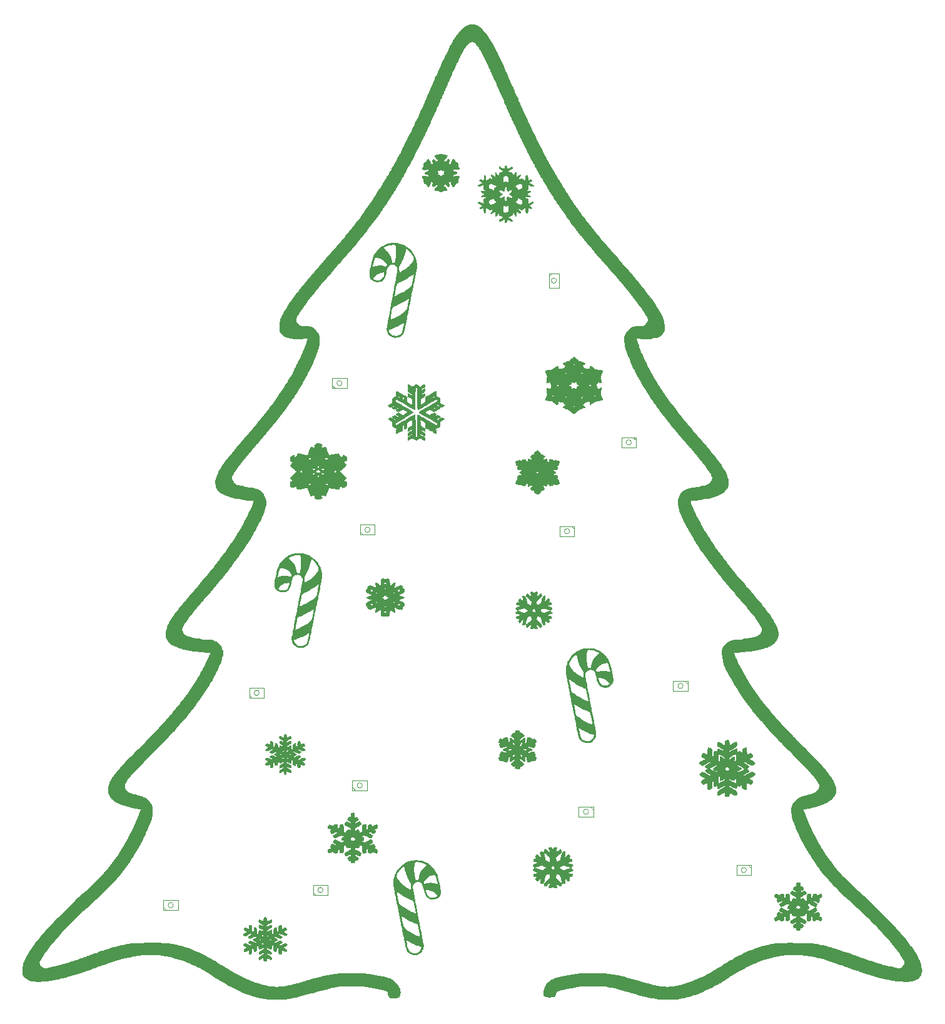
<source format=gbo>
G04 #@! TF.GenerationSoftware,KiCad,Pcbnew,8.0.6*
G04 #@! TF.CreationDate,2024-11-23T10:48:36+01:00*
G04 #@! TF.ProjectId,ChristmasTree,43687269-7374-46d6-9173-547265652e6b,rev?*
G04 #@! TF.SameCoordinates,Original*
G04 #@! TF.FileFunction,Legend,Bot*
G04 #@! TF.FilePolarity,Positive*
%FSLAX46Y46*%
G04 Gerber Fmt 4.6, Leading zero omitted, Abs format (unit mm)*
G04 Created by KiCad (PCBNEW 8.0.6) date 2024-11-23 10:48:36*
%MOMM*%
%LPD*%
G01*
G04 APERTURE LIST*
%ADD10C,0.100000*%
%ADD11C,0.000000*%
G04 APERTURE END LIST*
D10*
X81104800Y-69744800D02*
X81460400Y-70125800D01*
X83060600Y-68779600D02*
X81079400Y-68779600D01*
X81079400Y-70125800D01*
X83060600Y-70125800D01*
X83060600Y-68779600D01*
X82422868Y-69440000D02*
G75*
G02*
X81717132Y-69440000I-352868J0D01*
G01*
X81717132Y-69440000D02*
G75*
G02*
X82422868Y-69440000I352868J0D01*
G01*
X83844800Y-124147300D02*
X84200400Y-124528300D01*
X85800600Y-123182100D02*
X83819400Y-123182100D01*
X83819400Y-124528300D01*
X85800600Y-124528300D01*
X85800600Y-123182100D01*
X85162868Y-123842500D02*
G75*
G02*
X84457132Y-123842500I-352868J0D01*
G01*
X84457132Y-123842500D02*
G75*
G02*
X85162868Y-123842500I352868J0D01*
G01*
X137765200Y-134995200D02*
X137409600Y-134614200D01*
X135809400Y-135960400D02*
X137790600Y-135960400D01*
X137790600Y-134614200D01*
X135809400Y-134614200D01*
X135809400Y-135960400D01*
X137152868Y-135300000D02*
G75*
G02*
X136447132Y-135300000I-352868J0D01*
G01*
X136447132Y-135300000D02*
G75*
G02*
X137152868Y-135300000I352868J0D01*
G01*
X69884800Y-111627300D02*
X70240400Y-112008300D01*
X71840600Y-110662100D02*
X69859400Y-110662100D01*
X69859400Y-112008300D01*
X71840600Y-112008300D01*
X71840600Y-110662100D01*
X71202868Y-111322500D02*
G75*
G02*
X70497132Y-111322500I-352868J0D01*
G01*
X70497132Y-111322500D02*
G75*
G02*
X71202868Y-111322500I352868J0D01*
G01*
X84894800Y-89554800D02*
X85250400Y-89935800D01*
X86850600Y-88589600D02*
X84869400Y-88589600D01*
X84869400Y-89935800D01*
X86850600Y-89935800D01*
X86850600Y-88589600D01*
X86212868Y-89250000D02*
G75*
G02*
X85507132Y-89250000I-352868J0D01*
G01*
X85507132Y-89250000D02*
G75*
G02*
X86212868Y-89250000I352868J0D01*
G01*
X58254800Y-140347300D02*
X58610400Y-140728300D01*
X60210600Y-139382100D02*
X58229400Y-139382100D01*
X58229400Y-140728300D01*
X60210600Y-140728300D01*
X60210600Y-139382100D01*
X59572868Y-140042500D02*
G75*
G02*
X58867132Y-140042500I-352868J0D01*
G01*
X58867132Y-140042500D02*
G75*
G02*
X59572868Y-140042500I352868J0D01*
G01*
X113845200Y-89165200D02*
X113489600Y-88784200D01*
X111889400Y-90130400D02*
X113870600Y-90130400D01*
X113870600Y-88784200D01*
X111889400Y-88784200D01*
X111889400Y-90130400D01*
X113232868Y-89470000D02*
G75*
G02*
X112527132Y-89470000I-352868J0D01*
G01*
X112527132Y-89470000D02*
G75*
G02*
X113232868Y-89470000I352868J0D01*
G01*
X122185200Y-77135200D02*
X121829600Y-76754200D01*
X120229400Y-78100400D02*
X122210600Y-78100400D01*
X122210600Y-76754200D01*
X120229400Y-76754200D01*
X120229400Y-78100400D01*
X121572868Y-77440000D02*
G75*
G02*
X120867132Y-77440000I-352868J0D01*
G01*
X120867132Y-77440000D02*
G75*
G02*
X121572868Y-77440000I352868J0D01*
G01*
X78514800Y-138307300D02*
X78870400Y-138688300D01*
X80470600Y-137342100D02*
X78489400Y-137342100D01*
X78489400Y-138688300D01*
X80470600Y-138688300D01*
X80470600Y-137342100D01*
X79832868Y-138002500D02*
G75*
G02*
X79127132Y-138002500I-352868J0D01*
G01*
X79127132Y-138002500D02*
G75*
G02*
X79832868Y-138002500I352868J0D01*
G01*
X110795200Y-54594800D02*
X110414200Y-54950400D01*
X111760400Y-56550600D02*
X110414200Y-56550600D01*
X110414200Y-54569400D01*
X111760400Y-54569400D01*
X111760400Y-56550600D01*
X111452868Y-55560000D02*
G75*
G02*
X110747132Y-55560000I-352868J0D01*
G01*
X110747132Y-55560000D02*
G75*
G02*
X111452868Y-55560000I352868J0D01*
G01*
X116405200Y-127095200D02*
X116049600Y-126714200D01*
X114449400Y-128060400D02*
X116430600Y-128060400D01*
X116430600Y-126714200D01*
X114449400Y-126714200D01*
X114449400Y-128060400D01*
X115792868Y-127400000D02*
G75*
G02*
X115087132Y-127400000I-352868J0D01*
G01*
X115087132Y-127400000D02*
G75*
G02*
X115792868Y-127400000I352868J0D01*
G01*
X129195200Y-110085200D02*
X128839600Y-109704200D01*
X127239400Y-111050400D02*
X129220600Y-111050400D01*
X129220600Y-109704200D01*
X127239400Y-109704200D01*
X127239400Y-111050400D01*
X128582868Y-110390000D02*
G75*
G02*
X127877132Y-110390000I-352868J0D01*
G01*
X127877132Y-110390000D02*
G75*
G02*
X128582868Y-110390000I352868J0D01*
G01*
D11*
G36*
X111589087Y-80664314D02*
G01*
X111568184Y-80701015D01*
X111584436Y-80717914D01*
X111631327Y-80742360D01*
X111660013Y-80814080D01*
X111661925Y-80914615D01*
X111634041Y-81025244D01*
X111577345Y-81135940D01*
X111506937Y-81196264D01*
X111407531Y-81211921D01*
X111263316Y-81189934D01*
X111185413Y-81174623D01*
X111099652Y-81164108D01*
X111058456Y-81167978D01*
X111049661Y-81203331D01*
X111084573Y-81264280D01*
X111159917Y-81331733D01*
X111264082Y-81392986D01*
X111317659Y-81420873D01*
X111389226Y-81470003D01*
X111416739Y-81507593D01*
X111411528Y-81515909D01*
X111395818Y-81540982D01*
X111373772Y-81561367D01*
X111331393Y-81600553D01*
X111238822Y-81669271D01*
X111157264Y-81730397D01*
X111083212Y-81800291D01*
X111050006Y-81851644D01*
X111045497Y-81878404D01*
X111051248Y-81896045D01*
X111078958Y-81902370D01*
X111139894Y-81897461D01*
X111245320Y-81881403D01*
X111406501Y-81854278D01*
X111438295Y-81849114D01*
X111515751Y-81844110D01*
X111560196Y-81867029D01*
X111597453Y-81927813D01*
X111642254Y-82022166D01*
X111669999Y-82113269D01*
X111661666Y-82180297D01*
X111618487Y-82241626D01*
X111546967Y-82318393D01*
X111594681Y-82366107D01*
X111670265Y-82441691D01*
X111710566Y-82485583D01*
X111777376Y-82576982D01*
X111811858Y-82651678D01*
X111828852Y-82718194D01*
X111861761Y-82816370D01*
X111866654Y-82828765D01*
X111892362Y-82932069D01*
X111875450Y-83012257D01*
X111809607Y-83075751D01*
X111688520Y-83128968D01*
X111505879Y-83178329D01*
X111430269Y-83195507D01*
X111335734Y-83213446D01*
X111277110Y-83213764D01*
X111235010Y-83195095D01*
X111190049Y-83156073D01*
X111108900Y-83079838D01*
X111023272Y-83189250D01*
X111004906Y-83211243D01*
X110936475Y-83273781D01*
X110880680Y-83299163D01*
X110822212Y-83310657D01*
X110738823Y-83344723D01*
X110704558Y-83361189D01*
X110639082Y-83370601D01*
X110561987Y-83337752D01*
X110533048Y-83319573D01*
X110478662Y-83266473D01*
X110433592Y-83183572D01*
X110386521Y-83052473D01*
X110359181Y-83003937D01*
X110312373Y-83003958D01*
X110243217Y-83064948D01*
X110199290Y-83142923D01*
X110178529Y-83256033D01*
X110168709Y-83344952D01*
X110125062Y-83411813D01*
X110045625Y-83421279D01*
X109929445Y-83373802D01*
X109860537Y-83338390D01*
X109746155Y-83298772D01*
X109672239Y-83299713D01*
X109644588Y-83336988D01*
X109669001Y-83406371D01*
X109751276Y-83503636D01*
X109809198Y-83562245D01*
X109867151Y-83627928D01*
X109889387Y-83663665D01*
X109880913Y-83682944D01*
X109839024Y-83743710D01*
X109773966Y-83825000D01*
X109761244Y-83839887D01*
X109685191Y-83916571D01*
X109616124Y-83952137D01*
X109528282Y-83960828D01*
X109524977Y-83960831D01*
X109440341Y-83966670D01*
X109401371Y-83993274D01*
X109386709Y-84054824D01*
X109385500Y-84062678D01*
X109344932Y-84152084D01*
X109261623Y-84258314D01*
X109149873Y-84365488D01*
X109023983Y-84457719D01*
X108956235Y-84496145D01*
X108883332Y-84516173D01*
X108808733Y-84497755D01*
X108706389Y-84439385D01*
X108606734Y-84368566D01*
X108489638Y-84254889D01*
X108420802Y-84143070D01*
X108408094Y-84043550D01*
X108413818Y-84010435D01*
X108410360Y-83944744D01*
X108369241Y-83931537D01*
X108283234Y-83966346D01*
X108179303Y-84020091D01*
X108032860Y-83865097D01*
X107965248Y-83788859D01*
X107908301Y-83713687D01*
X107886417Y-83668953D01*
X107899599Y-83639600D01*
X107951690Y-83574232D01*
X108029838Y-83495397D01*
X108060899Y-83466277D01*
X108124389Y-83399005D01*
X108142951Y-83357913D01*
X108123220Y-83331347D01*
X108019705Y-83300526D01*
X107892771Y-83319221D01*
X107766768Y-83386467D01*
X107691589Y-83436080D01*
X107626259Y-83449400D01*
X107591221Y-83403118D01*
X107580802Y-83294426D01*
X107580757Y-83285302D01*
X107565656Y-83146699D01*
X107527911Y-83061406D01*
X107474009Y-83033054D01*
X107410437Y-83065275D01*
X107343680Y-83161698D01*
X107340199Y-83168479D01*
X107273017Y-83275514D01*
X107198476Y-83332432D01*
X107098222Y-83347017D01*
X106953900Y-83327057D01*
X106876429Y-83310229D01*
X106799770Y-83284270D01*
X106761152Y-83248579D01*
X106742744Y-83191729D01*
X106737079Y-83165127D01*
X106714426Y-83107966D01*
X106674533Y-83104687D01*
X106600070Y-83150252D01*
X106546665Y-83176486D01*
X106427999Y-83196007D01*
X106289654Y-83187619D01*
X106149107Y-83155858D01*
X106023839Y-83105261D01*
X105931326Y-83040365D01*
X105889048Y-82965706D01*
X105895238Y-82878837D01*
X105929992Y-82755117D01*
X105983902Y-82623085D01*
X106046889Y-82507215D01*
X106108874Y-82431980D01*
X106123699Y-82419993D01*
X106169546Y-82374634D01*
X106171730Y-82331285D01*
X106169646Y-82327245D01*
X108237382Y-82327245D01*
X108258323Y-82378785D01*
X108270935Y-82399735D01*
X108315846Y-82443234D01*
X108349835Y-82440936D01*
X108352173Y-82419933D01*
X109380534Y-82419933D01*
X109380542Y-82420578D01*
X109406069Y-82446474D01*
X109457357Y-82444465D01*
X109499385Y-82415775D01*
X109510084Y-82366107D01*
X109480340Y-82334897D01*
X109428447Y-82350369D01*
X109403704Y-82375214D01*
X109395682Y-82390697D01*
X109380534Y-82419933D01*
X108352173Y-82419933D01*
X108355428Y-82390697D01*
X108340220Y-82357962D01*
X108282206Y-82319750D01*
X108261064Y-82316475D01*
X108237382Y-82327245D01*
X106169646Y-82327245D01*
X106134804Y-82259708D01*
X106116715Y-82227382D01*
X106093789Y-82167943D01*
X106101449Y-82110898D01*
X106140445Y-82025121D01*
X106201332Y-81920255D01*
X106270741Y-81858951D01*
X106362127Y-81844840D01*
X106494941Y-81869375D01*
X106560786Y-81884694D01*
X106656046Y-81895212D01*
X106706174Y-81877782D01*
X106718380Y-81860492D01*
X106709502Y-81805115D01*
X106639092Y-81734486D01*
X106505367Y-81646554D01*
X106454452Y-81614064D01*
X106385409Y-81558196D01*
X106380904Y-81551465D01*
X107657503Y-81551465D01*
X107692220Y-81579314D01*
X107750588Y-81566844D01*
X107770230Y-81547314D01*
X108749753Y-81547314D01*
X108796705Y-81601981D01*
X108817817Y-81621748D01*
X108864046Y-81658937D01*
X108899380Y-81656036D01*
X108955319Y-81615787D01*
X108961655Y-81610901D01*
X109001733Y-81561367D01*
X108986723Y-81509658D01*
X109962152Y-81509658D01*
X110011520Y-81546233D01*
X110053653Y-81561071D01*
X110087257Y-81558854D01*
X110093636Y-81515909D01*
X110081031Y-81486205D01*
X110025721Y-81464973D01*
X109974211Y-81476000D01*
X109962152Y-81509658D01*
X108986723Y-81509658D01*
X108985808Y-81506506D01*
X108923539Y-81451924D01*
X108841004Y-81440754D01*
X108769685Y-81481492D01*
X108753371Y-81504009D01*
X108750728Y-81535647D01*
X108749753Y-81547314D01*
X107770230Y-81547314D01*
X107781964Y-81535647D01*
X107758793Y-81493553D01*
X107721845Y-81469150D01*
X107675882Y-81492139D01*
X107666372Y-81503234D01*
X107657503Y-81551465D01*
X106380904Y-81551465D01*
X106358342Y-81517758D01*
X106375219Y-81488790D01*
X106436852Y-81433050D01*
X106528128Y-81369580D01*
X106608397Y-81313918D01*
X106678890Y-81246064D01*
X106700388Y-81195365D01*
X106670681Y-81169088D01*
X106587553Y-81174498D01*
X106497491Y-81192049D01*
X106348559Y-81206936D01*
X106244721Y-81189355D01*
X106174507Y-81136054D01*
X106126449Y-81043781D01*
X106097318Y-80944432D01*
X106092934Y-80828048D01*
X106137620Y-80751871D01*
X106181990Y-80700811D01*
X106170892Y-80658337D01*
X108205303Y-80658337D01*
X108229891Y-80687087D01*
X108288434Y-80712407D01*
X108349221Y-80711616D01*
X108378164Y-80680958D01*
X108368715Y-80656367D01*
X109388316Y-80656367D01*
X109411295Y-80680958D01*
X109431199Y-80702258D01*
X109507874Y-80695276D01*
X109510510Y-80694195D01*
X109549540Y-80660709D01*
X109530731Y-80629692D01*
X109462598Y-80616042D01*
X109406073Y-80625448D01*
X109388316Y-80656367D01*
X108368715Y-80656367D01*
X108357957Y-80628370D01*
X108317276Y-80601622D01*
X108251793Y-80620406D01*
X108239143Y-80627407D01*
X108205303Y-80658337D01*
X106170892Y-80658337D01*
X106170252Y-80655886D01*
X106095240Y-80608980D01*
X106090051Y-80606427D01*
X106031213Y-80561766D01*
X105986580Y-80485995D01*
X105945150Y-80360937D01*
X105939138Y-80339285D01*
X105899585Y-80182059D01*
X105885080Y-80075523D01*
X105897467Y-80007812D01*
X105938587Y-79967066D01*
X106010280Y-79941423D01*
X106055184Y-79930140D01*
X106228849Y-79887543D01*
X106352229Y-79860848D01*
X106438019Y-79848977D01*
X106498913Y-79850847D01*
X106547608Y-79865378D01*
X106596797Y-79891488D01*
X106617287Y-79903469D01*
X106679575Y-79934339D01*
X106715326Y-79928811D01*
X106750213Y-79885962D01*
X106782611Y-79840723D01*
X106845028Y-79771783D01*
X106914626Y-79735741D01*
X107019866Y-79714497D01*
X107112996Y-79709347D01*
X107231188Y-79732945D01*
X107312712Y-79787767D01*
X107343101Y-79866989D01*
X107357934Y-79973748D01*
X107400859Y-80029026D01*
X107464638Y-80022927D01*
X107541994Y-79952330D01*
X107587632Y-79869385D01*
X107591767Y-79753612D01*
X107591702Y-79665414D01*
X107631160Y-79617195D01*
X107709299Y-79622155D01*
X107823110Y-79681237D01*
X107903782Y-79732536D01*
X107967767Y-79760774D01*
X108016421Y-79755950D01*
X108071504Y-79721601D01*
X108100598Y-79696348D01*
X108107020Y-79665159D01*
X108077807Y-79617173D01*
X108007359Y-79536199D01*
X107970651Y-79493971D01*
X107913352Y-79406416D01*
X107907967Y-79332771D01*
X107956837Y-79257152D01*
X108062306Y-79163678D01*
X108082932Y-79147372D01*
X108168898Y-79089038D01*
X108239239Y-79068022D01*
X108320869Y-79075103D01*
X108392746Y-79085607D01*
X108424447Y-79076213D01*
X108418261Y-79039140D01*
X108418117Y-79038762D01*
X108406365Y-78953668D01*
X108440650Y-78865717D01*
X108526287Y-78766607D01*
X108668590Y-78648035D01*
X108902479Y-78470223D01*
X108999295Y-78539162D01*
X109093644Y-78615485D01*
X109199867Y-78720442D01*
X109291664Y-78829245D01*
X109356173Y-78926461D01*
X109380534Y-78996656D01*
X109388865Y-79071082D01*
X109424997Y-79102369D01*
X109499066Y-79081934D01*
X109561372Y-79063753D01*
X109622045Y-79077393D01*
X109692770Y-79131655D01*
X109787909Y-79234105D01*
X109900123Y-79363264D01*
X109776157Y-79490216D01*
X109731978Y-79539138D01*
X109674634Y-79618035D01*
X109652192Y-79672906D01*
X109678624Y-79719316D01*
X109750865Y-79739725D01*
X109851968Y-79730930D01*
X109964944Y-79691902D01*
X109997817Y-79676400D01*
X110104782Y-79635131D01*
X110165942Y-79635739D01*
X110189858Y-79681477D01*
X110185091Y-79775601D01*
X110181646Y-79802157D01*
X110178895Y-79886309D01*
X110204843Y-79940600D01*
X110271161Y-79994747D01*
X110290396Y-80007847D01*
X110360546Y-80046560D01*
X110401125Y-80054590D01*
X110409147Y-80043640D01*
X110429673Y-79981385D01*
X110448330Y-79886509D01*
X110453564Y-79856116D01*
X110486333Y-79764119D01*
X110546874Y-79714650D01*
X110646845Y-79702199D01*
X110797900Y-79721255D01*
X110883093Y-79741207D01*
X110957766Y-79779892D01*
X111003515Y-79843782D01*
X111018802Y-79873677D01*
X111062786Y-79925595D01*
X111120655Y-79927214D01*
X111211660Y-79882075D01*
X111246102Y-79863300D01*
X111294812Y-79847885D01*
X111356181Y-79848138D01*
X111447817Y-79864843D01*
X111587327Y-79898781D01*
X111638736Y-79911991D01*
X111760355Y-79945096D01*
X111848627Y-79971823D01*
X111887227Y-79987352D01*
X111891810Y-80006537D01*
X111884818Y-80078539D01*
X111863630Y-80183638D01*
X111832984Y-80302307D01*
X111797619Y-80415022D01*
X111762274Y-80502255D01*
X111753761Y-80518586D01*
X111707151Y-80587012D01*
X111668315Y-80615207D01*
X111630002Y-80628799D01*
X111593240Y-80660709D01*
X111589087Y-80664314D01*
G37*
G36*
X97576542Y-40749852D02*
G01*
X97639173Y-40778999D01*
X97745973Y-40796377D01*
X97784234Y-40801840D01*
X97897733Y-40832343D01*
X97962419Y-40875005D01*
X97990434Y-40925506D01*
X97999095Y-41023298D01*
X97953572Y-41108561D01*
X97862780Y-41168849D01*
X97735634Y-41191711D01*
X97701188Y-41192687D01*
X97587463Y-41219786D01*
X97528426Y-41285652D01*
X97521779Y-41392441D01*
X97526314Y-41419552D01*
X97550728Y-41482385D01*
X97597332Y-41489375D01*
X97679610Y-41445012D01*
X97704586Y-41431267D01*
X97780129Y-41409912D01*
X97893746Y-41400888D01*
X98060052Y-41402565D01*
X98160962Y-41406890D01*
X98288498Y-41421434D01*
X98356627Y-41452591D01*
X98370750Y-41509449D01*
X98336268Y-41601094D01*
X98258581Y-41736613D01*
X98253329Y-41745271D01*
X98190579Y-41853907D01*
X98159962Y-41926341D01*
X98156146Y-41981566D01*
X98173797Y-42038578D01*
X98175658Y-42043120D01*
X98196646Y-42133344D01*
X98171966Y-42215228D01*
X98140423Y-42276937D01*
X98106595Y-42346256D01*
X98098505Y-42360295D01*
X98054737Y-42401708D01*
X97970903Y-42451180D01*
X97835080Y-42516170D01*
X97789350Y-42555020D01*
X97740543Y-42628078D01*
X97713778Y-42673111D01*
X97650475Y-42755823D01*
X97576196Y-42837062D01*
X97507806Y-42898929D01*
X97462165Y-42923529D01*
X97458004Y-42922658D01*
X97419606Y-42885332D01*
X97363980Y-42804537D01*
X97299772Y-42696276D01*
X97235628Y-42576555D01*
X97180192Y-42461378D01*
X97142109Y-42366749D01*
X97130026Y-42308671D01*
X97123453Y-42256836D01*
X97078970Y-42218780D01*
X97010749Y-42223798D01*
X96938021Y-42275239D01*
X96910266Y-42308355D01*
X96895176Y-42348559D01*
X96908166Y-42403322D01*
X96950542Y-42495656D01*
X96978920Y-42561405D01*
X96999047Y-42672090D01*
X96963434Y-42760120D01*
X96868381Y-42841049D01*
X96863199Y-42844401D01*
X96787383Y-42875588D01*
X96716769Y-42856833D01*
X96672989Y-42827220D01*
X96646577Y-42791136D01*
X96645296Y-42781100D01*
X96607776Y-42721355D01*
X96535243Y-42656802D01*
X96450683Y-42605113D01*
X96377080Y-42583957D01*
X96307375Y-42595172D01*
X96234889Y-42634620D01*
X96205133Y-42688107D01*
X96212596Y-42700435D01*
X96261502Y-42743754D01*
X96340962Y-42800648D01*
X96384496Y-42831357D01*
X96450715Y-42888070D01*
X96476791Y-42926382D01*
X96484093Y-42950286D01*
X96521021Y-43020182D01*
X96578663Y-43110294D01*
X96614634Y-43166860D01*
X96661990Y-43259624D01*
X96680534Y-43324525D01*
X96658903Y-43380922D01*
X96584029Y-43430104D01*
X96469316Y-43454437D01*
X96329083Y-43448856D01*
X96235451Y-43439612D01*
X96155945Y-43452375D01*
X96083189Y-43497169D01*
X96004831Y-43539632D01*
X95862209Y-43567436D01*
X95705494Y-43556416D01*
X95559443Y-43506147D01*
X95419444Y-43459699D01*
X95212772Y-43440785D01*
X95112480Y-43438471D01*
X95004975Y-43428737D01*
X94947262Y-43406739D01*
X94928352Y-43367028D01*
X94937253Y-43304152D01*
X94945050Y-43277489D01*
X94992088Y-43166592D01*
X95060642Y-43042554D01*
X95138583Y-42924241D01*
X95213782Y-42830517D01*
X95274111Y-42780245D01*
X95287885Y-42773287D01*
X95345756Y-42713556D01*
X95347222Y-42643858D01*
X95290521Y-42585151D01*
X95250638Y-42564995D01*
X95209888Y-42556385D01*
X95167390Y-42574355D01*
X95108014Y-42626343D01*
X95016631Y-42719786D01*
X95013995Y-42722515D01*
X94928173Y-42806776D01*
X94858750Y-42866736D01*
X94820537Y-42889572D01*
X94817235Y-42889275D01*
X94766506Y-42865847D01*
X94695111Y-42816436D01*
X94691159Y-42813313D01*
X94634238Y-42758282D01*
X94615364Y-42698759D01*
X94624356Y-42604203D01*
X94629681Y-42574575D01*
X94653378Y-42484807D01*
X94678796Y-42432847D01*
X94686129Y-42424840D01*
X94709426Y-42355859D01*
X94680280Y-42286976D01*
X94610405Y-42233691D01*
X94511517Y-42211507D01*
X94471466Y-42213758D01*
X94443659Y-42238667D01*
X94450310Y-42307636D01*
X94450697Y-42394667D01*
X94399333Y-42536848D01*
X94359535Y-42606542D01*
X94282273Y-42723393D01*
X94203429Y-42824877D01*
X94134726Y-42896440D01*
X94087887Y-42923529D01*
X94055616Y-42901326D01*
X94000223Y-42834284D01*
X93936806Y-42738063D01*
X93921787Y-42713120D01*
X93835484Y-42579824D01*
X93768099Y-42499311D01*
X93711606Y-42463728D01*
X93657979Y-42465222D01*
X93610926Y-42459897D01*
X93542000Y-42404377D01*
X93473347Y-42305629D01*
X93415433Y-42176126D01*
X93400402Y-42127057D01*
X93400306Y-42068957D01*
X93439144Y-42026748D01*
X93455480Y-42014270D01*
X93478216Y-41983400D01*
X93465303Y-41941392D01*
X93413355Y-41867297D01*
X93409354Y-41861881D01*
X93342454Y-41751650D01*
X93290248Y-41631678D01*
X93260690Y-41523849D01*
X93261731Y-41450048D01*
X93295114Y-41426111D01*
X93396017Y-41402906D01*
X93561953Y-41385964D01*
X93625954Y-41381759D01*
X93746470Y-41377177D01*
X93823937Y-41383076D01*
X93875870Y-41401911D01*
X93919782Y-41436137D01*
X93980467Y-41477156D01*
X94054405Y-41484548D01*
X94104531Y-41445663D01*
X94117878Y-41373072D01*
X94081482Y-41279347D01*
X94034671Y-41224742D01*
X93970576Y-41198233D01*
X93864971Y-41191711D01*
X93791086Y-41188792D01*
X93786911Y-41187721D01*
X95382608Y-41187721D01*
X95409341Y-41224079D01*
X95496597Y-41230231D01*
X95561607Y-41229405D01*
X95631259Y-41254310D01*
X95694163Y-41325276D01*
X95727835Y-41366925D01*
X95807553Y-41421579D01*
X95880531Y-41411365D01*
X95940941Y-41336029D01*
X95948902Y-41320439D01*
X96004298Y-41259075D01*
X96092656Y-41242647D01*
X96137696Y-41241414D01*
X96209801Y-41223939D01*
X96223940Y-41178401D01*
X96186056Y-41095431D01*
X96179148Y-41083648D01*
X96147078Y-41015962D01*
X96148453Y-40958264D01*
X96182748Y-40875715D01*
X96192850Y-40854097D01*
X96225800Y-40777758D01*
X96239090Y-40736709D01*
X96235164Y-40732220D01*
X96186906Y-40724981D01*
X96101291Y-40727337D01*
X96015454Y-40728717D01*
X95950985Y-40705154D01*
X95895235Y-40642381D01*
X95865374Y-40603638D01*
X95802634Y-40553985D01*
X95749784Y-40569796D01*
X95699892Y-40651392D01*
X95665484Y-40716051D01*
X95619697Y-40742760D01*
X95538352Y-40734663D01*
X95481902Y-40729665D01*
X95412218Y-40751945D01*
X95394761Y-40806167D01*
X95436977Y-40881545D01*
X95467178Y-40920724D01*
X95488435Y-41004121D01*
X95443770Y-41087165D01*
X95416077Y-41120291D01*
X95382608Y-41187721D01*
X93786911Y-41187721D01*
X93691132Y-41163154D01*
X93639236Y-41103884D01*
X93624385Y-41002312D01*
X93627693Y-40950901D01*
X93659603Y-40873506D01*
X93735096Y-40825760D01*
X93865996Y-40797649D01*
X93977342Y-40774000D01*
X94068184Y-40721359D01*
X94101801Y-40638891D01*
X94082530Y-40521056D01*
X94072879Y-40493795D01*
X94043254Y-40451772D01*
X94000182Y-40463303D01*
X93930432Y-40529084D01*
X93903942Y-40555934D01*
X93860620Y-40586797D01*
X93804312Y-40601423D01*
X93716792Y-40603282D01*
X93579832Y-40595846D01*
X93546051Y-40593523D01*
X93420125Y-40582582D01*
X93325207Y-40570797D01*
X93279704Y-40560345D01*
X93259914Y-40538519D01*
X93253713Y-40461709D01*
X93290217Y-40347942D01*
X93367275Y-40205928D01*
X93430570Y-40096547D01*
X93457524Y-40022010D01*
X93447819Y-39978061D01*
X93440549Y-39967189D01*
X93430886Y-39898997D01*
X93454187Y-39783956D01*
X93507912Y-39647222D01*
X93585059Y-39560603D01*
X93691979Y-39522414D01*
X93716901Y-39516039D01*
X93795886Y-39458980D01*
X93884761Y-39341042D01*
X93956909Y-39228187D01*
X94021586Y-39131156D01*
X94065119Y-39077023D01*
X94096166Y-39057839D01*
X94123385Y-39065653D01*
X94155434Y-39092515D01*
X94215436Y-39159292D01*
X94296540Y-39278325D01*
X94371710Y-39414370D01*
X94428460Y-39544340D01*
X94454306Y-39645150D01*
X94461396Y-39712915D01*
X94482324Y-39776995D01*
X94526416Y-39789586D01*
X94607194Y-39760928D01*
X94667435Y-39729913D01*
X94703178Y-39687247D01*
X94699360Y-39622289D01*
X94660080Y-39516066D01*
X94656260Y-39506804D01*
X94613357Y-39358019D01*
X94623087Y-39250952D01*
X94685548Y-39184346D01*
X94738710Y-39151507D01*
X94783180Y-39111603D01*
X94807778Y-39091980D01*
X94868368Y-39101620D01*
X94942059Y-39158866D01*
X95016631Y-39256149D01*
X95059608Y-39319727D01*
X95137729Y-39395664D01*
X95215914Y-39410727D01*
X95303544Y-39368590D01*
X95327677Y-39349395D01*
X95378367Y-39288809D01*
X95385129Y-39241367D01*
X95343804Y-39222192D01*
X95301549Y-39213508D01*
X95210653Y-39150551D01*
X95112899Y-39032780D01*
X95014962Y-38867397D01*
X94967168Y-38767858D01*
X94930321Y-38663208D01*
X94934728Y-38611368D01*
X94959875Y-38594576D01*
X95046815Y-38565078D01*
X95159423Y-38544434D01*
X95269605Y-38537000D01*
X95349269Y-38547128D01*
X95365429Y-38552137D01*
X95436354Y-38546709D01*
X95521495Y-38490682D01*
X95584040Y-38451336D01*
X95707667Y-38412614D01*
X95842087Y-38402364D01*
X95963586Y-38421478D01*
X96048450Y-38470851D01*
X96066525Y-38487640D01*
X96127436Y-38517756D01*
X96226098Y-38537401D01*
X96377555Y-38550200D01*
X96409976Y-38552324D01*
X96538080Y-38565720D01*
X96636579Y-38583765D01*
X96686332Y-38603177D01*
X96689488Y-38641277D01*
X96660423Y-38720737D01*
X96605783Y-38824699D01*
X96534869Y-38938370D01*
X96456985Y-39046957D01*
X96381433Y-39135665D01*
X96317515Y-39189700D01*
X96250341Y-39237534D01*
X96213798Y-39281091D01*
X96213243Y-39284114D01*
X96237623Y-39322072D01*
X96297728Y-39369067D01*
X96369646Y-39409042D01*
X96429464Y-39425935D01*
X96429963Y-39425902D01*
X96464621Y-39401096D01*
X96530139Y-39338999D01*
X96612766Y-39252615D01*
X96772108Y-39079294D01*
X96874812Y-39132404D01*
X96905408Y-39150009D01*
X96981280Y-39229058D01*
X96995884Y-39331961D01*
X96950324Y-39463554D01*
X96919987Y-39527764D01*
X96888687Y-39636196D01*
X96905383Y-39710273D01*
X96970768Y-39760057D01*
X97039554Y-39788063D01*
X97111615Y-39796819D01*
X97146706Y-39755953D01*
X97155935Y-39659428D01*
X97155937Y-39658175D01*
X97168325Y-39556600D01*
X97210730Y-39449797D01*
X97291764Y-39315987D01*
X97297756Y-39306985D01*
X97363397Y-39204160D01*
X97409922Y-39123751D01*
X97427593Y-39082494D01*
X97432263Y-39069576D01*
X97475510Y-39052406D01*
X97504448Y-39061518D01*
X97575369Y-39122254D01*
X97664446Y-39233881D01*
X97765502Y-39389223D01*
X97794006Y-39431936D01*
X97856202Y-39500680D01*
X97907043Y-39527807D01*
X97995517Y-39541114D01*
X98074494Y-39596489D01*
X98145346Y-39706710D01*
X98179847Y-39781926D01*
X98195507Y-39857438D01*
X98177857Y-39924842D01*
X98158718Y-39968182D01*
X98146170Y-40016493D01*
X98155543Y-40065480D01*
X98191710Y-40134000D01*
X98259545Y-40240909D01*
X98325888Y-40351751D01*
X98369719Y-40455276D01*
X98368846Y-40522339D01*
X98324682Y-40559869D01*
X98287182Y-40569066D01*
X98180480Y-40578656D01*
X98043024Y-40579993D01*
X97898247Y-40573752D01*
X97769584Y-40560612D01*
X97680472Y-40541249D01*
X97676015Y-40539671D01*
X97585442Y-40519526D01*
X97516799Y-40523191D01*
X97511942Y-40525093D01*
X97481801Y-40545329D01*
X97483419Y-40583267D01*
X97516796Y-40660071D01*
X97534373Y-40694838D01*
X97566468Y-40736709D01*
X97576542Y-40749852D01*
G37*
G36*
X88900564Y-96545587D02*
G01*
X88900754Y-96668803D01*
X88904984Y-96759191D01*
X88912568Y-96799234D01*
X88915440Y-96800169D01*
X88955936Y-96779974D01*
X89030243Y-96725664D01*
X89124792Y-96646972D01*
X89246728Y-96550665D01*
X89379548Y-96465985D01*
X89500414Y-96407799D01*
X89596350Y-96382268D01*
X89654377Y-96395553D01*
X89663602Y-96444272D01*
X89646536Y-96555488D01*
X89601865Y-96727161D01*
X89564970Y-96858367D01*
X89528566Y-97004914D01*
X89515060Y-97091116D01*
X89524050Y-97118989D01*
X89548533Y-97108090D01*
X89622685Y-97072176D01*
X89733998Y-97017156D01*
X89869899Y-96949203D01*
X89937474Y-96915652D01*
X90099584Y-96841488D01*
X90224770Y-96799030D01*
X90328692Y-96785590D01*
X90427012Y-96798483D01*
X90535389Y-96835021D01*
X90583473Y-96854883D01*
X90644458Y-96891234D01*
X90665671Y-96941126D01*
X90663415Y-97029297D01*
X90661406Y-97059393D01*
X90665236Y-97137416D01*
X90699225Y-97184434D01*
X90728413Y-97200428D01*
X90779810Y-97228591D01*
X90855696Y-97274037D01*
X90918971Y-97355803D01*
X90925096Y-97447676D01*
X90926144Y-97463403D01*
X90879713Y-97606285D01*
X90873314Y-97620589D01*
X90838467Y-97687820D01*
X90795715Y-97740349D01*
X90731532Y-97788774D01*
X90706701Y-97802529D01*
X90632390Y-97843693D01*
X90484762Y-97915704D01*
X90377538Y-97968749D01*
X90267673Y-98028254D01*
X90195854Y-98073646D01*
X90173980Y-98097948D01*
X90174784Y-98099142D01*
X90220659Y-98132156D01*
X90310705Y-98177814D01*
X90425648Y-98227720D01*
X90546214Y-98273477D01*
X90653128Y-98306688D01*
X90697464Y-98318696D01*
X90809310Y-98359356D01*
X90862573Y-98402530D01*
X90864403Y-98453178D01*
X90863389Y-98455312D01*
X90851967Y-98464604D01*
X90820198Y-98490449D01*
X90733053Y-98537448D01*
X90621098Y-98588168D01*
X90503477Y-98634473D01*
X90399335Y-98668224D01*
X90327815Y-98681283D01*
X90284099Y-98690561D01*
X90211199Y-98728375D01*
X90207870Y-98730844D01*
X90185671Y-98754126D01*
X90190903Y-98778752D01*
X90232023Y-98811716D01*
X90317489Y-98860012D01*
X90455757Y-98930635D01*
X90537685Y-98972943D01*
X90702710Y-99070352D01*
X90770605Y-99125050D01*
X90815819Y-99161475D01*
X90886614Y-99255103D01*
X90924698Y-99360030D01*
X90925336Y-99400900D01*
X90926442Y-99471819D01*
X90869561Y-99576009D01*
X90758566Y-99648224D01*
X90751958Y-99652523D01*
X90723267Y-99664778D01*
X90664919Y-99699586D01*
X90647437Y-99747937D01*
X90657148Y-99836337D01*
X90663802Y-99880669D01*
X90663705Y-99947777D01*
X90630092Y-99987619D01*
X90548064Y-100026115D01*
X90413121Y-100064306D01*
X90264252Y-100065641D01*
X90095862Y-100026144D01*
X89898339Y-99943529D01*
X89662071Y-99815513D01*
X89644640Y-99805790D01*
X89571791Y-99775908D01*
X89529986Y-99776127D01*
X89526568Y-99790777D01*
X89532709Y-99860196D01*
X89553127Y-99970845D01*
X89585184Y-100106910D01*
X89614721Y-100227211D01*
X89637245Y-100344082D01*
X89640218Y-100415720D01*
X89624906Y-100453168D01*
X89597977Y-100468888D01*
X89513513Y-100467322D01*
X89399288Y-100424917D01*
X89267208Y-100346834D01*
X89129181Y-100238236D01*
X89117397Y-100227761D01*
X89027407Y-100149660D01*
X88960083Y-100094458D01*
X88929234Y-100073529D01*
X88923400Y-100092520D01*
X88914293Y-100166758D01*
X88904679Y-100284082D01*
X88902253Y-100324385D01*
X88895866Y-100430489D01*
X88884031Y-100596712D01*
X88859972Y-100757380D01*
X88822258Y-100869576D01*
X88766952Y-100944030D01*
X88690119Y-100991473D01*
X88687261Y-100992631D01*
X88600255Y-101008491D01*
X88496844Y-101004770D01*
X88378480Y-100989916D01*
X88229993Y-100986697D01*
X88085344Y-101006665D01*
X87984542Y-101011656D01*
X87853803Y-100979849D01*
X87743709Y-100914358D01*
X87677242Y-100825390D01*
X87670028Y-100798060D01*
X87657633Y-100701029D01*
X87649880Y-100566409D01*
X87648211Y-100414622D01*
X87649118Y-100333100D01*
X87649160Y-100328048D01*
X88132377Y-100328048D01*
X88162934Y-100401623D01*
X88167328Y-100410523D01*
X88229600Y-100489482D01*
X88300748Y-100501563D01*
X88378655Y-100446328D01*
X88413985Y-100392279D01*
X88414072Y-100324385D01*
X88358983Y-100279985D01*
X88256174Y-100269820D01*
X88201142Y-100275179D01*
X88141374Y-100291186D01*
X88132377Y-100328048D01*
X87649160Y-100328048D01*
X87650214Y-100202282D01*
X87650543Y-100106381D01*
X87650020Y-100061893D01*
X87649579Y-100060472D01*
X87620973Y-100071689D01*
X87556808Y-100119158D01*
X87469639Y-100193703D01*
X87422495Y-100235029D01*
X87266676Y-100354855D01*
X87131512Y-100432630D01*
X87024335Y-100464755D01*
X86952478Y-100447628D01*
X86923172Y-100393094D01*
X86916786Y-100283096D01*
X86939561Y-100134442D01*
X86990578Y-99958899D01*
X87018474Y-99874505D01*
X87031052Y-99807709D01*
X87013356Y-99778939D01*
X86958085Y-99786880D01*
X86857934Y-99830220D01*
X86705601Y-99907646D01*
X86681286Y-99920218D01*
X86495761Y-100009000D01*
X86349461Y-100061020D01*
X86227894Y-100078581D01*
X86116567Y-100063982D01*
X86000989Y-100019526D01*
X85985556Y-100012053D01*
X85906032Y-99964296D01*
X85868920Y-99908655D01*
X85855068Y-99818785D01*
X85844108Y-99742370D01*
X85806002Y-99669348D01*
X85787695Y-99654739D01*
X88197229Y-99654739D01*
X88210123Y-99691392D01*
X88257980Y-99723571D01*
X88319842Y-99693633D01*
X88354713Y-99648224D01*
X88345690Y-99610582D01*
X88273633Y-99598128D01*
X88208789Y-99610986D01*
X88197229Y-99654739D01*
X85787695Y-99654739D01*
X85723657Y-99603636D01*
X85697242Y-99586065D01*
X85634947Y-99534028D01*
X85614065Y-99477783D01*
X85620605Y-99388066D01*
X85621677Y-99381372D01*
X86302068Y-99381372D01*
X86324817Y-99446808D01*
X86353857Y-99471692D01*
X86427186Y-99496256D01*
X86433640Y-99495985D01*
X86504146Y-99469411D01*
X86567649Y-99415956D01*
X86575182Y-99400460D01*
X89964170Y-99400460D01*
X89978878Y-99443439D01*
X90036626Y-99487675D01*
X90115829Y-99507017D01*
X90190757Y-99474825D01*
X90202322Y-99466328D01*
X90255837Y-99400900D01*
X90245526Y-99343815D01*
X90172471Y-99305138D01*
X90093785Y-99299250D01*
X90008394Y-99331450D01*
X89990613Y-99359197D01*
X89964170Y-99400460D01*
X86575182Y-99400460D01*
X86595240Y-99359197D01*
X86593615Y-99348241D01*
X86553469Y-99307003D01*
X86480624Y-99285762D01*
X86403461Y-99294146D01*
X86344625Y-99323904D01*
X86302068Y-99381372D01*
X85621677Y-99381372D01*
X85625204Y-99359359D01*
X85660680Y-99253796D01*
X85730328Y-99161507D01*
X85776083Y-99125464D01*
X86987440Y-99125464D01*
X87013640Y-99149523D01*
X87077765Y-99147981D01*
X87150345Y-99094503D01*
X87165116Y-99073483D01*
X89353485Y-99073483D01*
X89411457Y-99121532D01*
X89432704Y-99132309D01*
X89515875Y-99154928D01*
X89565061Y-99125050D01*
X89559174Y-99087893D01*
X89512814Y-99044275D01*
X89449136Y-99012845D01*
X89392812Y-99010071D01*
X89359039Y-99030209D01*
X89356062Y-99053405D01*
X89353485Y-99073483D01*
X87165116Y-99073483D01*
X87179225Y-99053405D01*
X87177897Y-99004899D01*
X87118343Y-98986898D01*
X87094105Y-98991497D01*
X87036320Y-99027802D01*
X86993199Y-99080467D01*
X86987440Y-99125464D01*
X85776083Y-99125464D01*
X85844454Y-99071605D01*
X86013364Y-98973206D01*
X86016010Y-98971797D01*
X86141815Y-98902948D01*
X86256244Y-98837192D01*
X86334825Y-98788584D01*
X86430961Y-98723853D01*
X86198997Y-98670976D01*
X86017693Y-98623920D01*
X85863105Y-98572257D01*
X85751429Y-98521583D01*
X85694772Y-98476567D01*
X85686355Y-98452843D01*
X85691217Y-98442320D01*
X87939073Y-98442320D01*
X87964081Y-98486186D01*
X88033238Y-98559513D01*
X88054625Y-98580576D01*
X88132191Y-98644406D01*
X88206253Y-98670955D01*
X88308291Y-98673241D01*
X88339531Y-98671302D01*
X88430695Y-98654143D01*
X88462887Y-98623834D01*
X88463351Y-98619566D01*
X88496869Y-98574807D01*
X88567162Y-98527233D01*
X88612332Y-98501628D01*
X88647139Y-98464604D01*
X88632010Y-98425804D01*
X88604694Y-98400035D01*
X88529887Y-98358399D01*
X88490643Y-98331954D01*
X88456549Y-98263702D01*
X88453160Y-98245259D01*
X88431828Y-98208883D01*
X88379228Y-98192631D01*
X88277125Y-98188903D01*
X88248378Y-98189086D01*
X88154869Y-98196597D01*
X88101620Y-98221665D01*
X88066307Y-98273218D01*
X88026330Y-98336786D01*
X87968526Y-98398294D01*
X87951827Y-98412004D01*
X87939073Y-98442320D01*
X85691217Y-98442320D01*
X85712857Y-98395482D01*
X85800876Y-98338796D01*
X85946006Y-98286127D01*
X86073830Y-98245037D01*
X86202850Y-98194134D01*
X86303342Y-98144492D01*
X86363138Y-98102214D01*
X86370069Y-98073404D01*
X86369323Y-98072796D01*
X86322641Y-98047138D01*
X86232516Y-98005363D01*
X86117753Y-97956206D01*
X85969880Y-97888461D01*
X85872838Y-97827746D01*
X87009939Y-97827746D01*
X87043195Y-97878672D01*
X87105800Y-97891354D01*
X87167565Y-97855293D01*
X87179593Y-97832113D01*
X89362605Y-97832113D01*
X89369827Y-97841822D01*
X89430540Y-97864215D01*
X89514609Y-97833659D01*
X89520739Y-97829714D01*
X89544934Y-97802529D01*
X89506120Y-97779610D01*
X89483336Y-97772952D01*
X89415558Y-97772791D01*
X89367278Y-97795451D01*
X89364946Y-97813750D01*
X89362605Y-97832113D01*
X87179593Y-97832113D01*
X87189121Y-97813750D01*
X87160257Y-97768358D01*
X87145448Y-97758190D01*
X87080101Y-97746486D01*
X87025809Y-97773275D01*
X87009939Y-97827746D01*
X85872838Y-97827746D01*
X85795032Y-97779066D01*
X85679412Y-97659428D01*
X85617790Y-97525037D01*
X85603076Y-97450627D01*
X86311949Y-97450627D01*
X86326093Y-97531428D01*
X86367109Y-97576284D01*
X86448158Y-97590873D01*
X86543331Y-97548627D01*
X86561337Y-97533188D01*
X86587653Y-97471874D01*
X89958841Y-97471874D01*
X89974747Y-97523400D01*
X89986028Y-97533432D01*
X90070601Y-97573675D01*
X90161797Y-97577665D01*
X90229213Y-97543053D01*
X90246519Y-97515965D01*
X90249235Y-97447676D01*
X90199917Y-97395021D01*
X90109812Y-97373930D01*
X90059319Y-97381422D01*
X89992300Y-97418718D01*
X89959611Y-97470651D01*
X89958841Y-97471874D01*
X86587653Y-97471874D01*
X86588178Y-97470651D01*
X86556597Y-97411212D01*
X86472560Y-97369935D01*
X86427519Y-97364511D01*
X86350729Y-97389507D01*
X86311949Y-97450627D01*
X85603076Y-97450627D01*
X85599278Y-97431422D01*
X85607573Y-97371675D01*
X85647318Y-97320114D01*
X85697741Y-97276753D01*
X85739907Y-97255080D01*
X85740005Y-97255079D01*
X85782151Y-97233883D01*
X85803555Y-97216516D01*
X88198442Y-97216516D01*
X88209817Y-97243425D01*
X88263750Y-97281825D01*
X88274366Y-97282781D01*
X88324583Y-97256539D01*
X88349928Y-97200428D01*
X88333850Y-97146417D01*
X88325539Y-97139608D01*
X88268746Y-97132377D01*
X88215724Y-97163530D01*
X88198442Y-97216516D01*
X85803555Y-97216516D01*
X85844609Y-97183205D01*
X85850455Y-97177679D01*
X85896128Y-97117547D01*
X85884970Y-97074542D01*
X85851747Y-97027652D01*
X85853195Y-96957252D01*
X85915408Y-96893168D01*
X86034037Y-96839148D01*
X86204732Y-96798941D01*
X86264812Y-96792737D01*
X86333205Y-96798756D01*
X86416040Y-96823133D01*
X86528440Y-96870475D01*
X86685526Y-96945387D01*
X86810867Y-97005164D01*
X86928544Y-97057906D01*
X87011084Y-97090958D01*
X87045732Y-97098884D01*
X87046425Y-97074901D01*
X87030701Y-97001743D01*
X87000258Y-96899602D01*
X86979292Y-96831469D01*
X86941535Y-96686724D01*
X86916402Y-96561247D01*
X86916245Y-96560196D01*
X86906201Y-96461977D01*
X86916934Y-96409844D01*
X86952428Y-96384228D01*
X86997377Y-96379411D01*
X87102785Y-96413625D01*
X87242932Y-96498932D01*
X87414063Y-96633304D01*
X87506643Y-96706494D01*
X87582634Y-96755931D01*
X87624921Y-96770364D01*
X87630333Y-96766094D01*
X87645698Y-96708740D01*
X87652963Y-96589432D01*
X87652289Y-96486876D01*
X88131121Y-96486876D01*
X88154910Y-96556110D01*
X88158057Y-96559738D01*
X88231489Y-96601725D01*
X88318991Y-96604843D01*
X88386904Y-96567446D01*
X88402206Y-96531389D01*
X88391313Y-96446316D01*
X88390281Y-96443633D01*
X88347678Y-96386396D01*
X88271309Y-96378402D01*
X88243116Y-96383455D01*
X88164028Y-96423972D01*
X88131121Y-96486876D01*
X87652289Y-96486876D01*
X87651801Y-96412531D01*
X87649725Y-96332151D01*
X87648267Y-96201704D01*
X87653547Y-96115872D01*
X87668782Y-96058778D01*
X87697186Y-96014543D01*
X87741977Y-95967290D01*
X87790438Y-95925125D01*
X87925531Y-95855159D01*
X88066610Y-95837706D01*
X88194835Y-95876541D01*
X88255908Y-95908299D01*
X88315436Y-95913656D01*
X88392341Y-95881173D01*
X88497704Y-95839759D01*
X88617309Y-95839061D01*
X88736943Y-95898499D01*
X88816587Y-95982696D01*
X88869268Y-96107486D01*
X88896765Y-96280697D01*
X88901258Y-96510439D01*
X88900844Y-96531389D01*
X88900564Y-96545587D01*
G37*
G36*
X94362090Y-134622713D02*
G01*
X94691663Y-134929736D01*
X94977509Y-135284634D01*
X95214858Y-135683473D01*
X95255377Y-135771144D01*
X95335804Y-135981661D01*
X95418460Y-136239031D01*
X95500225Y-136529710D01*
X95577982Y-136840151D01*
X95646595Y-137147769D01*
X95648612Y-137156810D01*
X95708998Y-137466139D01*
X95756022Y-137754595D01*
X95786565Y-138008631D01*
X95797510Y-138214702D01*
X95768142Y-138479311D01*
X95689718Y-138698916D01*
X95682433Y-138719317D01*
X95547622Y-138924657D01*
X95370964Y-139090017D01*
X95159710Y-139210082D01*
X94921115Y-139279539D01*
X94662430Y-139293071D01*
X94390910Y-139245366D01*
X94279853Y-139209151D01*
X94118823Y-139132958D01*
X93978697Y-139026435D01*
X93835561Y-138873572D01*
X93777570Y-138796526D01*
X93657080Y-138569576D01*
X93561154Y-138282165D01*
X93514180Y-138051941D01*
X93788100Y-138051941D01*
X93804260Y-138155549D01*
X93839198Y-138286995D01*
X93888735Y-138430214D01*
X93948689Y-138569136D01*
X94037166Y-138710806D01*
X94200976Y-138869094D01*
X94402337Y-138975900D01*
X94461881Y-138993916D01*
X94628777Y-139017793D01*
X94802927Y-139011936D01*
X94969501Y-138979957D01*
X95113666Y-138925464D01*
X95220593Y-138852069D01*
X95275448Y-138763380D01*
X95278749Y-138748917D01*
X95280334Y-138698916D01*
X95256947Y-138648664D01*
X95199361Y-138583946D01*
X95098349Y-138490548D01*
X94924997Y-138353652D01*
X94655903Y-138191918D01*
X94370457Y-138069778D01*
X94091151Y-137998226D01*
X93956816Y-137980637D01*
X93848774Y-137976157D01*
X93797627Y-137988607D01*
X93794900Y-137992240D01*
X93788100Y-138051941D01*
X93514180Y-138051941D01*
X93490651Y-137936625D01*
X93464281Y-137787282D01*
X93383450Y-137484058D01*
X93275432Y-137242896D01*
X93140279Y-137063853D01*
X92978039Y-136946985D01*
X92864911Y-136914329D01*
X93476883Y-136914329D01*
X93484601Y-137027473D01*
X93513582Y-137077313D01*
X93567117Y-137110630D01*
X93652841Y-137119867D01*
X93781529Y-137105979D01*
X93963957Y-137069919D01*
X94100517Y-137044561D01*
X94372698Y-137023815D01*
X94660384Y-137043375D01*
X94982673Y-137103877D01*
X95100926Y-137131391D01*
X95229110Y-137160588D01*
X95320263Y-137180592D01*
X95359861Y-137188159D01*
X95361806Y-137187332D01*
X95362539Y-137147769D01*
X95346970Y-137057838D01*
X95318471Y-136929932D01*
X95280414Y-136776445D01*
X95236168Y-136609773D01*
X95189104Y-136442308D01*
X95142595Y-136286445D01*
X95100009Y-136154579D01*
X95064718Y-136059103D01*
X95040094Y-136012411D01*
X95038537Y-136011215D01*
X94989999Y-136001354D01*
X94894483Y-135995828D01*
X94770939Y-135995805D01*
X94609835Y-136011743D01*
X94340620Y-136091451D01*
X94074272Y-136235939D01*
X93814846Y-136443308D01*
X93646721Y-136617141D01*
X93531206Y-136777051D01*
X93476883Y-136914329D01*
X92864911Y-136914329D01*
X92788763Y-136892348D01*
X92572502Y-136900000D01*
X92422102Y-136946051D01*
X92253995Y-137059103D01*
X92104799Y-137235958D01*
X92042876Y-137348176D01*
X91998599Y-137512301D01*
X91998014Y-137514471D01*
X91999339Y-137705916D01*
X92045728Y-137935828D01*
X92068474Y-138027378D01*
X92103233Y-138189009D01*
X92131278Y-138343315D01*
X92145622Y-138428771D01*
X92172137Y-138578700D01*
X92206244Y-138766389D01*
X92245086Y-138976137D01*
X92285806Y-139192246D01*
X92310881Y-139324152D01*
X92361326Y-139589717D01*
X92413739Y-139865854D01*
X92463231Y-140126799D01*
X92504912Y-140346791D01*
X92507807Y-140362083D01*
X92554229Y-140606788D01*
X92606778Y-140883097D01*
X92654695Y-141134532D01*
X92659214Y-141158246D01*
X92705301Y-141399465D01*
X92743414Y-141599108D01*
X92790768Y-141847994D01*
X92842649Y-142121325D01*
X92895004Y-142397741D01*
X92943778Y-142655882D01*
X92991541Y-142908667D01*
X93043873Y-143184930D01*
X93095815Y-143458529D01*
X93143314Y-143708106D01*
X93182312Y-143912299D01*
X93196852Y-143988577D01*
X93235341Y-144193649D01*
X93247403Y-144259301D01*
X93271300Y-144389368D01*
X93301244Y-144556632D01*
X93321689Y-144676336D01*
X93349778Y-144832780D01*
X93386639Y-145016020D01*
X93424172Y-145185695D01*
X93439772Y-145254415D01*
X93475783Y-145458760D01*
X93483874Y-145627476D01*
X93472088Y-145717657D01*
X93463803Y-145781049D01*
X93415332Y-145939969D01*
X93371498Y-146048294D01*
X93225160Y-146313974D01*
X93044935Y-146521093D01*
X92830299Y-146670168D01*
X92580727Y-146761715D01*
X92419259Y-146789041D01*
X92138999Y-146789153D01*
X91867709Y-146732830D01*
X91619030Y-146623522D01*
X91406598Y-146464678D01*
X91395068Y-146453492D01*
X91306409Y-146358318D01*
X91230700Y-146255429D01*
X91164850Y-146136305D01*
X91105774Y-145992424D01*
X91050384Y-145815268D01*
X90995590Y-145596313D01*
X90938307Y-145327041D01*
X90875446Y-144998930D01*
X90853608Y-144882918D01*
X90837062Y-144797973D01*
X91087255Y-144797973D01*
X91106492Y-144866881D01*
X91108395Y-144872215D01*
X91128406Y-144943544D01*
X91157698Y-145063804D01*
X91192637Y-145217576D01*
X91229591Y-145389438D01*
X91260379Y-145531989D01*
X91319248Y-145770590D01*
X91379233Y-145957475D01*
X91445632Y-146103199D01*
X91523742Y-146218316D01*
X91618862Y-146313383D01*
X91736289Y-146398953D01*
X91766501Y-146418165D01*
X91852624Y-146465535D01*
X91937284Y-146493973D01*
X92043605Y-146509485D01*
X92194711Y-146518083D01*
X92272360Y-146519989D01*
X92468465Y-146508034D01*
X92628237Y-146463603D01*
X92772567Y-146378886D01*
X92922343Y-146246075D01*
X92994237Y-146164280D01*
X93110858Y-145967708D01*
X93196979Y-145717657D01*
X93194460Y-145715429D01*
X93148076Y-145695877D01*
X93052136Y-145660841D01*
X92918235Y-145614463D01*
X92757970Y-145560884D01*
X92588696Y-145500877D01*
X92350903Y-145406352D01*
X92098417Y-145296937D01*
X91847021Y-145180024D01*
X91612502Y-145063002D01*
X91410644Y-144953263D01*
X91257231Y-144858197D01*
X91158938Y-144795298D01*
X91102859Y-144774221D01*
X91087255Y-144797973D01*
X90837062Y-144797973D01*
X90813012Y-144674505D01*
X90771908Y-144470771D01*
X90736504Y-144302807D01*
X90712617Y-144191503D01*
X90669069Y-143983208D01*
X90618546Y-143737002D01*
X90564492Y-143470020D01*
X90510349Y-143199397D01*
X90459558Y-142942267D01*
X90415561Y-142715767D01*
X90381801Y-142537032D01*
X90376937Y-142510906D01*
X90351755Y-142379210D01*
X90316723Y-142199553D01*
X90274705Y-141986485D01*
X90228568Y-141754555D01*
X90189852Y-141561560D01*
X90475847Y-141561560D01*
X90482688Y-141628264D01*
X90501586Y-141726042D01*
X90517893Y-141804407D01*
X90544498Y-141944874D01*
X90574620Y-142113708D01*
X90604360Y-142289527D01*
X90636826Y-142475221D01*
X90678855Y-142668040D01*
X90725914Y-142818488D01*
X90783785Y-142940905D01*
X90858255Y-143049631D01*
X90955107Y-143159004D01*
X90997419Y-143202030D01*
X91300862Y-143465233D01*
X91662758Y-143711687D01*
X92075783Y-143936856D01*
X92532619Y-144136204D01*
X92580302Y-144154695D01*
X92745098Y-144217671D01*
X92857847Y-144257767D01*
X92927467Y-144276835D01*
X92962874Y-144276729D01*
X92972986Y-144259301D01*
X92966719Y-144226403D01*
X92962524Y-144208797D01*
X92946493Y-144128612D01*
X92922765Y-144001121D01*
X92893799Y-143839674D01*
X92862049Y-143657620D01*
X92859241Y-143641344D01*
X92811980Y-143381603D01*
X92764740Y-143146513D01*
X92719541Y-142944576D01*
X92678399Y-142784294D01*
X92643335Y-142674167D01*
X92616364Y-142622697D01*
X92608297Y-142617581D01*
X92547420Y-142590524D01*
X92444677Y-142551024D01*
X92317032Y-142505709D01*
X92158382Y-142446715D01*
X91892899Y-142333503D01*
X91606692Y-142197730D01*
X91320162Y-142049647D01*
X91053712Y-141899501D01*
X90827741Y-141757541D01*
X90827238Y-141757201D01*
X90696290Y-141670622D01*
X90586904Y-141601903D01*
X90510507Y-141557976D01*
X90478526Y-141545769D01*
X90475847Y-141561560D01*
X90189852Y-141561560D01*
X90181177Y-141518315D01*
X90133305Y-141280443D01*
X90030662Y-140768689D01*
X89921795Y-140223891D01*
X89811164Y-139668423D01*
X89703229Y-139124659D01*
X89602449Y-138614973D01*
X89574543Y-138471761D01*
X89534305Y-138259407D01*
X89831504Y-138259407D01*
X89842020Y-138353865D01*
X89861870Y-138489915D01*
X89888895Y-138655254D01*
X89920934Y-138837580D01*
X89955827Y-139024587D01*
X89991414Y-139203975D01*
X90025535Y-139363439D01*
X90056029Y-139490676D01*
X90058095Y-139498522D01*
X90097579Y-139631566D01*
X90139187Y-139746747D01*
X90174243Y-139819903D01*
X90220910Y-139876885D01*
X90333364Y-139981236D01*
X90490428Y-140105773D01*
X90682675Y-140244239D01*
X90900674Y-140390375D01*
X91134999Y-140537924D01*
X91376218Y-140680629D01*
X91614905Y-140812233D01*
X91841631Y-140926477D01*
X91999485Y-141001125D01*
X92159833Y-141074937D01*
X92272419Y-141122809D01*
X92344700Y-141147117D01*
X92384138Y-141150233D01*
X92398191Y-141134532D01*
X92394319Y-141102389D01*
X92393194Y-141097878D01*
X92379146Y-141032860D01*
X92355424Y-140916051D01*
X92324545Y-140760436D01*
X92289027Y-140579002D01*
X92251389Y-140384735D01*
X92214147Y-140190621D01*
X92179820Y-140009646D01*
X92150926Y-139854797D01*
X92129982Y-139739059D01*
X92103784Y-139623195D01*
X92052583Y-139515376D01*
X91967296Y-139440298D01*
X91831479Y-139378073D01*
X91739625Y-139342063D01*
X91433849Y-139204068D01*
X91100981Y-139030406D01*
X90756957Y-138830198D01*
X90417712Y-138612564D01*
X90099181Y-138386624D01*
X90041137Y-138343976D01*
X89939664Y-138274084D01*
X89865859Y-138229575D01*
X89832681Y-138218620D01*
X89832484Y-138218843D01*
X89831504Y-138259407D01*
X89534305Y-138259407D01*
X89533802Y-138256751D01*
X89496987Y-138055792D01*
X89467284Y-137886388D01*
X89447880Y-137766042D01*
X89423318Y-137620428D01*
X89390763Y-137461268D01*
X89358929Y-137333635D01*
X89352185Y-137309991D01*
X89335508Y-137240837D01*
X89327373Y-137172938D01*
X89328470Y-137092673D01*
X89339491Y-136986423D01*
X89361128Y-136840568D01*
X89394073Y-136641486D01*
X89459136Y-136310850D01*
X89513827Y-136114759D01*
X89826265Y-136114759D01*
X89850941Y-136241427D01*
X89911625Y-136370813D01*
X89999131Y-136510814D01*
X90232089Y-136818309D01*
X90510768Y-137117475D01*
X90820617Y-137394743D01*
X91147085Y-137636544D01*
X91475622Y-137829309D01*
X91481450Y-137832245D01*
X91586959Y-137884541D01*
X91665043Y-137921694D01*
X91699174Y-137935828D01*
X91716312Y-137930161D01*
X91735883Y-137895092D01*
X91748306Y-137819921D01*
X91754839Y-137695405D01*
X91756737Y-137512301D01*
X91756657Y-137451083D01*
X91754591Y-137301959D01*
X91747615Y-137199800D01*
X91732941Y-137128805D01*
X91707780Y-137073169D01*
X91669344Y-137017091D01*
X91599563Y-136917977D01*
X91458104Y-136687001D01*
X91320370Y-136426023D01*
X91199392Y-136158836D01*
X91192065Y-136140749D01*
X91141421Y-136002256D01*
X91084857Y-135829167D01*
X91026281Y-135635630D01*
X90969596Y-135435795D01*
X90918709Y-135243810D01*
X90908623Y-135202181D01*
X92187298Y-135202181D01*
X92190398Y-135444899D01*
X92202885Y-135682782D01*
X92225203Y-135905354D01*
X92257798Y-136102139D01*
X92273193Y-136172623D01*
X92310799Y-136327510D01*
X92348124Y-136461657D01*
X92378976Y-136552072D01*
X92414254Y-136624863D01*
X92459181Y-136666850D01*
X92526670Y-136668134D01*
X92636369Y-136635048D01*
X92659239Y-136626769D01*
X92721211Y-136597061D01*
X92763560Y-136554557D01*
X92792850Y-136485558D01*
X92815647Y-136376367D01*
X92838517Y-136213285D01*
X92856008Y-136103313D01*
X92955270Y-135759773D01*
X93118942Y-135433043D01*
X93345292Y-135126113D01*
X93632588Y-134841973D01*
X93695029Y-134787972D01*
X93791783Y-134701984D01*
X93860394Y-134637917D01*
X93888965Y-134606689D01*
X93886879Y-134595792D01*
X93861383Y-134575614D01*
X93802895Y-134545782D01*
X93703739Y-134502817D01*
X93556242Y-134443238D01*
X93352727Y-134363566D01*
X93235846Y-134324917D01*
X93068242Y-134283556D01*
X92886528Y-134249871D01*
X92706627Y-134225911D01*
X92544464Y-134213724D01*
X92415960Y-134215361D01*
X92337040Y-134232870D01*
X92297071Y-134282742D01*
X92259895Y-134392489D01*
X92229885Y-134549783D01*
X92207486Y-134744147D01*
X92193143Y-134965105D01*
X92187298Y-135202181D01*
X90908623Y-135202181D01*
X90877526Y-135073825D01*
X90849952Y-134939990D01*
X90839893Y-134856453D01*
X90833554Y-134808253D01*
X90807603Y-134761859D01*
X90798820Y-134760224D01*
X90745921Y-134786033D01*
X90662666Y-134851663D01*
X90558734Y-134947447D01*
X90443804Y-135063717D01*
X90327557Y-135190805D01*
X90219674Y-135319045D01*
X90129833Y-135438768D01*
X89992265Y-135648648D01*
X89894529Y-135828610D01*
X89839995Y-135980567D01*
X89826265Y-136114759D01*
X89513827Y-136114759D01*
X89553461Y-135972653D01*
X89673913Y-135674552D01*
X89827552Y-135402211D01*
X90021434Y-135141295D01*
X90262620Y-134877467D01*
X90354058Y-134787845D01*
X90695824Y-134501272D01*
X91052767Y-134277874D01*
X91431059Y-134114239D01*
X91836869Y-134006955D01*
X91889706Y-133998085D01*
X92092386Y-133977929D01*
X92330685Y-133969807D01*
X92584019Y-133973140D01*
X92831806Y-133987351D01*
X93053463Y-134011860D01*
X93228406Y-134046087D01*
X93590853Y-134168025D01*
X93993562Y-134367498D01*
X94338951Y-134606689D01*
X94362090Y-134622713D01*
G37*
G36*
X92496913Y-52875993D02*
G01*
X92577747Y-53348395D01*
X92581341Y-53383241D01*
X92595287Y-53539518D01*
X92598718Y-53660173D01*
X92589881Y-53770515D01*
X92567025Y-53895853D01*
X92528399Y-54061497D01*
X92504109Y-54164453D01*
X92466980Y-54332449D01*
X92436894Y-54481364D01*
X92418718Y-54587834D01*
X92418524Y-54589239D01*
X92408107Y-54652355D01*
X92405356Y-54669023D01*
X92380715Y-54804470D01*
X92346621Y-54985008D01*
X92305094Y-55200064D01*
X92258155Y-55439067D01*
X92207823Y-55691443D01*
X92162140Y-55919135D01*
X92107868Y-56190506D01*
X92055816Y-56451637D01*
X92008787Y-56688444D01*
X91969581Y-56886844D01*
X91941001Y-57032754D01*
X91846655Y-57514418D01*
X91746794Y-58014188D01*
X91737624Y-58060083D01*
X91621601Y-58628743D01*
X91588397Y-58790553D01*
X91476913Y-59340697D01*
X91365731Y-59899077D01*
X91262282Y-60428475D01*
X91234709Y-60570597D01*
X91195506Y-60771176D01*
X91158465Y-60959208D01*
X91128905Y-61107620D01*
X91115684Y-61173586D01*
X91092965Y-61287744D01*
X91080349Y-61351135D01*
X91041245Y-61548898D01*
X91004675Y-61735035D01*
X90963711Y-61933217D01*
X90883115Y-62257658D01*
X90794387Y-62524606D01*
X90693354Y-62740852D01*
X90575838Y-62913186D01*
X90437666Y-63048400D01*
X90274663Y-63153284D01*
X90082652Y-63234628D01*
X89926425Y-63276217D01*
X89661220Y-63297376D01*
X89396801Y-63263202D01*
X89146591Y-63177389D01*
X88924015Y-63043635D01*
X88742495Y-62865635D01*
X88714192Y-62829193D01*
X88634269Y-62717751D01*
X88570592Y-62608994D01*
X88523072Y-62496039D01*
X88491624Y-62372002D01*
X88484552Y-62307053D01*
X88773529Y-62307053D01*
X88798202Y-62438882D01*
X88873088Y-62582012D01*
X88987696Y-62723137D01*
X89131539Y-62848950D01*
X89294128Y-62946144D01*
X89506346Y-63013376D01*
X89734542Y-63027888D01*
X89959457Y-62990857D01*
X90167532Y-62906139D01*
X90345209Y-62777593D01*
X90478927Y-62609076D01*
X90512491Y-62532684D01*
X90558334Y-62399344D01*
X90611333Y-62224558D01*
X90667922Y-62021170D01*
X90724535Y-61802019D01*
X90777608Y-61579948D01*
X90823573Y-61367798D01*
X90826205Y-61354772D01*
X90836055Y-61287744D01*
X90819960Y-61272597D01*
X90767937Y-61296547D01*
X90712934Y-61328052D01*
X90614195Y-61387937D01*
X90503475Y-61457501D01*
X90489988Y-61466054D01*
X90286703Y-61582970D01*
X90037506Y-61708920D01*
X89760543Y-61835575D01*
X89473959Y-61954607D01*
X89195899Y-62057687D01*
X89090319Y-62094410D01*
X88952631Y-62144810D01*
X88862856Y-62183532D01*
X88810393Y-62216367D01*
X88784637Y-62249104D01*
X88774985Y-62287533D01*
X88773529Y-62307053D01*
X88484552Y-62307053D01*
X88476161Y-62230000D01*
X88476597Y-62063149D01*
X88492845Y-61864566D01*
X88524819Y-61627367D01*
X88572433Y-61344669D01*
X88635599Y-61009588D01*
X88695125Y-60711064D01*
X88991746Y-60711064D01*
X88996697Y-60751382D01*
X89008965Y-60755245D01*
X89077006Y-60745063D01*
X89189941Y-60710589D01*
X89336658Y-60656465D01*
X89506045Y-60587335D01*
X89686989Y-60507841D01*
X89868379Y-60422627D01*
X90039101Y-60336335D01*
X90188044Y-60253609D01*
X90325369Y-60168024D01*
X90529617Y-60026977D01*
X90730181Y-59874335D01*
X90913183Y-59721317D01*
X91064744Y-59579143D01*
X91170984Y-59459032D01*
X91191645Y-59407585D01*
X91219665Y-59303704D01*
X91251081Y-59162969D01*
X91282199Y-59000609D01*
X91307364Y-58863406D01*
X91347278Y-58659535D01*
X91387632Y-58466397D01*
X91422685Y-58312129D01*
X91435048Y-58259929D01*
X91460891Y-58139114D01*
X91475536Y-58051829D01*
X91476095Y-58014188D01*
X91474473Y-58013467D01*
X91435606Y-58029591D01*
X91359475Y-58076801D01*
X91260712Y-58146133D01*
X91206709Y-58185001D01*
X90946625Y-58355015D01*
X90645508Y-58529811D01*
X90322115Y-58699880D01*
X89995204Y-58855709D01*
X89683533Y-58987790D01*
X89405858Y-59086610D01*
X89343923Y-59109813D01*
X89281835Y-59160707D01*
X89245712Y-59250878D01*
X89198584Y-59445633D01*
X89146065Y-59697042D01*
X89091634Y-59988446D01*
X89038023Y-60305969D01*
X89035168Y-60323929D01*
X89012236Y-60483826D01*
X88997344Y-60617374D01*
X88991746Y-60711064D01*
X88695125Y-60711064D01*
X88714232Y-60615240D01*
X88720453Y-60584110D01*
X88745571Y-60454551D01*
X88779260Y-60277013D01*
X88818892Y-60065496D01*
X88861840Y-59834000D01*
X88905475Y-59596524D01*
X88911923Y-59561290D01*
X88960191Y-59299792D01*
X89011067Y-59027523D01*
X89060889Y-58763884D01*
X89105992Y-58528277D01*
X89142713Y-58340106D01*
X89170331Y-58199245D01*
X89215739Y-57963628D01*
X89265695Y-57700824D01*
X89287528Y-57584558D01*
X89549708Y-57584558D01*
X89555215Y-57631778D01*
X89574986Y-57658520D01*
X89586011Y-57655986D01*
X89654182Y-57629210D01*
X89766138Y-57578297D01*
X89909899Y-57509245D01*
X90073484Y-57428056D01*
X90244911Y-57340728D01*
X90412201Y-57253263D01*
X90563371Y-57171659D01*
X90686441Y-57101917D01*
X90798878Y-57033253D01*
X90981427Y-56914063D01*
X91173091Y-56781583D01*
X91360486Y-56645599D01*
X91530228Y-56515901D01*
X91668933Y-56402274D01*
X91763215Y-56314508D01*
X91793618Y-56278343D01*
X91824648Y-56225249D01*
X91851837Y-56151702D01*
X91878582Y-56046011D01*
X91908283Y-55896488D01*
X91944336Y-55691443D01*
X91956781Y-55619768D01*
X91994995Y-55412269D01*
X92034609Y-55212673D01*
X92071611Y-55040706D01*
X92101990Y-54916092D01*
X92108493Y-54891924D01*
X92137208Y-54775290D01*
X92153915Y-54689743D01*
X92155171Y-54652355D01*
X92142705Y-54655449D01*
X92086772Y-54690005D01*
X91997699Y-54754164D01*
X91887699Y-54839388D01*
X91588865Y-55062673D01*
X91134451Y-55355103D01*
X90621187Y-55636526D01*
X90044669Y-55909499D01*
X90011527Y-55924126D01*
X89950640Y-55953403D01*
X89903405Y-55986068D01*
X89866179Y-56031190D01*
X89835320Y-56097840D01*
X89807187Y-56195085D01*
X89778139Y-56331997D01*
X89744533Y-56517644D01*
X89702728Y-56761096D01*
X89689192Y-56839367D01*
X89656232Y-57023574D01*
X89625546Y-57186877D01*
X89600069Y-57313910D01*
X89582735Y-57389304D01*
X89581098Y-57395325D01*
X89558948Y-57498905D01*
X89549708Y-57584558D01*
X89287528Y-57584558D01*
X89315837Y-57433810D01*
X89361807Y-57185561D01*
X89369291Y-57144807D01*
X89428114Y-56826180D01*
X89491172Y-56487224D01*
X89556113Y-56140388D01*
X89620586Y-55798118D01*
X89682241Y-55472863D01*
X89738725Y-55177070D01*
X89787689Y-54923187D01*
X89826781Y-54723663D01*
X89866488Y-54513579D01*
X89900063Y-54298411D01*
X89915499Y-54128793D01*
X89913144Y-53993719D01*
X89893344Y-53882185D01*
X89856690Y-53783835D01*
X90145208Y-53783835D01*
X90145610Y-53904826D01*
X90161561Y-54068673D01*
X90170568Y-54142816D01*
X90189407Y-54271397D01*
X90207502Y-54365241D01*
X90221930Y-54407920D01*
X90224658Y-54409881D01*
X90274311Y-54403907D01*
X90366709Y-54364577D01*
X90491449Y-54298277D01*
X90638124Y-54211389D01*
X90796331Y-54110298D01*
X90955663Y-54001389D01*
X91105718Y-53891045D01*
X91236089Y-53785652D01*
X91243384Y-53779339D01*
X91388792Y-53642013D01*
X91539624Y-53480642D01*
X91688233Y-53305509D01*
X91826972Y-53126898D01*
X91948192Y-52955092D01*
X92044246Y-52800374D01*
X92107487Y-52673026D01*
X92130267Y-52583331D01*
X92130263Y-52582335D01*
X92107547Y-52479597D01*
X92045834Y-52339548D01*
X91953018Y-52173767D01*
X91836996Y-51993829D01*
X91705663Y-51811314D01*
X91566914Y-51637798D01*
X91428646Y-51484859D01*
X91298753Y-51364074D01*
X91242120Y-51319858D01*
X91147250Y-51264014D01*
X91086116Y-51264173D01*
X91053363Y-51321902D01*
X91043636Y-51438770D01*
X91027530Y-51620958D01*
X90982180Y-51844133D01*
X90980568Y-51852065D01*
X90907741Y-52113772D01*
X90814056Y-52392309D01*
X90704519Y-52673904D01*
X90584137Y-52944786D01*
X90457916Y-53191186D01*
X90333699Y-53394685D01*
X90330863Y-53399331D01*
X90294039Y-53453678D01*
X90213749Y-53580692D01*
X90166030Y-53683267D01*
X90145208Y-53783835D01*
X89856690Y-53783835D01*
X89856448Y-53783186D01*
X89794938Y-53677901D01*
X89653284Y-53533625D01*
X89474353Y-53439633D01*
X89267440Y-53400081D01*
X89041839Y-53419122D01*
X88994457Y-53430815D01*
X88872404Y-53480188D01*
X88768486Y-53558089D01*
X88679136Y-53671070D01*
X88600784Y-53825681D01*
X88529864Y-54028475D01*
X88462807Y-54286002D01*
X88424488Y-54468983D01*
X88396044Y-54604812D01*
X88343925Y-54831697D01*
X88241477Y-55126187D01*
X88108942Y-55361891D01*
X87943970Y-55541146D01*
X87744209Y-55666292D01*
X87507311Y-55739664D01*
X87230924Y-55763602D01*
X87155575Y-55762004D01*
X86880677Y-55722997D01*
X86644870Y-55630045D01*
X86443546Y-55480788D01*
X86272096Y-55272867D01*
X86257769Y-55248546D01*
X86652142Y-55248546D01*
X86676101Y-55299516D01*
X86677581Y-55301709D01*
X86740595Y-55367810D01*
X86826057Y-55430058D01*
X86903995Y-55463294D01*
X87053886Y-55496124D01*
X87224914Y-55509962D01*
X87390667Y-55503146D01*
X87524734Y-55474014D01*
X87620244Y-55430523D01*
X87803653Y-55296327D01*
X87952738Y-55115473D01*
X88058734Y-54900056D01*
X88112877Y-54662177D01*
X88132816Y-54468983D01*
X88034683Y-54469505D01*
X87985108Y-54473090D01*
X87858325Y-54494348D01*
X87703457Y-54529564D01*
X87543530Y-54572781D01*
X87401572Y-54618043D01*
X87300610Y-54659392D01*
X87255722Y-54683252D01*
X87088111Y-54784870D01*
X86930693Y-54897787D01*
X86800689Y-55008891D01*
X86715319Y-55105068D01*
X86706285Y-55118457D01*
X86660582Y-55196233D01*
X86652142Y-55248546D01*
X86257769Y-55248546D01*
X86206973Y-55162314D01*
X86147190Y-55015044D01*
X86113669Y-54852456D01*
X86106175Y-54664990D01*
X86124474Y-54443090D01*
X86168335Y-54177197D01*
X86237522Y-53857754D01*
X86260930Y-53757504D01*
X86290903Y-53628542D01*
X86561493Y-53628542D01*
X86563041Y-53651051D01*
X86579659Y-53677049D01*
X86624218Y-53680565D01*
X86708612Y-53661175D01*
X86844737Y-53618457D01*
X87116740Y-53546339D01*
X87436228Y-53510193D01*
X87764558Y-53528458D01*
X88117926Y-53600908D01*
X88141864Y-53607233D01*
X88261480Y-53632257D01*
X88339389Y-53627308D01*
X88394578Y-53586858D01*
X88446036Y-53505376D01*
X88505647Y-53394685D01*
X88351868Y-53192480D01*
X88196351Y-53015204D01*
X88009188Y-52845082D01*
X87812524Y-52700922D01*
X87627107Y-52599696D01*
X87536810Y-52567420D01*
X87394505Y-52530978D01*
X87241109Y-52503046D01*
X87095672Y-52486324D01*
X86977244Y-52483512D01*
X86904876Y-52497313D01*
X86879277Y-52522998D01*
X86837087Y-52602362D01*
X86801553Y-52709100D01*
X86788030Y-52761480D01*
X86751194Y-52898721D01*
X86705844Y-53063091D01*
X86658849Y-53229545D01*
X86630454Y-53331371D01*
X86594942Y-53467484D01*
X86570587Y-53572149D01*
X86561493Y-53628542D01*
X86290903Y-53628542D01*
X86310786Y-53542993D01*
X86363208Y-53316463D01*
X86410096Y-53112868D01*
X86421387Y-53064432D01*
X86540340Y-52633181D01*
X86681669Y-52256955D01*
X86850248Y-51926040D01*
X87050949Y-51630719D01*
X87288646Y-51361276D01*
X87444008Y-51211059D01*
X87583173Y-51092840D01*
X88059949Y-51092840D01*
X88061146Y-51096995D01*
X88094227Y-51137530D01*
X88164854Y-51213512D01*
X88264688Y-51316133D01*
X88385386Y-51436583D01*
X88461614Y-51512553D01*
X88599904Y-51658415D01*
X88704243Y-51784365D01*
X88787345Y-51906531D01*
X88861925Y-52041042D01*
X88875795Y-52068775D01*
X88989097Y-52340496D01*
X89085223Y-52652463D01*
X89156554Y-52980375D01*
X89167665Y-53030872D01*
X89206592Y-53100372D01*
X89283907Y-53141672D01*
X89373314Y-53168928D01*
X89446401Y-53175139D01*
X89501657Y-53152621D01*
X89531500Y-53115876D01*
X89574717Y-53017193D01*
X89617829Y-52874339D01*
X89656938Y-52700754D01*
X89688145Y-52509875D01*
X89697221Y-52421328D01*
X89706663Y-52257333D01*
X89712131Y-52060749D01*
X89713850Y-51844133D01*
X89712045Y-51620045D01*
X89706941Y-51401043D01*
X89698763Y-51199686D01*
X89687734Y-51028533D01*
X89674081Y-50900142D01*
X89658028Y-50827072D01*
X89639394Y-50787893D01*
X89604341Y-50752045D01*
X89542746Y-50736844D01*
X89433966Y-50733689D01*
X89274188Y-50739261D01*
X89001838Y-50769393D01*
X88736649Y-50821228D01*
X88508497Y-50889731D01*
X88492188Y-50895907D01*
X88347896Y-50953492D01*
X88216453Y-51010629D01*
X88114818Y-51059638D01*
X88059949Y-51092840D01*
X87583173Y-51092840D01*
X87590236Y-51086840D01*
X87743075Y-50978424D01*
X87921446Y-50872414D01*
X88144275Y-50755408D01*
X88221194Y-50717441D01*
X88423757Y-50628796D01*
X88618694Y-50564492D01*
X88824808Y-50520119D01*
X89060901Y-50491264D01*
X89345775Y-50473517D01*
X89464985Y-50469565D01*
X89808623Y-50475621D01*
X90113616Y-50512206D01*
X90398064Y-50582236D01*
X90680069Y-50688630D01*
X90880385Y-50784483D01*
X91270001Y-51024288D01*
X91615408Y-51313029D01*
X91913706Y-51646638D01*
X92161990Y-52021046D01*
X92357360Y-52432187D01*
X92404887Y-52583331D01*
X92496913Y-52875993D01*
G37*
G36*
X117963307Y-106167812D02*
G01*
X118252840Y-106507080D01*
X118261399Y-106518647D01*
X118390654Y-106702316D01*
X118498982Y-106878441D01*
X118591565Y-107059472D01*
X118673582Y-107257857D01*
X118750215Y-107486045D01*
X118826643Y-107756486D01*
X118908047Y-108081628D01*
X118952825Y-108273155D01*
X118998362Y-108483729D01*
X119023144Y-108598326D01*
X119080647Y-108897639D01*
X119123649Y-109161298D01*
X119150464Y-109379509D01*
X119159407Y-109542478D01*
X119147420Y-109695343D01*
X119077388Y-109945272D01*
X119025262Y-110038378D01*
X118950947Y-110171117D01*
X118775183Y-110361552D01*
X118557180Y-110505252D01*
X118453988Y-110553451D01*
X118340183Y-110593333D01*
X118224948Y-110611430D01*
X118075204Y-110615294D01*
X117987763Y-110611935D01*
X117717403Y-110560645D01*
X117473958Y-110450100D01*
X117265350Y-110283546D01*
X117232421Y-110248590D01*
X117136929Y-110129003D01*
X117055926Y-109992328D01*
X116985512Y-109828438D01*
X116921786Y-109627204D01*
X116860845Y-109378499D01*
X116857053Y-109359780D01*
X117139325Y-109359780D01*
X117157046Y-109455441D01*
X117188339Y-109578171D01*
X117228178Y-109709945D01*
X117271538Y-109832738D01*
X117313393Y-109928525D01*
X117365290Y-110009538D01*
X117511395Y-110152669D01*
X117715210Y-110278516D01*
X117918942Y-110348126D01*
X118132381Y-110353851D01*
X118345240Y-110291799D01*
X118426062Y-110251059D01*
X118541779Y-110175636D01*
X118621294Y-110100941D01*
X118650855Y-110038378D01*
X118646781Y-110023013D01*
X118601908Y-109961102D01*
X118516734Y-109875566D01*
X118402849Y-109776706D01*
X118271843Y-109674821D01*
X118135307Y-109580212D01*
X118077261Y-109545111D01*
X117927054Y-109469587D01*
X117760822Y-109402110D01*
X117591458Y-109346200D01*
X117431856Y-109305376D01*
X117294907Y-109283159D01*
X117193505Y-109283068D01*
X117140543Y-109308624D01*
X117140204Y-109309213D01*
X117139325Y-109359780D01*
X116857053Y-109359780D01*
X116798791Y-109072192D01*
X116798074Y-109068407D01*
X116745063Y-108833718D01*
X116682747Y-108651992D01*
X116604813Y-108508551D01*
X116504952Y-108388713D01*
X116398233Y-108301627D01*
X116320969Y-108266804D01*
X116805804Y-108266804D01*
X116824242Y-108344083D01*
X116848796Y-108390519D01*
X116883526Y-108417578D01*
X116944992Y-108423198D01*
X117053475Y-108413522D01*
X117095075Y-108409033D01*
X117463241Y-108378063D01*
X117789031Y-108366950D01*
X118064939Y-108375747D01*
X118283456Y-108404511D01*
X118301337Y-108408220D01*
X118438207Y-108437148D01*
X118556215Y-108462935D01*
X118631518Y-108480383D01*
X118690663Y-108490284D01*
X118718770Y-108483729D01*
X118718555Y-108479127D01*
X118707630Y-108415546D01*
X118683038Y-108305031D01*
X118648758Y-108163596D01*
X118608766Y-108007255D01*
X118567041Y-107852019D01*
X118527559Y-107713903D01*
X118506072Y-107641935D01*
X118457942Y-107489611D01*
X118415479Y-107388903D01*
X118368350Y-107330103D01*
X118306219Y-107303500D01*
X118218754Y-107299383D01*
X118095619Y-107308044D01*
X117865012Y-107346461D01*
X117618253Y-107438881D01*
X117378511Y-107587985D01*
X117135964Y-107798796D01*
X117135879Y-107798880D01*
X116983387Y-107956123D01*
X116880677Y-108081044D01*
X116823049Y-108181865D01*
X116805804Y-108266804D01*
X116320969Y-108266804D01*
X116223815Y-108223017D01*
X116039020Y-108202790D01*
X115853699Y-108238561D01*
X115677701Y-108327945D01*
X115520874Y-108468555D01*
X115491635Y-108511898D01*
X115393070Y-108658007D01*
X115368623Y-108722762D01*
X115354516Y-108825538D01*
X115358556Y-108963033D01*
X115381157Y-109145370D01*
X115422734Y-109382671D01*
X115443243Y-109490252D01*
X115481185Y-109689752D01*
X115525105Y-109921101D01*
X115571075Y-110163593D01*
X115615163Y-110396524D01*
X115646429Y-110561414D01*
X115690962Y-110794979D01*
X115734018Y-111019463D01*
X115771905Y-111215645D01*
X115800936Y-111364304D01*
X115801424Y-111366782D01*
X115834131Y-111536235D01*
X115873545Y-111745728D01*
X115914748Y-111968872D01*
X115952822Y-112179278D01*
X115954092Y-112186387D01*
X115991992Y-112395277D01*
X116006468Y-112473259D01*
X116032540Y-112613708D01*
X116070960Y-112816201D01*
X116102472Y-112977272D01*
X116137963Y-113156775D01*
X116184421Y-113396080D01*
X116239653Y-113683794D01*
X116301897Y-114010658D01*
X116369389Y-114367412D01*
X116440366Y-114744798D01*
X116513066Y-115133556D01*
X116527810Y-115212364D01*
X116575558Y-115464898D01*
X116597326Y-115578666D01*
X116626839Y-115732910D01*
X116676387Y-115988975D01*
X116718935Y-116205667D01*
X116732153Y-116273174D01*
X116780523Y-116547614D01*
X116808436Y-116771257D01*
X116815849Y-116955584D01*
X116809609Y-117029986D01*
X116802723Y-117112079D01*
X116769016Y-117252224D01*
X116714685Y-117387500D01*
X116580073Y-117624949D01*
X116405177Y-117830453D01*
X116202530Y-117975243D01*
X115970742Y-118060574D01*
X115962256Y-118062449D01*
X115791227Y-118085109D01*
X115593271Y-118089592D01*
X115391802Y-118077274D01*
X115210230Y-118049530D01*
X115071968Y-118007738D01*
X114914584Y-117920433D01*
X114735287Y-117764773D01*
X114571999Y-117551205D01*
X114532509Y-117487143D01*
X114495278Y-117416759D01*
X114461441Y-117337049D01*
X114428758Y-117239805D01*
X114394989Y-117116815D01*
X114357894Y-116959870D01*
X114315235Y-116760761D01*
X114264771Y-116511277D01*
X114204262Y-116203208D01*
X114186998Y-116114731D01*
X114446129Y-116114731D01*
X114449442Y-116174897D01*
X114486289Y-116292321D01*
X114496697Y-116325116D01*
X114526643Y-116439440D01*
X114559915Y-116587092D01*
X114591043Y-116744464D01*
X114596143Y-116771886D01*
X114668647Y-117081021D01*
X114759174Y-117329831D01*
X114870858Y-117523864D01*
X115006835Y-117668672D01*
X115170240Y-117769802D01*
X115257724Y-117800630D01*
X115401535Y-117824479D01*
X115594705Y-117832090D01*
X115647886Y-117831975D01*
X115781525Y-117827458D01*
X115878789Y-117812621D01*
X115963621Y-117782272D01*
X116059964Y-117731221D01*
X116132346Y-117685213D01*
X116245249Y-117597916D01*
X116328069Y-117515274D01*
X116388428Y-117425127D01*
X116448707Y-117309752D01*
X116498133Y-117192126D01*
X116528356Y-117092215D01*
X116531025Y-117029986D01*
X116512485Y-117012487D01*
X116442098Y-116981252D01*
X116340465Y-116953160D01*
X116301148Y-116944058D01*
X116106076Y-116885870D01*
X115871520Y-116799894D01*
X115612120Y-116692683D01*
X115342518Y-116570792D01*
X115077356Y-116440774D01*
X114831275Y-116309183D01*
X114618918Y-116182573D01*
X114562630Y-116147531D01*
X114481981Y-116107162D01*
X114446129Y-116114731D01*
X114186998Y-116114731D01*
X114183869Y-116098695D01*
X114116091Y-115753221D01*
X114050124Y-115419696D01*
X113987803Y-115107247D01*
X113930961Y-114824995D01*
X113881434Y-114582065D01*
X113841056Y-114387582D01*
X113811661Y-114250668D01*
X113797186Y-114182987D01*
X113768199Y-114042016D01*
X113730683Y-113855664D01*
X113687088Y-113636204D01*
X113639863Y-113395911D01*
X113591457Y-113147058D01*
X113574177Y-113058003D01*
X113535067Y-112858455D01*
X113838380Y-112858455D01*
X113841216Y-112915361D01*
X113855061Y-113022132D01*
X113877617Y-113166118D01*
X113906587Y-113334670D01*
X113939673Y-113515138D01*
X113974576Y-113694873D01*
X114009000Y-113861226D01*
X114040647Y-114001546D01*
X114067218Y-114103185D01*
X114091215Y-114179242D01*
X114130007Y-114273508D01*
X114181901Y-114354736D01*
X114259881Y-114441810D01*
X114376933Y-114553616D01*
X114508593Y-114670338D01*
X114915786Y-114974532D01*
X115369993Y-115235121D01*
X115875835Y-115454887D01*
X115949432Y-115482329D01*
X116114952Y-115541437D01*
X116227895Y-115576165D01*
X116295596Y-115588059D01*
X116325387Y-115578666D01*
X116324600Y-115549532D01*
X116323839Y-115547088D01*
X116311881Y-115493670D01*
X116290282Y-115385816D01*
X116261150Y-115234453D01*
X116226591Y-115050511D01*
X116188715Y-114844919D01*
X116185816Y-114829061D01*
X116146509Y-114618481D01*
X116108990Y-114425072D01*
X116075774Y-114261261D01*
X116049375Y-114139473D01*
X116032308Y-114072132D01*
X116032180Y-114071733D01*
X116006893Y-114007532D01*
X115970553Y-113959718D01*
X115909658Y-113919321D01*
X115810707Y-113877372D01*
X115660201Y-113824900D01*
X115620355Y-113810952D01*
X115434599Y-113736383D01*
X115212628Y-113635980D01*
X114970994Y-113518239D01*
X114726247Y-113391657D01*
X114494936Y-113264731D01*
X114293612Y-113145958D01*
X114138825Y-113043834D01*
X114050274Y-112981120D01*
X113945805Y-112910804D01*
X113871720Y-112865492D01*
X113840105Y-112852907D01*
X113838380Y-112858455D01*
X113535067Y-112858455D01*
X113514714Y-112754609D01*
X113449963Y-112428050D01*
X113384416Y-112100796D01*
X113322567Y-111795319D01*
X113268910Y-111534090D01*
X113254583Y-111464928D01*
X113206349Y-111230451D01*
X113160616Y-111005791D01*
X113120237Y-110805112D01*
X113088068Y-110642578D01*
X113066965Y-110532352D01*
X113032288Y-110344749D01*
X112976176Y-110043531D01*
X112920657Y-109748109D01*
X112878560Y-109526108D01*
X113178702Y-109526108D01*
X113180010Y-109593105D01*
X113193648Y-109708511D01*
X113217436Y-109861483D01*
X113249193Y-110041179D01*
X113286740Y-110236757D01*
X113327896Y-110437373D01*
X113370480Y-110632185D01*
X113412311Y-110810350D01*
X113451210Y-110961026D01*
X113484996Y-111073369D01*
X113511488Y-111136538D01*
X113575536Y-111211050D01*
X113694416Y-111315661D01*
X113856234Y-111439775D01*
X114051924Y-111577435D01*
X114272421Y-111722681D01*
X114508660Y-111869554D01*
X114751576Y-112012097D01*
X114992103Y-112144349D01*
X115221176Y-112260352D01*
X115351762Y-112321702D01*
X115490696Y-112383791D01*
X115601213Y-112429716D01*
X115667091Y-112452489D01*
X115756455Y-112473259D01*
X115659358Y-112020654D01*
X115619929Y-111830439D01*
X115576964Y-111610791D01*
X115538614Y-111402806D01*
X115510056Y-111233774D01*
X115495289Y-111144262D01*
X115469099Y-111005372D01*
X115444734Y-110897995D01*
X115426008Y-110840002D01*
X115405758Y-110816416D01*
X115331818Y-110766055D01*
X115231267Y-110719495D01*
X115066507Y-110652520D01*
X114788296Y-110522438D01*
X114486914Y-110365176D01*
X114179602Y-110190653D01*
X113883597Y-110008787D01*
X113616140Y-109829498D01*
X113394470Y-109662703D01*
X113391106Y-109659966D01*
X113296721Y-109586145D01*
X113222812Y-109533632D01*
X113185122Y-109513636D01*
X113178702Y-109526108D01*
X112878560Y-109526108D01*
X112868050Y-109470686D01*
X112820672Y-109223467D01*
X112780842Y-109018653D01*
X112750879Y-108868449D01*
X112719693Y-108691313D01*
X112700664Y-108489816D01*
X112703001Y-108285504D01*
X112727131Y-108057974D01*
X112773480Y-107786821D01*
X112804968Y-107639909D01*
X112874069Y-107418954D01*
X113188207Y-107418954D01*
X113210810Y-107556664D01*
X113271645Y-107699323D01*
X113280916Y-107716523D01*
X113451113Y-107979471D01*
X113673544Y-108248299D01*
X113935830Y-108511522D01*
X114225593Y-108757652D01*
X114530452Y-108975205D01*
X114838028Y-109152694D01*
X114916441Y-109190537D01*
X115002776Y-109227630D01*
X115050261Y-109241978D01*
X115059512Y-109236864D01*
X115078089Y-109185801D01*
X115085589Y-109097660D01*
X115087507Y-109016739D01*
X115094735Y-108876135D01*
X115105453Y-108732620D01*
X115125076Y-108511898D01*
X114928795Y-108206283D01*
X114886981Y-108140284D01*
X114753681Y-107914107D01*
X114638134Y-107687764D01*
X114536247Y-107450022D01*
X114443928Y-107189645D01*
X114357084Y-106895398D01*
X114271622Y-106556049D01*
X114261205Y-106509300D01*
X115539803Y-106509300D01*
X115543556Y-106766176D01*
X115558387Y-107020343D01*
X115584682Y-107260714D01*
X115622830Y-107476203D01*
X115649059Y-107587674D01*
X115687612Y-107731764D01*
X115723331Y-107844856D01*
X115750952Y-107909157D01*
X115790229Y-107959333D01*
X115824699Y-107981622D01*
X115849885Y-107977007D01*
X115917299Y-107963321D01*
X115963114Y-107953635D01*
X116057623Y-107933659D01*
X116089084Y-107922318D01*
X116118382Y-107887561D01*
X116137998Y-107816230D01*
X116154200Y-107692685D01*
X116154577Y-107689198D01*
X116229103Y-107313343D01*
X116367471Y-106954152D01*
X116566596Y-106616856D01*
X116823394Y-106306691D01*
X117134782Y-106028887D01*
X117265633Y-105928176D01*
X116998953Y-105803071D01*
X116864074Y-105744762D01*
X116658883Y-105670817D01*
X116446734Y-105608603D01*
X116239301Y-105560359D01*
X116048256Y-105528327D01*
X115885271Y-105514746D01*
X115762019Y-105521857D01*
X115690171Y-105551898D01*
X115673609Y-105572309D01*
X115627798Y-105676434D01*
X115591124Y-105833282D01*
X115563975Y-106031767D01*
X115546738Y-106260802D01*
X115539803Y-106509300D01*
X114261205Y-106509300D01*
X114183449Y-106160360D01*
X114165842Y-106112694D01*
X114133220Y-106083957D01*
X114116370Y-106089888D01*
X114054470Y-106135653D01*
X113964612Y-106217599D01*
X113857160Y-106324875D01*
X113742475Y-106446631D01*
X113630920Y-106572017D01*
X113532857Y-106690182D01*
X113458649Y-106790276D01*
X113373093Y-106922270D01*
X113267019Y-107113082D01*
X113206167Y-107274868D01*
X113188207Y-107418954D01*
X112874069Y-107418954D01*
X112940810Y-107205544D01*
X113134778Y-106805497D01*
X113388448Y-106436908D01*
X113703391Y-106096919D01*
X113834001Y-105979777D01*
X114139660Y-105751930D01*
X114475692Y-105565159D01*
X114859261Y-105409254D01*
X114961378Y-105374062D01*
X115072267Y-105338878D01*
X115169441Y-105314995D01*
X115269227Y-105300180D01*
X115387951Y-105292203D01*
X115541938Y-105288832D01*
X115747513Y-105287835D01*
X115889446Y-105288168D01*
X116098928Y-105292651D01*
X116262219Y-105303021D01*
X116393181Y-105320337D01*
X116505679Y-105345656D01*
X116852874Y-105457888D01*
X117267194Y-105645789D01*
X117636049Y-105881573D01*
X117689330Y-105928176D01*
X117963307Y-106167812D01*
G37*
G36*
X79603709Y-94755277D02*
G01*
X79679547Y-95132754D01*
X79697443Y-95241713D01*
X79722565Y-95407987D01*
X79736097Y-95528966D01*
X79738834Y-95618733D01*
X79731576Y-95691370D01*
X79715118Y-95760962D01*
X79693238Y-95850600D01*
X79663859Y-95990767D01*
X79631497Y-96159797D01*
X79600031Y-96338235D01*
X79575304Y-96479910D01*
X79542274Y-96660707D01*
X79535220Y-96699318D01*
X79485511Y-96964057D01*
X79428417Y-97262652D01*
X79366179Y-97583632D01*
X79301038Y-97915522D01*
X79235233Y-98246849D01*
X79171007Y-98566142D01*
X79110599Y-98861925D01*
X79056250Y-99122727D01*
X79042664Y-99187468D01*
X79005090Y-99369077D01*
X78959454Y-99592226D01*
X78907921Y-99846106D01*
X78879316Y-99987820D01*
X78852653Y-100119911D01*
X78795816Y-100402830D01*
X78739573Y-100684057D01*
X78686087Y-100952781D01*
X78637522Y-101198196D01*
X78596042Y-101409493D01*
X78563812Y-101575862D01*
X78542994Y-101686497D01*
X78532602Y-101741737D01*
X78507844Y-101868783D01*
X78474531Y-102036642D01*
X78435710Y-102230003D01*
X78394424Y-102433556D01*
X78358609Y-102609607D01*
X78305188Y-102873145D01*
X78247251Y-103159789D01*
X78226771Y-103261379D01*
X78189704Y-103445251D01*
X78137456Y-103705244D01*
X78079337Y-103982755D01*
X78020505Y-104229193D01*
X77962632Y-104427049D01*
X77901927Y-104586140D01*
X77834599Y-104716283D01*
X77756858Y-104827294D01*
X77664913Y-104928989D01*
X77606936Y-104983021D01*
X77381767Y-105136977D01*
X77130193Y-105234195D01*
X77032873Y-105248476D01*
X76896120Y-105255350D01*
X76751233Y-105253000D01*
X76558897Y-105227431D01*
X76294834Y-105137522D01*
X76058596Y-104989320D01*
X75856767Y-104787297D01*
X75695932Y-104535929D01*
X75654617Y-104437668D01*
X75612677Y-104237109D01*
X75900716Y-104237109D01*
X75923573Y-104333336D01*
X75971286Y-104447616D01*
X76038628Y-104567541D01*
X76120371Y-104680699D01*
X76211287Y-104774680D01*
X76254673Y-104808758D01*
X76380787Y-104888369D01*
X76502976Y-104944547D01*
X76526736Y-104952255D01*
X76763665Y-104992618D01*
X77008008Y-104975811D01*
X77241151Y-104905019D01*
X77444480Y-104783429D01*
X77542156Y-104684890D01*
X77643928Y-104520981D01*
X77729082Y-104303176D01*
X77800719Y-104024868D01*
X77815073Y-103958258D01*
X77856030Y-103776370D01*
X77897767Y-103600436D01*
X77933167Y-103460762D01*
X77935836Y-103450699D01*
X77961288Y-103339907D01*
X77972279Y-103261379D01*
X77966424Y-103231550D01*
X77960648Y-103232860D01*
X77908183Y-103258599D01*
X77818780Y-103310489D01*
X77707997Y-103379616D01*
X77641050Y-103420950D01*
X77484917Y-103510357D01*
X77308335Y-103604989D01*
X77138155Y-103690210D01*
X77135495Y-103691481D01*
X76986723Y-103759464D01*
X76813142Y-103833919D01*
X76627195Y-103910057D01*
X76441326Y-103983089D01*
X76267978Y-104048228D01*
X76119594Y-104100684D01*
X76008620Y-104135669D01*
X75947498Y-104148395D01*
X75907941Y-104171348D01*
X75900716Y-104237109D01*
X75612677Y-104237109D01*
X75604198Y-104196561D01*
X75604603Y-103912802D01*
X75655904Y-103588101D01*
X75662844Y-103556361D01*
X75692568Y-103413099D01*
X75730446Y-103222608D01*
X75773550Y-102999958D01*
X75818953Y-102760215D01*
X75826236Y-102720887D01*
X76102459Y-102720887D01*
X76102632Y-102729402D01*
X76107760Y-102744685D01*
X76127346Y-102748451D01*
X76171071Y-102737866D01*
X76248617Y-102710095D01*
X76369667Y-102662304D01*
X76543903Y-102591657D01*
X76660463Y-102542988D01*
X77022616Y-102374914D01*
X77354692Y-102195061D01*
X77650649Y-102007833D01*
X77904448Y-101817634D01*
X78110050Y-101628866D01*
X78261413Y-101445932D01*
X78352499Y-101273235D01*
X78361056Y-101246655D01*
X78390261Y-101133838D01*
X78424643Y-100977061D01*
X78460607Y-100793384D01*
X78494551Y-100599866D01*
X78508434Y-100516388D01*
X78539049Y-100337981D01*
X78566711Y-100184057D01*
X78588832Y-100068810D01*
X78602821Y-100006432D01*
X78607604Y-99987820D01*
X78605672Y-99963135D01*
X78577730Y-99970106D01*
X78515081Y-100012703D01*
X78409028Y-100094894D01*
X78361354Y-100131535D01*
X78142348Y-100282097D01*
X77879128Y-100441425D01*
X77588173Y-100600798D01*
X77285962Y-100751498D01*
X76988975Y-100884804D01*
X76713689Y-100991996D01*
X76589202Y-101037362D01*
X76493324Y-101080244D01*
X76435212Y-101123645D01*
X76400405Y-101178868D01*
X76374446Y-101257218D01*
X76369049Y-101278567D01*
X76349643Y-101367750D01*
X76322452Y-101502380D01*
X76289793Y-101670002D01*
X76253979Y-101858160D01*
X76217325Y-102054400D01*
X76182145Y-102246266D01*
X76150754Y-102421302D01*
X76125467Y-102567055D01*
X76108597Y-102671068D01*
X76102459Y-102720887D01*
X75826236Y-102720887D01*
X75863726Y-102518449D01*
X75885322Y-102400423D01*
X75937194Y-102117580D01*
X75983143Y-101868384D01*
X76025866Y-101638503D01*
X76068060Y-101413608D01*
X76112421Y-101179369D01*
X76161646Y-100921453D01*
X76218432Y-100625531D01*
X76285476Y-100277272D01*
X76292906Y-100238695D01*
X76346811Y-99957651D01*
X76404644Y-99654465D01*
X76414699Y-99601499D01*
X76686533Y-99601499D01*
X76695605Y-99607549D01*
X76749286Y-99599416D01*
X76832540Y-99566133D01*
X76902996Y-99532785D01*
X77033682Y-99472961D01*
X77166046Y-99414176D01*
X77349910Y-99327249D01*
X77604225Y-99191068D01*
X77874899Y-99031996D01*
X78146218Y-98860060D01*
X78402467Y-98685284D01*
X78627932Y-98517696D01*
X78806899Y-98367320D01*
X78820463Y-98354747D01*
X78880471Y-98293602D01*
X78924441Y-98231237D01*
X78959927Y-98151355D01*
X78994487Y-98037655D01*
X79035676Y-97873838D01*
X79058045Y-97776763D01*
X79092756Y-97612046D01*
X79128547Y-97428836D01*
X79163342Y-97239286D01*
X79195062Y-97055547D01*
X79221633Y-96889770D01*
X79240976Y-96754106D01*
X79251016Y-96660707D01*
X79249674Y-96621724D01*
X79246461Y-96621613D01*
X79206382Y-96646624D01*
X79132166Y-96704625D01*
X79036754Y-96785654D01*
X78885600Y-96909372D01*
X78615567Y-97102350D01*
X78299103Y-97302251D01*
X77947537Y-97502401D01*
X77572196Y-97696129D01*
X77184407Y-97876763D01*
X77164737Y-97885552D01*
X77066653Y-97937514D01*
X76999750Y-97997563D01*
X76955549Y-98080644D01*
X76925573Y-98201697D01*
X76901343Y-98375668D01*
X76897777Y-98403132D01*
X76879058Y-98522792D01*
X76850709Y-98685152D01*
X76815915Y-98872400D01*
X76777856Y-99066727D01*
X76759992Y-99156771D01*
X76728219Y-99324401D01*
X76703978Y-99462642D01*
X76689378Y-99559130D01*
X76686533Y-99601499D01*
X76414699Y-99601499D01*
X76462187Y-99351342D01*
X76515224Y-99070482D01*
X76559539Y-98834090D01*
X76574901Y-98751699D01*
X76659064Y-98300462D01*
X76732157Y-97908896D01*
X76795318Y-97570923D01*
X76849686Y-97280467D01*
X76896398Y-97031450D01*
X76936594Y-96817795D01*
X76971412Y-96633425D01*
X77001990Y-96472262D01*
X77016597Y-96393307D01*
X77050011Y-96180761D01*
X77063199Y-96027372D01*
X77056581Y-95928946D01*
X77047791Y-95893464D01*
X76998100Y-95775774D01*
X77303669Y-95775774D01*
X77307357Y-95903238D01*
X77316811Y-96049211D01*
X77327466Y-96162354D01*
X77344512Y-96277157D01*
X77365492Y-96340997D01*
X77392834Y-96363935D01*
X77403326Y-96364070D01*
X77473897Y-96341136D01*
X77587579Y-96285370D01*
X77734873Y-96202067D01*
X77906278Y-96096524D01*
X78092294Y-95974037D01*
X78280938Y-95832280D01*
X78473156Y-95662195D01*
X78657842Y-95475360D01*
X78828495Y-95280230D01*
X78978617Y-95085259D01*
X79101708Y-94898902D01*
X79191270Y-94729613D01*
X79240803Y-94585848D01*
X79243807Y-94476059D01*
X79226003Y-94414723D01*
X79134300Y-94203688D01*
X78992860Y-93970598D01*
X78808115Y-93725225D01*
X78586495Y-93477339D01*
X78501351Y-93391539D01*
X78404505Y-93299798D01*
X78331308Y-93237277D01*
X78293125Y-93214171D01*
X78292189Y-93214278D01*
X78269350Y-93249004D01*
X78237023Y-93337716D01*
X78199042Y-93468525D01*
X78159238Y-93629543D01*
X78136806Y-93723529D01*
X78118641Y-93799636D01*
X77991487Y-94251217D01*
X77846167Y-94652161D01*
X77677928Y-95014545D01*
X77482018Y-95350444D01*
X77460241Y-95384587D01*
X77388825Y-95503691D01*
X77334962Y-95604344D01*
X77308945Y-95667676D01*
X77306169Y-95687317D01*
X77303669Y-95775774D01*
X76998100Y-95775774D01*
X76961054Y-95688031D01*
X76827688Y-95528276D01*
X76654625Y-95418821D01*
X76448799Y-95364289D01*
X76217146Y-95369303D01*
X76181084Y-95376407D01*
X76164729Y-95383360D01*
X76023654Y-95443337D01*
X75881417Y-95556506D01*
X75776681Y-95699206D01*
X75768390Y-95715805D01*
X75709060Y-95862577D01*
X75650097Y-96050434D01*
X75598108Y-96256297D01*
X75559702Y-96457085D01*
X75549086Y-96520957D01*
X75545258Y-96543988D01*
X75464584Y-96882105D01*
X75352952Y-97160817D01*
X75208637Y-97381816D01*
X75029913Y-97546796D01*
X74815056Y-97657450D01*
X74562339Y-97715469D01*
X74270039Y-97722548D01*
X74199696Y-97717662D01*
X73999795Y-97688249D01*
X73838679Y-97631449D01*
X73695214Y-97537748D01*
X73548265Y-97397633D01*
X73441337Y-97275057D01*
X73368977Y-97165932D01*
X73787512Y-97165932D01*
X73787734Y-97230937D01*
X73829524Y-97291235D01*
X73909172Y-97353084D01*
X74008577Y-97406683D01*
X74027393Y-97414107D01*
X74250550Y-97468670D01*
X74476638Y-97468882D01*
X74691490Y-97417948D01*
X74880940Y-97319071D01*
X75030823Y-97175457D01*
X75055638Y-97138879D01*
X75116550Y-97025589D01*
X75178648Y-96885585D01*
X75233475Y-96740433D01*
X75272574Y-96611701D01*
X75287486Y-96520957D01*
X75280262Y-96470356D01*
X75244276Y-96446014D01*
X75160147Y-96441316D01*
X75148830Y-96441498D01*
X74920739Y-96470346D01*
X74670189Y-96541681D01*
X74417864Y-96646949D01*
X74184448Y-96777593D01*
X73990625Y-96925060D01*
X73928741Y-96983232D01*
X73833100Y-97086578D01*
X73787512Y-97165932D01*
X73368977Y-97165932D01*
X73355545Y-97145676D01*
X73304252Y-97011021D01*
X73280036Y-96850582D01*
X73275473Y-96643850D01*
X73275659Y-96632338D01*
X73288910Y-96436389D01*
X73320024Y-96190793D01*
X73366144Y-95909538D01*
X73424413Y-95606608D01*
X73426663Y-95596263D01*
X73704975Y-95596263D01*
X73705272Y-95638911D01*
X73735238Y-95653862D01*
X73806128Y-95642263D01*
X73929197Y-95605261D01*
X74027428Y-95575755D01*
X74207289Y-95529800D01*
X74389123Y-95491433D01*
X74550750Y-95465142D01*
X74669987Y-95455413D01*
X74712544Y-95458080D01*
X74827355Y-95474250D01*
X74974321Y-95501817D01*
X75132028Y-95537000D01*
X75231191Y-95559922D01*
X75362819Y-95586685D01*
X75460708Y-95602051D01*
X75508852Y-95603209D01*
X75513806Y-95600589D01*
X75550582Y-95552646D01*
X75584717Y-95470724D01*
X75586738Y-95464063D01*
X75602662Y-95383360D01*
X75587736Y-95314737D01*
X75535516Y-95226174D01*
X75429954Y-95088468D01*
X75274037Y-94923688D01*
X75100140Y-94769752D01*
X74926157Y-94642303D01*
X74769984Y-94556984D01*
X74672126Y-94525313D01*
X74536388Y-94495604D01*
X74388325Y-94472837D01*
X74247484Y-94459417D01*
X74133413Y-94457753D01*
X74065657Y-94470250D01*
X74046262Y-94487375D01*
X73998306Y-94566797D01*
X73943382Y-94696008D01*
X73885592Y-94863630D01*
X73829040Y-95058281D01*
X73777828Y-95268582D01*
X73749108Y-95398552D01*
X73723939Y-95511540D01*
X73707857Y-95582687D01*
X73704975Y-95596263D01*
X73426663Y-95596263D01*
X73491976Y-95295991D01*
X73565977Y-94991673D01*
X73643559Y-94707639D01*
X73721867Y-94457876D01*
X73771164Y-94323676D01*
X73964944Y-93922632D01*
X74214089Y-93558662D01*
X74515121Y-93235679D01*
X74709500Y-93080994D01*
X75185614Y-93080994D01*
X75186194Y-93083523D01*
X75218123Y-93120893D01*
X75289188Y-93184608D01*
X75385890Y-93262438D01*
X75436307Y-93302613D01*
X75687897Y-93548499D01*
X75903918Y-93836957D01*
X76076589Y-94154140D01*
X76198128Y-94486201D01*
X76260755Y-94819292D01*
X76270897Y-94913501D01*
X76288366Y-95004534D01*
X76314093Y-95054565D01*
X76353785Y-95079561D01*
X76433526Y-95103450D01*
X76534745Y-95126721D01*
X76537850Y-95127310D01*
X76596888Y-95133442D01*
X76641906Y-95120069D01*
X76678335Y-95077765D01*
X76711607Y-94997107D01*
X76747151Y-94868667D01*
X76790399Y-94683020D01*
X76809399Y-94594146D01*
X76832708Y-94460831D01*
X76848752Y-94322936D01*
X76858774Y-94164636D01*
X76864014Y-93970109D01*
X76865715Y-93723529D01*
X76862839Y-93434877D01*
X76851886Y-93182734D01*
X76832052Y-92988527D01*
X76802585Y-92847281D01*
X76762735Y-92754022D01*
X76711749Y-92703774D01*
X76667370Y-92692659D01*
X76560546Y-92689082D01*
X76415592Y-92697406D01*
X76248777Y-92715741D01*
X76076371Y-92742200D01*
X75914645Y-92774894D01*
X75779866Y-92811935D01*
X75711774Y-92835331D01*
X75557646Y-92893114D01*
X75414733Y-92952563D01*
X75296267Y-93007688D01*
X75215483Y-93052495D01*
X75185614Y-93080994D01*
X74709500Y-93080994D01*
X74864561Y-92957598D01*
X75258929Y-92728333D01*
X75455643Y-92636543D01*
X75638813Y-92564471D01*
X75815694Y-92513364D01*
X76004809Y-92478943D01*
X76224682Y-92456931D01*
X76493837Y-92443046D01*
X76648472Y-92438717D01*
X76943661Y-92442258D01*
X77198511Y-92466027D01*
X77430635Y-92513120D01*
X77657644Y-92586632D01*
X77897150Y-92689657D01*
X77928269Y-92704511D01*
X78315535Y-92921407D01*
X78652700Y-93176785D01*
X78949935Y-93479494D01*
X79217409Y-93838381D01*
X79240510Y-93874138D01*
X79389463Y-94140734D01*
X79508772Y-94429525D01*
X79522334Y-94476059D01*
X79603709Y-94755277D01*
G37*
G36*
X108555706Y-118133891D02*
G01*
X108536601Y-118180517D01*
X108575332Y-118222591D01*
X108608281Y-118256018D01*
X108633475Y-118317767D01*
X108631921Y-118338109D01*
X108610035Y-118426834D01*
X108569647Y-118537420D01*
X108520188Y-118648120D01*
X108471090Y-118737183D01*
X108431784Y-118782858D01*
X108431345Y-118783089D01*
X108364808Y-118786866D01*
X108239654Y-118759434D01*
X108055117Y-118700627D01*
X107940023Y-118662092D01*
X107805763Y-118624238D01*
X107714089Y-118610613D01*
X107653329Y-118618841D01*
X107629309Y-118628535D01*
X107594637Y-118657713D01*
X107615041Y-118699403D01*
X107645387Y-118725466D01*
X107717623Y-118750000D01*
X107724696Y-118750248D01*
X107802814Y-118767972D01*
X107907122Y-118807339D01*
X108019607Y-118859407D01*
X108122255Y-118915233D01*
X108197053Y-118965874D01*
X108225989Y-119002386D01*
X108223237Y-119010531D01*
X108216308Y-119031042D01*
X108147686Y-119092421D01*
X108014608Y-119163649D01*
X107818702Y-119243759D01*
X107750817Y-119271895D01*
X107659696Y-119324296D01*
X107620958Y-119371099D01*
X107626029Y-119408833D01*
X107668094Y-119426409D01*
X107754202Y-119418554D01*
X107890406Y-119384651D01*
X108082754Y-119324083D01*
X108177486Y-119293179D01*
X108310716Y-119256261D01*
X108400213Y-119248011D01*
X108458743Y-119271240D01*
X108499072Y-119328757D01*
X108533969Y-119423371D01*
X108540234Y-119442306D01*
X108574311Y-119528547D01*
X108603620Y-119580254D01*
X108623395Y-119613560D01*
X108629072Y-119704201D01*
X108591029Y-119804957D01*
X108587197Y-119811338D01*
X108570215Y-119859046D01*
X108591271Y-119903547D01*
X108627646Y-119936855D01*
X108659249Y-119965793D01*
X108732660Y-120041751D01*
X108764673Y-120130048D01*
X108742427Y-120233331D01*
X108666152Y-120364829D01*
X108648483Y-120390130D01*
X108557296Y-120502707D01*
X108479250Y-120557917D01*
X108403558Y-120560429D01*
X108319431Y-120514912D01*
X108217277Y-120439386D01*
X108109598Y-120556924D01*
X108062039Y-120605372D01*
X107994991Y-120652772D01*
X107910313Y-120679951D01*
X107782871Y-120697741D01*
X107753957Y-120700657D01*
X107630763Y-120705075D01*
X107546728Y-120683630D01*
X107490527Y-120625880D01*
X107450836Y-120521381D01*
X107416331Y-120359689D01*
X107392997Y-120234129D01*
X107371515Y-120120619D01*
X107357483Y-120048863D01*
X107330307Y-119993958D01*
X107258211Y-119972459D01*
X107221907Y-119973883D01*
X107192079Y-119989518D01*
X107186675Y-120036957D01*
X107199280Y-120133756D01*
X107208345Y-120198386D01*
X107223572Y-120370773D01*
X107222400Y-120509689D01*
X107205390Y-120604190D01*
X107173106Y-120643333D01*
X107155796Y-120641440D01*
X107085408Y-120612750D01*
X106982253Y-120557149D01*
X106861971Y-120482713D01*
X106717053Y-120392544D01*
X106593723Y-120329677D01*
X106519182Y-120311899D01*
X106494171Y-120339499D01*
X106495042Y-120348629D01*
X106517530Y-120393341D01*
X106575525Y-120456516D01*
X106675831Y-120544845D01*
X106825254Y-120665020D01*
X106881820Y-120710260D01*
X106979149Y-120792758D01*
X107046366Y-120856235D01*
X107071443Y-120889718D01*
X107069873Y-120899212D01*
X107046153Y-120959130D01*
X107002982Y-121043086D01*
X106949689Y-121129982D01*
X106834275Y-121264868D01*
X106713450Y-121334363D01*
X106584825Y-121340161D01*
X106563915Y-121336272D01*
X106513728Y-121334147D01*
X106500488Y-121364716D01*
X106512509Y-121444903D01*
X106522409Y-121521065D01*
X106507494Y-121570330D01*
X106455450Y-121602047D01*
X106451038Y-121603829D01*
X106366259Y-121621263D01*
X106247936Y-121627481D01*
X106116322Y-121623713D01*
X105991672Y-121611195D01*
X105894241Y-121591158D01*
X105844281Y-121564837D01*
X105843002Y-121562813D01*
X105826561Y-121495851D01*
X105829171Y-121403873D01*
X105836114Y-121329146D01*
X105818778Y-121302898D01*
X105765642Y-121310346D01*
X105708141Y-121326083D01*
X105635735Y-121349558D01*
X105623829Y-121349644D01*
X105570639Y-121317191D01*
X105497935Y-121248756D01*
X105418718Y-121159643D01*
X105345985Y-121065154D01*
X105292734Y-120980594D01*
X105271963Y-120921266D01*
X105287685Y-120891608D01*
X105347784Y-120825840D01*
X105442400Y-120738844D01*
X105560347Y-120641472D01*
X105654541Y-120564727D01*
X105755116Y-120475396D01*
X105823654Y-120405366D01*
X105848983Y-120365325D01*
X105848334Y-120349888D01*
X105827328Y-120305146D01*
X105773084Y-120304729D01*
X105680681Y-120349877D01*
X105545197Y-120441828D01*
X105466343Y-120499027D01*
X105337612Y-120589322D01*
X105248868Y-120644680D01*
X105190899Y-120669651D01*
X105154495Y-120668781D01*
X105130444Y-120646620D01*
X105122639Y-120632187D01*
X105114357Y-120597205D01*
X105112927Y-120539611D01*
X105118870Y-120448228D01*
X105132706Y-120311877D01*
X105154953Y-120119380D01*
X105158806Y-120051862D01*
X105143862Y-119971784D01*
X105105907Y-119944486D01*
X105050067Y-119976931D01*
X105041736Y-119988759D01*
X105012749Y-120060955D01*
X104980763Y-120174972D01*
X104951314Y-120312032D01*
X104939185Y-120375126D01*
X104901277Y-120528725D01*
X104854986Y-120627701D01*
X104790374Y-120681970D01*
X104697508Y-120701443D01*
X104566449Y-120696037D01*
X104499896Y-120688054D01*
X104346080Y-120650308D01*
X104251352Y-120592044D01*
X104219037Y-120514992D01*
X104217255Y-120490071D01*
X104192084Y-120453506D01*
X104131502Y-120462850D01*
X104028305Y-120518227D01*
X104011551Y-120528030D01*
X103922073Y-120564440D01*
X103854511Y-120568075D01*
X103820964Y-120548771D01*
X103749096Y-120475368D01*
X103676190Y-120371134D01*
X103616367Y-120257550D01*
X103583744Y-120156100D01*
X103581746Y-120143281D01*
X103579830Y-120072037D01*
X103610611Y-120022929D01*
X103688476Y-119970453D01*
X103735737Y-119940248D01*
X103761184Y-119915028D01*
X105550106Y-119915028D01*
X105555216Y-119939502D01*
X105589841Y-119991354D01*
X105638375Y-119983444D01*
X105686263Y-119915702D01*
X105707306Y-119871530D01*
X105762425Y-119767809D01*
X105826538Y-119656655D01*
X105866075Y-119587058D01*
X105901351Y-119512662D01*
X105908361Y-119477202D01*
X105905400Y-119476570D01*
X105868253Y-119501664D01*
X105801055Y-119564273D01*
X105715885Y-119653343D01*
X105641236Y-119740185D01*
X105569620Y-119845312D01*
X105550106Y-119915028D01*
X103761184Y-119915028D01*
X103799135Y-119877416D01*
X103798429Y-119819536D01*
X103735147Y-119759720D01*
X103658743Y-119708483D01*
X103729560Y-119611260D01*
X103729943Y-119610732D01*
X103786384Y-119515526D01*
X103804305Y-119470246D01*
X106426256Y-119470246D01*
X106427159Y-119474287D01*
X106428494Y-119477202D01*
X106449537Y-119523154D01*
X106495841Y-119611413D01*
X106557886Y-119723328D01*
X106627892Y-119837681D01*
X106707325Y-119936067D01*
X106769715Y-119970032D01*
X106815745Y-119940151D01*
X106817357Y-119936855D01*
X106810463Y-119883734D01*
X106770820Y-119810931D01*
X106722272Y-119750701D01*
X106650736Y-119671836D01*
X106572230Y-119591369D01*
X106499891Y-119522290D01*
X106446854Y-119477586D01*
X106426256Y-119470246D01*
X103804305Y-119470246D01*
X103822993Y-119423029D01*
X103859588Y-119334050D01*
X103926334Y-119255812D01*
X104001764Y-119225401D01*
X104051377Y-119236254D01*
X104144973Y-119267825D01*
X104259084Y-119312857D01*
X104388181Y-119359793D01*
X104523687Y-119393860D01*
X104637617Y-119407466D01*
X104716127Y-119399067D01*
X104745374Y-119367117D01*
X104732382Y-119345288D01*
X104670774Y-119303492D01*
X104575588Y-119262041D01*
X104491859Y-119230975D01*
X104340444Y-119166346D01*
X104221848Y-119104238D01*
X104146728Y-119050591D01*
X104125745Y-119011344D01*
X104128025Y-119006253D01*
X104142672Y-118992169D01*
X104968154Y-118992169D01*
X104977814Y-119037171D01*
X104983148Y-119047663D01*
X105045231Y-119081171D01*
X105164273Y-119078903D01*
X105339625Y-119040854D01*
X105466320Y-119005989D01*
X106875032Y-119005989D01*
X106877251Y-119007373D01*
X106922416Y-119020805D01*
X107003529Y-119038563D01*
X107113569Y-119059503D01*
X107227758Y-119077537D01*
X107299503Y-119080910D01*
X107342915Y-119069856D01*
X107372106Y-119044603D01*
X107393063Y-119010531D01*
X107378635Y-118971696D01*
X107352347Y-118966863D01*
X107277851Y-118965611D01*
X107175907Y-118969199D01*
X107065585Y-118976329D01*
X106965953Y-118985703D01*
X106896079Y-118996023D01*
X106890208Y-118998803D01*
X106875032Y-119005989D01*
X105466320Y-119005989D01*
X105492433Y-118998803D01*
X105244232Y-118972625D01*
X105163096Y-118964627D01*
X105050345Y-118958428D01*
X104988847Y-118966765D01*
X104968154Y-118992169D01*
X104142672Y-118992169D01*
X104174680Y-118961392D01*
X104263506Y-118903191D01*
X104376307Y-118841693D01*
X104494889Y-118786942D01*
X104601056Y-118748981D01*
X104611674Y-118745870D01*
X104694459Y-118706869D01*
X104728098Y-118663636D01*
X104709360Y-118628886D01*
X104635013Y-118615337D01*
X104618733Y-118616499D01*
X104529289Y-118633922D01*
X104404341Y-118667790D01*
X104265632Y-118712391D01*
X104108812Y-118761916D01*
X103996381Y-118784434D01*
X103934043Y-118777168D01*
X103906481Y-118748915D01*
X103854257Y-118673792D01*
X103793501Y-118573572D01*
X103788924Y-118565241D01*
X106433922Y-118565241D01*
X106434113Y-118565419D01*
X106464833Y-118551400D01*
X106525260Y-118498343D01*
X106602845Y-118419975D01*
X106685037Y-118330025D01*
X106759284Y-118242218D01*
X106813036Y-118170282D01*
X106833743Y-118127945D01*
X106822364Y-118091000D01*
X106771211Y-118055950D01*
X106708890Y-118065508D01*
X106704960Y-118068806D01*
X106668278Y-118117191D01*
X106612057Y-118205974D01*
X106546769Y-118318800D01*
X106531828Y-118345991D01*
X106476846Y-118452322D01*
X106455679Y-118499644D01*
X106441873Y-118530511D01*
X106433922Y-118565241D01*
X103788924Y-118565241D01*
X103735780Y-118468510D01*
X103692664Y-118378861D01*
X103675721Y-118324881D01*
X103676174Y-118322455D01*
X103704053Y-118284151D01*
X103761895Y-118225450D01*
X103848069Y-118145587D01*
X103755658Y-118100442D01*
X105536313Y-118100442D01*
X105537455Y-118143686D01*
X105574066Y-118209626D01*
X105652192Y-118311156D01*
X105734216Y-118405740D01*
X105811770Y-118481086D01*
X105863880Y-118514459D01*
X105882941Y-118499644D01*
X105874639Y-118478036D01*
X105839973Y-118411080D01*
X105787498Y-118318539D01*
X105749978Y-118252973D01*
X105699021Y-118158327D01*
X105669713Y-118096323D01*
X105652197Y-118062179D01*
X105605202Y-118040246D01*
X105545989Y-118084676D01*
X105536313Y-118100442D01*
X103755658Y-118100442D01*
X103719449Y-118082753D01*
X103707330Y-118076683D01*
X103615834Y-118011424D01*
X103581015Y-117935026D01*
X103589984Y-117866318D01*
X103635183Y-117758021D01*
X103704957Y-117643980D01*
X103785353Y-117546387D01*
X103862420Y-117487434D01*
X103902010Y-117471954D01*
X103961196Y-117473276D01*
X104026307Y-117521936D01*
X104038404Y-117533048D01*
X104118472Y-117586887D01*
X104176043Y-117579844D01*
X104218676Y-117511509D01*
X104257652Y-117453727D01*
X104328197Y-117412117D01*
X104336031Y-117410559D01*
X104536655Y-117371418D01*
X104679889Y-117345487D01*
X104774391Y-117331474D01*
X104828819Y-117328090D01*
X104851832Y-117334042D01*
X104852161Y-117334396D01*
X104868892Y-117377105D01*
X104893229Y-117466973D01*
X104920024Y-117585050D01*
X104949481Y-117723409D01*
X104984482Y-117874372D01*
X105013521Y-117974892D01*
X105040214Y-118034676D01*
X105068178Y-118063428D01*
X105101028Y-118070855D01*
X105126421Y-118067973D01*
X105146329Y-118049283D01*
X105154921Y-118001746D01*
X105154116Y-117912416D01*
X105145830Y-117768347D01*
X105142485Y-117709698D01*
X105138322Y-117574102D01*
X105139997Y-117468050D01*
X105147425Y-117410608D01*
X105165509Y-117378323D01*
X105199709Y-117375587D01*
X105270096Y-117407854D01*
X105340939Y-117448706D01*
X105449626Y-117517733D01*
X105564972Y-117595807D01*
X105656562Y-117657090D01*
X105764784Y-117716105D01*
X105828264Y-117728157D01*
X105848983Y-117693930D01*
X105848046Y-117687274D01*
X105817899Y-117638808D01*
X105742912Y-117559498D01*
X105619844Y-117446142D01*
X105445456Y-117295544D01*
X105359979Y-117216573D01*
X105296120Y-117144253D01*
X105271711Y-117097765D01*
X105271757Y-117096515D01*
X105295780Y-117046362D01*
X105355360Y-116966156D01*
X105438106Y-116872659D01*
X105525100Y-116785304D01*
X105594508Y-116730759D01*
X105655601Y-116708002D01*
X105726742Y-116706461D01*
X105760264Y-116708525D01*
X105822078Y-116703906D01*
X105845388Y-116668838D01*
X105848983Y-116584593D01*
X105853504Y-116504762D01*
X105878303Y-116436265D01*
X105935362Y-116396293D01*
X106036452Y-116377614D01*
X106193343Y-116372994D01*
X106322460Y-116375318D01*
X106423543Y-116388701D01*
X106480180Y-116421314D01*
X106505032Y-116481284D01*
X106510757Y-116576737D01*
X106514691Y-116643759D01*
X106538303Y-116687547D01*
X106596042Y-116700731D01*
X106658441Y-116704551D01*
X106733041Y-116709220D01*
X106736225Y-116709710D01*
X106785933Y-116740830D01*
X106860985Y-116810283D01*
X106946434Y-116904397D01*
X107107721Y-117096227D01*
X107030157Y-117179411D01*
X107025705Y-117184104D01*
X106956615Y-117249431D01*
X106855989Y-117336946D01*
X106743975Y-117429072D01*
X106616190Y-117537665D01*
X106534372Y-117625953D01*
X106504510Y-117691477D01*
X106522817Y-117739555D01*
X106532921Y-117742790D01*
X106592266Y-117723947D01*
X106691912Y-117669466D01*
X106822576Y-117584158D01*
X106889075Y-117539100D01*
X107007050Y-117464117D01*
X107101976Y-117410041D01*
X107157857Y-117386310D01*
X107167899Y-117384798D01*
X107204128Y-117391357D01*
X107220080Y-117433603D01*
X107223154Y-117527540D01*
X107220315Y-117607511D01*
X107209635Y-117751573D01*
X107193949Y-117896054D01*
X107165840Y-118111761D01*
X107245981Y-118086731D01*
X107299587Y-118066161D01*
X107336567Y-118034972D01*
X107362949Y-117979159D01*
X107385421Y-117884514D01*
X107410669Y-117736827D01*
X107415393Y-117707571D01*
X107443744Y-117541581D01*
X107470136Y-117430992D01*
X107502201Y-117365614D01*
X107547572Y-117335257D01*
X107613881Y-117329732D01*
X107708759Y-117338849D01*
X107733596Y-117341823D01*
X107911646Y-117369923D01*
X108032255Y-117405164D01*
X108104748Y-117451305D01*
X108138450Y-117512108D01*
X108144964Y-117532484D01*
X108193781Y-117587166D01*
X108265207Y-117585877D01*
X108344839Y-117527540D01*
X108373939Y-117498585D01*
X108434789Y-117466573D01*
X108497371Y-117483113D01*
X108570743Y-117552507D01*
X108663966Y-117679054D01*
X108720398Y-117763097D01*
X108769778Y-117844257D01*
X108788948Y-117897405D01*
X108782817Y-117938792D01*
X108756295Y-117984669D01*
X108703695Y-118044868D01*
X108653829Y-118070855D01*
X108620143Y-118080335D01*
X108562511Y-118125466D01*
X108560509Y-118127945D01*
X108555706Y-118133891D01*
G37*
G36*
X110709753Y-100213927D02*
G01*
X110738781Y-100283110D01*
X110823716Y-100369998D01*
X110859497Y-100403353D01*
X110919041Y-100468949D01*
X110942566Y-100511203D01*
X110925870Y-100542852D01*
X110851114Y-100592746D01*
X110724454Y-100645461D01*
X110554772Y-100696746D01*
X110464165Y-100722872D01*
X110371553Y-100755844D01*
X110322862Y-100781522D01*
X110314084Y-100808873D01*
X110356503Y-100848417D01*
X110456835Y-100887626D01*
X110609376Y-100923670D01*
X110662334Y-100934187D01*
X110769331Y-100964010D01*
X110822334Y-101003676D01*
X110831382Y-101065261D01*
X110806512Y-101160843D01*
X110777855Y-101239425D01*
X110734084Y-101307630D01*
X110669154Y-101334470D01*
X110562191Y-101334805D01*
X110487458Y-101332721D01*
X110443165Y-101346692D01*
X110448598Y-101391088D01*
X110498036Y-101478745D01*
X110505644Y-101491247D01*
X110541073Y-101561671D01*
X110540905Y-101619218D01*
X110506525Y-101700055D01*
X110501245Y-101710480D01*
X110441873Y-101800109D01*
X110378456Y-101862391D01*
X110366683Y-101869821D01*
X110328152Y-101884406D01*
X110289584Y-101870610D01*
X110237329Y-101819844D01*
X110157734Y-101723519D01*
X110107572Y-101662618D01*
X110009625Y-101558211D01*
X109940292Y-101509988D01*
X109896646Y-101515616D01*
X109894300Y-101525337D01*
X109898102Y-101588123D01*
X109913023Y-101694164D01*
X109936972Y-101827314D01*
X109947953Y-101886578D01*
X109966460Y-102012350D01*
X109973420Y-102105449D01*
X109967250Y-102149059D01*
X109941699Y-102163931D01*
X109859071Y-102180979D01*
X109756790Y-102182591D01*
X109665496Y-102166953D01*
X109612202Y-102132212D01*
X109559001Y-102054158D01*
X109507709Y-101927707D01*
X109455759Y-101746436D01*
X109400585Y-101503922D01*
X109392676Y-101466518D01*
X109352528Y-101293797D01*
X109315870Y-101176607D01*
X109277696Y-101104995D01*
X109233005Y-101069005D01*
X109176791Y-101058681D01*
X109166927Y-101057637D01*
X109097950Y-101033697D01*
X109011328Y-100988213D01*
X108968152Y-100964049D01*
X108876879Y-100936284D01*
X108824148Y-100964333D01*
X108809767Y-101048255D01*
X108810075Y-101064350D01*
X108803785Y-101168757D01*
X108787780Y-101283886D01*
X108781890Y-101317413D01*
X108777339Y-101397114D01*
X108804187Y-101454665D01*
X108873847Y-101521586D01*
X108977527Y-101611670D01*
X109158604Y-101772004D01*
X109295076Y-101899065D01*
X109392422Y-101999331D01*
X109456122Y-102079279D01*
X109491655Y-102145387D01*
X109504500Y-102204133D01*
X109500136Y-102261995D01*
X109491347Y-102300184D01*
X109447399Y-102408997D01*
X109388164Y-102487974D01*
X109326295Y-102518449D01*
X109318915Y-102517205D01*
X109262010Y-102485530D01*
X109176478Y-102419807D01*
X109077818Y-102331684D01*
X108996665Y-102258135D01*
X108892310Y-102178980D01*
X108819677Y-102145316D01*
X108783279Y-102158859D01*
X108787627Y-102221323D01*
X108795908Y-102246632D01*
X108830726Y-102339512D01*
X108874809Y-102446362D01*
X108912334Y-102539119D01*
X108935024Y-102625490D01*
X108924055Y-102674562D01*
X108879665Y-102698784D01*
X108732323Y-102721108D01*
X108601730Y-102695922D01*
X108493293Y-102615660D01*
X108465846Y-102587153D01*
X108410714Y-102536326D01*
X108384498Y-102522277D01*
X108384003Y-102522991D01*
X108359732Y-102560653D01*
X108316800Y-102628810D01*
X108273694Y-102684008D01*
X108211830Y-102714729D01*
X108110514Y-102722192D01*
X108104267Y-102722174D01*
X107978844Y-102708291D01*
X107911660Y-102663871D01*
X107898102Y-102581961D01*
X107933553Y-102455607D01*
X107971392Y-102351107D01*
X108007544Y-102222502D01*
X108015528Y-102140049D01*
X107994078Y-102110962D01*
X107988705Y-102112139D01*
X107939165Y-102142759D01*
X107858408Y-102206439D01*
X107761013Y-102291863D01*
X107741946Y-102309213D01*
X107642147Y-102395672D01*
X107558583Y-102461384D01*
X107507699Y-102493274D01*
X107483079Y-102499544D01*
X107407797Y-102480059D01*
X107350833Y-102403743D01*
X107319289Y-102278683D01*
X107315916Y-102247927D01*
X107313893Y-102201354D01*
X107321732Y-102157998D01*
X107345178Y-102110845D01*
X107389977Y-102052883D01*
X107461871Y-101977097D01*
X107566607Y-101876473D01*
X107709929Y-101743999D01*
X107897582Y-101572660D01*
X108059630Y-101424866D01*
X108036517Y-101182152D01*
X108035365Y-101170190D01*
X108022450Y-101051430D01*
X108010351Y-100963970D01*
X108001552Y-100925995D01*
X107972251Y-100929924D01*
X107896940Y-100955680D01*
X107793740Y-100997943D01*
X107700027Y-101038228D01*
X107603446Y-101078456D01*
X107546077Y-101100740D01*
X107533604Y-101109432D01*
X107499585Y-101173546D01*
X107461572Y-101300067D01*
X107418707Y-101491629D01*
X107392406Y-101615071D01*
X107355397Y-101771802D01*
X107320862Y-101900979D01*
X107293785Y-101982997D01*
X107281498Y-102009176D01*
X107190563Y-102117963D01*
X107065638Y-102178310D01*
X106924874Y-102180500D01*
X106913040Y-102177950D01*
X106848885Y-102156192D01*
X106825351Y-102114645D01*
X106827077Y-102029609D01*
X106836434Y-101961623D01*
X106863602Y-101833278D01*
X106899920Y-101700643D01*
X106928800Y-101603950D01*
X106943044Y-101536439D01*
X106936158Y-101506506D01*
X106908781Y-101499732D01*
X106898293Y-101502188D01*
X106840656Y-101539416D01*
X106757196Y-101612117D01*
X106662151Y-101708253D01*
X106642086Y-101729655D01*
X106545410Y-101823955D01*
X106471607Y-101880969D01*
X106430503Y-101892865D01*
X106418779Y-101884906D01*
X106348414Y-101795791D01*
X106309658Y-101668556D01*
X106306206Y-101524357D01*
X106341749Y-101384350D01*
X106353260Y-101350486D01*
X106337680Y-101330879D01*
X106270881Y-101338748D01*
X106268039Y-101339282D01*
X106153643Y-101338618D01*
X106067715Y-101283525D01*
X105999947Y-101167487D01*
X105987336Y-101136882D01*
X105965375Y-101067365D01*
X105975509Y-101024658D01*
X106020743Y-100981947D01*
X106093409Y-100942981D01*
X106194004Y-100922459D01*
X106204153Y-100922233D01*
X106296720Y-100905824D01*
X106391164Y-100870804D01*
X106464606Y-100827541D01*
X106494171Y-100786405D01*
X106468381Y-100758392D01*
X106400788Y-100733371D01*
X106368156Y-100725921D01*
X106205123Y-100681195D01*
X106062932Y-100630540D01*
X105956901Y-100580029D01*
X105902345Y-100535735D01*
X105899596Y-100531015D01*
X105889634Y-100486739D01*
X105917953Y-100436686D01*
X105993302Y-100364371D01*
X106064121Y-100291240D01*
X106107495Y-100223853D01*
X106239419Y-100223853D01*
X106264314Y-100247613D01*
X106345302Y-100273326D01*
X106512318Y-100318752D01*
X106731875Y-100380884D01*
X106888820Y-100429060D01*
X106985384Y-100463980D01*
X107023801Y-100486345D01*
X107023833Y-100486396D01*
X107072753Y-100512127D01*
X107142123Y-100508750D01*
X107192035Y-100478198D01*
X107223874Y-100447464D01*
X107298865Y-100390917D01*
X107397782Y-100324347D01*
X107488122Y-100262341D01*
X107561791Y-100197715D01*
X107572188Y-100175087D01*
X108197380Y-100175087D01*
X108210778Y-100241184D01*
X108275303Y-100323250D01*
X108286344Y-100334763D01*
X108382197Y-100400775D01*
X108470725Y-100401824D01*
X108546657Y-100337631D01*
X108589937Y-100248859D01*
X108588780Y-100215233D01*
X109280106Y-100215233D01*
X109299477Y-100248859D01*
X109309213Y-100265760D01*
X109378224Y-100310272D01*
X109389006Y-100314927D01*
X109488278Y-100367642D01*
X109588564Y-100433242D01*
X109644870Y-100474071D01*
X109700725Y-100505962D01*
X109741790Y-100506365D01*
X109791919Y-100480865D01*
X109815384Y-100470209D01*
X109899425Y-100440462D01*
X110021958Y-100402121D01*
X110165448Y-100360820D01*
X110308677Y-100320718D01*
X110460549Y-100275592D01*
X110558652Y-100241531D01*
X110610127Y-100215500D01*
X110622117Y-100194463D01*
X110601763Y-100175386D01*
X110568439Y-100159652D01*
X110470156Y-100122175D01*
X110335645Y-100076555D01*
X110181636Y-100027861D01*
X110024860Y-99981164D01*
X109882049Y-99941532D01*
X109769933Y-99914035D01*
X109705244Y-99903743D01*
X109670150Y-99909211D01*
X109579839Y-99947218D01*
X109477242Y-100010117D01*
X109380795Y-100084465D01*
X109308938Y-100156816D01*
X109280109Y-100213727D01*
X109280106Y-100215233D01*
X108588780Y-100215233D01*
X108586113Y-100137759D01*
X108514969Y-100026173D01*
X108485544Y-99997805D01*
X108406559Y-99960874D01*
X108328360Y-99988297D01*
X108244709Y-100081347D01*
X108231963Y-100100098D01*
X108206115Y-100156146D01*
X108197380Y-100175087D01*
X107572188Y-100175087D01*
X107580891Y-100156146D01*
X107542411Y-100141443D01*
X107508797Y-100129371D01*
X107433189Y-100086239D01*
X107338589Y-100022593D01*
X107268981Y-99977344D01*
X107161540Y-99924232D01*
X107079854Y-99904085D01*
X107066940Y-99904777D01*
X106979353Y-99921567D01*
X106853944Y-99956308D01*
X106707926Y-100002996D01*
X106558516Y-100055631D01*
X106422929Y-100108209D01*
X106318379Y-100154730D01*
X106262084Y-100189191D01*
X106259991Y-100191304D01*
X106239419Y-100223853D01*
X106107495Y-100223853D01*
X106111681Y-100217349D01*
X106122792Y-100162752D01*
X106091302Y-100141443D01*
X106074987Y-100132647D01*
X106026240Y-100082127D01*
X105965110Y-100001685D01*
X105868258Y-99861926D01*
X105940110Y-99803744D01*
X105941903Y-99802326D01*
X106012033Y-99762702D01*
X106123279Y-99715160D01*
X106252402Y-99669678D01*
X106364369Y-99632442D01*
X106474638Y-99586478D01*
X106518216Y-99549003D01*
X106495047Y-99517131D01*
X106405073Y-99487974D01*
X106248237Y-99458649D01*
X106155119Y-99442034D01*
X106040751Y-99409580D01*
X105981577Y-99366166D01*
X105969507Y-99303969D01*
X105996450Y-99215164D01*
X106044111Y-99128588D01*
X106141391Y-99047020D01*
X106274849Y-99020855D01*
X106303596Y-99020034D01*
X106346309Y-99004892D01*
X106339822Y-98961430D01*
X106302248Y-98840780D01*
X106303307Y-98702620D01*
X106360302Y-98594303D01*
X106363537Y-98590908D01*
X106432740Y-98534713D01*
X106491601Y-98511514D01*
X106535808Y-98532819D01*
X106608549Y-98594082D01*
X106691309Y-98681300D01*
X106741568Y-98737204D01*
X106833401Y-98821612D01*
X106895984Y-98850753D01*
X106926845Y-98823996D01*
X106923511Y-98740708D01*
X106913739Y-98693989D01*
X106885715Y-98576267D01*
X106852728Y-98450744D01*
X106834967Y-98378105D01*
X106819390Y-98281644D01*
X106820796Y-98224597D01*
X106841087Y-98192982D01*
X106914781Y-98157690D01*
X107016008Y-98162313D01*
X107125645Y-98207900D01*
X107201933Y-98264994D01*
X107263854Y-98338410D01*
X107315194Y-98438209D01*
X107360154Y-98574700D01*
X107402930Y-98758197D01*
X107447721Y-98999012D01*
X107455550Y-99043585D01*
X107478127Y-99150238D01*
X107504552Y-99213550D01*
X107545288Y-99251744D01*
X107610799Y-99283044D01*
X107619084Y-99286555D01*
X107728658Y-99340534D01*
X107823744Y-99398269D01*
X107917280Y-99454102D01*
X107980057Y-99459272D01*
X108012814Y-99405878D01*
X108022245Y-99290280D01*
X108024082Y-99232508D01*
X108036906Y-99124134D01*
X108057943Y-99051561D01*
X108071669Y-99017645D01*
X108061339Y-98968608D01*
X108001106Y-98909475D01*
X107945827Y-98861463D01*
X107851623Y-98775741D01*
X107734768Y-98667007D01*
X107608857Y-98547798D01*
X107541350Y-98482641D01*
X107428723Y-98368113D01*
X107357385Y-98283619D01*
X107319978Y-98219821D01*
X107309144Y-98167377D01*
X107309165Y-98163100D01*
X107331438Y-98032117D01*
X107388705Y-97931024D01*
X107470792Y-97878035D01*
X107513685Y-97874586D01*
X107569195Y-97895118D01*
X107642180Y-97950353D01*
X107746102Y-98048635D01*
X107870826Y-98163636D01*
X107965312Y-98230641D01*
X108021243Y-98242360D01*
X108037967Y-98199110D01*
X108014833Y-98101208D01*
X107951188Y-97948971D01*
X107911255Y-97855084D01*
X107886166Y-97745136D01*
X107910963Y-97675570D01*
X107989597Y-97639142D01*
X108126022Y-97628609D01*
X108201904Y-97633256D01*
X108264143Y-97661760D01*
X108310882Y-97730481D01*
X108315706Y-97739653D01*
X108356157Y-97805418D01*
X108383675Y-97832352D01*
X108394575Y-97827923D01*
X108446208Y-97791557D01*
X108519813Y-97730481D01*
X108554272Y-97703089D01*
X108680825Y-97640955D01*
X108806982Y-97629329D01*
X108913874Y-97671056D01*
X108937117Y-97692088D01*
X108948694Y-97726851D01*
X108933254Y-97784343D01*
X108888562Y-97883288D01*
X108871215Y-97920231D01*
X108805411Y-98079411D01*
X108779776Y-98184200D01*
X108793965Y-98234281D01*
X108847632Y-98229333D01*
X108940433Y-98169037D01*
X109072021Y-98053074D01*
X109170521Y-97964465D01*
X109277188Y-97890217D01*
X109357422Y-97869566D01*
X109418366Y-97901266D01*
X109467160Y-97984069D01*
X109472172Y-97996400D01*
X109503542Y-98092429D01*
X109516363Y-98166622D01*
X109514729Y-98174914D01*
X109478497Y-98233226D01*
X109399833Y-98326839D01*
X109285517Y-98448091D01*
X109142331Y-98589320D01*
X108768299Y-98947224D01*
X108790495Y-99196272D01*
X108792066Y-99213633D01*
X108804292Y-99333090D01*
X108815654Y-99420641D01*
X108823875Y-99458389D01*
X108829734Y-99458733D01*
X108881318Y-99441091D01*
X108973296Y-99401105D01*
X109090923Y-99345034D01*
X109100200Y-99340432D01*
X109242989Y-99262619D01*
X109327772Y-99199187D01*
X109361225Y-99145200D01*
X109365178Y-99124773D01*
X109381772Y-99037238D01*
X109405428Y-98911165D01*
X109432403Y-98766466D01*
X109471573Y-98576658D01*
X109512018Y-98437749D01*
X109559774Y-98339424D01*
X109621493Y-98268043D01*
X109703828Y-98209968D01*
X109736791Y-98191062D01*
X109835400Y-98146991D01*
X109903256Y-98146133D01*
X109956264Y-98187044D01*
X109969766Y-98210813D01*
X109977443Y-98268581D01*
X109968100Y-98363735D01*
X109941077Y-98510278D01*
X109908794Y-98678660D01*
X109895082Y-98791440D01*
X109904789Y-98846443D01*
X109941474Y-98847798D01*
X110008699Y-98799629D01*
X110110026Y-98706065D01*
X110139300Y-98678487D01*
X110237884Y-98593382D01*
X110319707Y-98533885D01*
X110369433Y-98511497D01*
X110385804Y-98515581D01*
X110440563Y-98561919D01*
X110495574Y-98644304D01*
X110521740Y-98695651D01*
X110546118Y-98762719D01*
X110539459Y-98819729D01*
X110502663Y-98898983D01*
X110440529Y-99020855D01*
X110571915Y-99020855D01*
X110606002Y-99022323D01*
X110710354Y-99056293D01*
X110781611Y-99140785D01*
X110826942Y-99283175D01*
X110831208Y-99305552D01*
X110833114Y-99364787D01*
X110800334Y-99397960D01*
X110717075Y-99425529D01*
X110699049Y-99430345D01*
X110592200Y-99452856D01*
X110507379Y-99462110D01*
X110486704Y-99463051D01*
X110398489Y-99483334D01*
X110326898Y-99520841D01*
X110297379Y-99563310D01*
X110304135Y-99571952D01*
X110359656Y-99601255D01*
X110459071Y-99640138D01*
X110587697Y-99682570D01*
X110640286Y-99699310D01*
X110766652Y-99746072D01*
X110857543Y-99789498D01*
X110897824Y-99822745D01*
X110897964Y-99823114D01*
X110894929Y-99899016D01*
X110848490Y-99999428D01*
X110767349Y-100105493D01*
X110733320Y-100146905D01*
X110716597Y-100194463D01*
X110709753Y-100213927D01*
G37*
G36*
X111368516Y-133711207D02*
G01*
X111404952Y-133790789D01*
X111433892Y-133870270D01*
X111441145Y-134016106D01*
X111435070Y-134072067D01*
X111448668Y-134139069D01*
X111497818Y-134148422D01*
X111584251Y-134101157D01*
X111593580Y-134094718D01*
X111698774Y-134035990D01*
X111813230Y-133988621D01*
X111858728Y-133971944D01*
X111928764Y-133926278D01*
X111955129Y-133860934D01*
X111969301Y-133776068D01*
X111998273Y-133638913D01*
X112036033Y-133479593D01*
X112078009Y-133315830D01*
X112119633Y-133165344D01*
X112156335Y-133045859D01*
X112183546Y-132975094D01*
X112239631Y-132905763D01*
X112332060Y-132836972D01*
X112437619Y-132783892D01*
X112535490Y-132756848D01*
X112604854Y-132766165D01*
X112607736Y-132768035D01*
X112630798Y-132787377D01*
X112645301Y-132816898D01*
X112651791Y-132868095D01*
X112650814Y-132952464D01*
X112642916Y-133081504D01*
X112628645Y-133266711D01*
X112604327Y-133572326D01*
X112817631Y-133342519D01*
X112866769Y-133291008D01*
X112961497Y-133199757D01*
X113037554Y-133136916D01*
X113081871Y-133113797D01*
X113112231Y-133130358D01*
X113167860Y-133193153D01*
X113227499Y-133286541D01*
X113322190Y-133458201D01*
X113253417Y-133569479D01*
X113218720Y-133631617D01*
X113207570Y-133690333D01*
X113250413Y-133718124D01*
X113353792Y-133725133D01*
X113414207Y-133728047D01*
X113468776Y-133748018D01*
X113515437Y-133799854D01*
X113572791Y-133898259D01*
X113618229Y-133991134D01*
X113636737Y-134074991D01*
X113606401Y-134131334D01*
X113520868Y-134169793D01*
X113373787Y-134200001D01*
X113328137Y-134207567D01*
X113188849Y-134233964D01*
X113103133Y-134258375D01*
X113059864Y-134284804D01*
X113047914Y-134317255D01*
X113062810Y-134338625D01*
X113135481Y-134371075D01*
X113260147Y-134401057D01*
X113266350Y-134402222D01*
X113456373Y-134446598D01*
X113601626Y-134498151D01*
X113694418Y-134553455D01*
X113727058Y-134609084D01*
X113715125Y-134645356D01*
X113665789Y-134721187D01*
X113591229Y-134807708D01*
X113534592Y-134869656D01*
X113477508Y-134942690D01*
X113455401Y-134986805D01*
X113457489Y-134991277D01*
X113468950Y-135015829D01*
X113521363Y-135080561D01*
X113599719Y-135159257D01*
X113744037Y-135292574D01*
X113635286Y-135389824D01*
X113568569Y-135437328D01*
X113438259Y-135503228D01*
X113287225Y-135558343D01*
X113164887Y-135597929D01*
X113071766Y-135639506D01*
X113043758Y-135674784D01*
X113081556Y-135705792D01*
X113185854Y-135734557D01*
X113357349Y-135763108D01*
X113372430Y-135765296D01*
X113496031Y-135787064D01*
X113591279Y-135810300D01*
X113638623Y-135830334D01*
X113647215Y-135858256D01*
X113633330Y-135932789D01*
X113595216Y-136027533D01*
X113541962Y-136121348D01*
X113482657Y-136193096D01*
X113418769Y-136229273D01*
X113313618Y-136244197D01*
X113265194Y-136242318D01*
X113227524Y-136255239D01*
X113233612Y-136296552D01*
X113262879Y-136390407D01*
X113267456Y-136545141D01*
X113209447Y-136696390D01*
X113153861Y-136780126D01*
X113088696Y-136833655D01*
X113019563Y-136830083D01*
X112937574Y-136768237D01*
X112833838Y-136646950D01*
X112788056Y-136588740D01*
X112706306Y-136493016D01*
X112651487Y-136448578D01*
X112620585Y-136458544D01*
X112610582Y-136526030D01*
X112618464Y-136654155D01*
X112641213Y-136846034D01*
X112646416Y-136888975D01*
X112650673Y-136974395D01*
X112654111Y-137043363D01*
X112632140Y-137140405D01*
X112574791Y-137185555D01*
X112476350Y-137184265D01*
X112331103Y-137141988D01*
X112296174Y-137129687D01*
X112232274Y-137115011D01*
X112198424Y-137136972D01*
X112169807Y-137205315D01*
X112169189Y-137207030D01*
X112142245Y-137297859D01*
X112131069Y-137367030D01*
X112108160Y-137436176D01*
X112041212Y-137501274D01*
X111955918Y-137528342D01*
X111939192Y-137524627D01*
X111870386Y-137485852D01*
X111775700Y-137413892D01*
X111670438Y-137319917D01*
X111655134Y-137305262D01*
X111553636Y-137211710D01*
X111488466Y-137161496D01*
X111450723Y-137148980D01*
X111431503Y-137168519D01*
X111428877Y-137209223D01*
X111445453Y-137300575D01*
X111480597Y-137411018D01*
X111510543Y-137496753D01*
X111532250Y-137606699D01*
X111514815Y-137675004D01*
X111457523Y-137710959D01*
X111350526Y-137724581D01*
X111225492Y-137713359D01*
X111113009Y-137681340D01*
X111040335Y-137633579D01*
X110995712Y-137585849D01*
X110959545Y-137562299D01*
X110929153Y-137580753D01*
X110878755Y-137633579D01*
X110876058Y-137636818D01*
X110785077Y-137697936D01*
X110662509Y-137725547D01*
X110535993Y-137717330D01*
X110433168Y-137670966D01*
X110349034Y-137602839D01*
X110428758Y-137421272D01*
X110461538Y-137343447D01*
X110502906Y-137235009D01*
X110526445Y-137159611D01*
X110532718Y-137127524D01*
X110525794Y-137097021D01*
X110480319Y-137114190D01*
X110470430Y-137120166D01*
X110405880Y-137168313D01*
X110312579Y-137245677D01*
X110207145Y-137338603D01*
X110177297Y-137365067D01*
X110073306Y-137448263D01*
X109984635Y-137506444D01*
X109927870Y-137528342D01*
X109913159Y-137526939D01*
X109844036Y-137481562D01*
X109783651Y-137378353D01*
X109737254Y-137225651D01*
X109736074Y-137220129D01*
X109729546Y-137177832D01*
X109733910Y-137138554D01*
X109755527Y-137093964D01*
X109800756Y-137035732D01*
X109875959Y-136955525D01*
X109987495Y-136845012D01*
X110141726Y-136695863D01*
X110285949Y-136556325D01*
X110400311Y-136443049D01*
X110477348Y-136361250D01*
X110523256Y-136302979D01*
X110544229Y-136260289D01*
X110546111Y-136230766D01*
X111369781Y-136230766D01*
X111377771Y-136279313D01*
X111414665Y-136338716D01*
X111486194Y-136417234D01*
X111598087Y-136523125D01*
X111756076Y-136664648D01*
X111885537Y-136778569D01*
X112006687Y-136882217D01*
X112088113Y-136946761D01*
X112135375Y-136976165D01*
X112154030Y-136974395D01*
X112149637Y-136945417D01*
X112148125Y-136940591D01*
X112132045Y-136880576D01*
X112104359Y-136771048D01*
X112068520Y-136625817D01*
X112027979Y-136458689D01*
X112019023Y-136421749D01*
X111978325Y-136260622D01*
X111941813Y-136126294D01*
X111913183Y-136031890D01*
X111896132Y-135990535D01*
X111851299Y-135967257D01*
X111771578Y-135945937D01*
X111690196Y-135918357D01*
X111602544Y-135862287D01*
X111598811Y-135858808D01*
X111521380Y-135802343D01*
X111472237Y-135804844D01*
X111449389Y-135868039D01*
X111450842Y-135993654D01*
X111441310Y-136066572D01*
X111402655Y-136155297D01*
X111384964Y-136184815D01*
X111369781Y-136230766D01*
X110546111Y-136230766D01*
X110546464Y-136225232D01*
X110536155Y-136189859D01*
X110529312Y-136168956D01*
X110509209Y-136064358D01*
X110501122Y-135947120D01*
X110499736Y-135903465D01*
X110488260Y-135826851D01*
X110468962Y-135796524D01*
X110445186Y-135802753D01*
X110372827Y-135833539D01*
X110277140Y-135881417D01*
X110216130Y-135911693D01*
X110120028Y-135950947D01*
X110055930Y-135966310D01*
X110055272Y-135966313D01*
X110016772Y-135981604D01*
X109983425Y-136032055D01*
X109952541Y-136125795D01*
X109921430Y-136270956D01*
X109887401Y-136475668D01*
X109860205Y-136621270D01*
X109822074Y-136779303D01*
X109782974Y-136905434D01*
X109771887Y-136934430D01*
X109724780Y-137032204D01*
X109668219Y-137091380D01*
X109582343Y-137134646D01*
X109447619Y-137177158D01*
X109323793Y-137182016D01*
X109242814Y-137135554D01*
X109224734Y-137104482D01*
X109216965Y-137049242D01*
X109225511Y-136960221D01*
X109250778Y-136821450D01*
X109255316Y-136798990D01*
X109283628Y-136668308D01*
X109309694Y-136561953D01*
X109328375Y-136501136D01*
X109329870Y-136497587D01*
X109339568Y-136445802D01*
X109311150Y-136439122D01*
X109252387Y-136473121D01*
X109171053Y-136543374D01*
X109074919Y-136645454D01*
X109053870Y-136669385D01*
X108966822Y-136760844D01*
X108895082Y-136825000D01*
X108852469Y-136849197D01*
X108843470Y-136847316D01*
X108793017Y-136808163D01*
X108729382Y-136733248D01*
X108666578Y-136642366D01*
X108618619Y-136555313D01*
X108599518Y-136491884D01*
X108599569Y-136489685D01*
X108621341Y-136423672D01*
X108670747Y-136345195D01*
X108741976Y-136254946D01*
X108571894Y-136244787D01*
X108494919Y-136238867D01*
X108425612Y-136221569D01*
X108384420Y-136180274D01*
X108347858Y-136099781D01*
X108320493Y-136023684D01*
X108299476Y-135901144D01*
X108329191Y-135820507D01*
X108413143Y-135776055D01*
X108554839Y-135762066D01*
X108653932Y-135752271D01*
X108751368Y-135724132D01*
X108817956Y-135685352D01*
X108835252Y-135643716D01*
X108820263Y-135628847D01*
X108754500Y-135597625D01*
X108656682Y-135566958D01*
X108566381Y-135541980D01*
X108388074Y-135475190D01*
X108276730Y-135401541D01*
X108231850Y-135320354D01*
X108252939Y-135230947D01*
X108339500Y-135132642D01*
X108384301Y-135091002D01*
X108449967Y-135004061D01*
X108450932Y-134991862D01*
X108514625Y-134991862D01*
X108701390Y-135040116D01*
X108747604Y-135052385D01*
X108885553Y-135090853D01*
X109050242Y-135138500D01*
X109215355Y-135187768D01*
X109307485Y-135215178D01*
X109439429Y-135252263D01*
X109539586Y-135277713D01*
X109591454Y-135287165D01*
X109596397Y-135286780D01*
X109654291Y-135258554D01*
X109722677Y-135199307D01*
X109811164Y-135125122D01*
X109915360Y-135065211D01*
X109928300Y-135059547D01*
X109997509Y-135019025D01*
X110025721Y-134983739D01*
X110024962Y-134979289D01*
X110001574Y-134955174D01*
X110777811Y-134955174D01*
X110781521Y-134983739D01*
X110793983Y-135079701D01*
X110845097Y-135152352D01*
X110928920Y-135183815D01*
X111023314Y-135165969D01*
X111108426Y-135097680D01*
X111110267Y-135095339D01*
X111159716Y-135028140D01*
X111171177Y-134987342D01*
X111893368Y-134987342D01*
X111897270Y-134995913D01*
X111942020Y-135033312D01*
X112020708Y-135079427D01*
X112037400Y-135088352D01*
X112143602Y-135157949D01*
X112230371Y-135232925D01*
X112253216Y-135256760D01*
X112319430Y-135308024D01*
X112384226Y-135310877D01*
X112475750Y-135269514D01*
X112523603Y-135248968D01*
X112631269Y-135212077D01*
X112773252Y-135169162D01*
X112931563Y-135125893D01*
X113058945Y-135090644D01*
X113185695Y-135050137D01*
X113274253Y-135015364D01*
X113310670Y-134991277D01*
X113309533Y-134979334D01*
X113266365Y-134944975D01*
X113177450Y-134912752D01*
X113145689Y-134904067D01*
X113027926Y-134869592D01*
X112879620Y-134824085D01*
X112725320Y-134775023D01*
X112653180Y-134752134D01*
X112521475Y-134713019D01*
X112418784Y-134686011D01*
X112362768Y-134675936D01*
X112346542Y-134679124D01*
X112279086Y-134709776D01*
X112185676Y-134763791D01*
X112083356Y-134829861D01*
X111989170Y-134896681D01*
X111920159Y-134952944D01*
X111899110Y-134979970D01*
X111893368Y-134987342D01*
X111171177Y-134987342D01*
X111173248Y-134979970D01*
X111148455Y-134927003D01*
X111082929Y-134845412D01*
X111059125Y-134817332D01*
X111002743Y-134762024D01*
X110956361Y-134749088D01*
X110897101Y-134769136D01*
X110891028Y-134772040D01*
X110812405Y-134845857D01*
X110777811Y-134955174D01*
X110001574Y-134955174D01*
X109988860Y-134942065D01*
X109915360Y-134902259D01*
X109903488Y-134897046D01*
X109798633Y-134838454D01*
X109698226Y-134765974D01*
X109675421Y-134747552D01*
X109599199Y-134696457D01*
X109546160Y-134675935D01*
X109530273Y-134678448D01*
X109456101Y-134697491D01*
X109335989Y-134732182D01*
X109182388Y-134778869D01*
X109007746Y-134833899D01*
X108514625Y-134991862D01*
X108450932Y-134991862D01*
X108455143Y-134938603D01*
X108399052Y-134897697D01*
X108378624Y-134888057D01*
X108317742Y-134826715D01*
X108268073Y-134737180D01*
X108241552Y-134645187D01*
X108250110Y-134576471D01*
X108306642Y-134519056D01*
X108439624Y-134454284D01*
X108637409Y-134403532D01*
X108685073Y-134393717D01*
X108809804Y-134355978D01*
X108867880Y-134315817D01*
X108859225Y-134276688D01*
X108783766Y-134242044D01*
X108641429Y-134215342D01*
X108583584Y-134207700D01*
X108427576Y-134176815D01*
X108332363Y-134133426D01*
X108292517Y-134070752D01*
X108302608Y-133982014D01*
X108357207Y-133860432D01*
X108403842Y-133789398D01*
X108471766Y-133739861D01*
X108580550Y-133707577D01*
X108740589Y-133673041D01*
X108670053Y-133583370D01*
X108667066Y-133579530D01*
X108619258Y-133504206D01*
X108599518Y-133446320D01*
X108599614Y-133443278D01*
X108623491Y-133377431D01*
X108678414Y-133291796D01*
X108748348Y-133206149D01*
X108817256Y-133140260D01*
X108869104Y-133113903D01*
X108874593Y-133114595D01*
X108928289Y-133147422D01*
X109004689Y-133219628D01*
X109089142Y-133317647D01*
X109103244Y-133335363D01*
X109185298Y-133429746D01*
X109254774Y-133496238D01*
X109297894Y-133521390D01*
X109321587Y-133519361D01*
X109340312Y-133503297D01*
X109340040Y-133460455D01*
X109319919Y-133378293D01*
X109279101Y-133244268D01*
X109277397Y-133238821D01*
X109231457Y-133072591D01*
X109215668Y-132960738D01*
X109765343Y-132960738D01*
X109774208Y-133015000D01*
X109800294Y-133100566D01*
X109807969Y-133123393D01*
X109843962Y-133254431D01*
X109870538Y-133386010D01*
X109875121Y-133415576D01*
X109908865Y-133611002D01*
X109942960Y-133773651D01*
X109974737Y-133891955D01*
X110001532Y-133954344D01*
X110037333Y-133979971D01*
X110113264Y-133996791D01*
X110134705Y-133999046D01*
X110222013Y-134028673D01*
X110317588Y-134081684D01*
X110352356Y-134104543D01*
X110428138Y-134148941D01*
X110471904Y-134166577D01*
X110484105Y-134149206D01*
X110496372Y-134080561D01*
X110501122Y-133977580D01*
X110503916Y-133902438D01*
X110518106Y-133790286D01*
X110540273Y-133715430D01*
X110542360Y-133711483D01*
X110558531Y-133660505D01*
X110536662Y-133615862D01*
X110466991Y-133556365D01*
X110414904Y-133514037D01*
X110315899Y-133428704D01*
X110195069Y-133321132D01*
X110067933Y-133204983D01*
X109960324Y-133107260D01*
X109863884Y-133023687D01*
X109796111Y-132969555D01*
X109767323Y-132953496D01*
X109765343Y-132960738D01*
X109215668Y-132960738D01*
X109214651Y-132953531D01*
X109226606Y-132868029D01*
X109266947Y-132802473D01*
X109316978Y-132758832D01*
X109375350Y-132744910D01*
X109456200Y-132765394D01*
X109576917Y-132821342D01*
X109737085Y-132902310D01*
X109744812Y-132770194D01*
X109745464Y-132760906D01*
X109767100Y-132641717D01*
X109805109Y-132536419D01*
X109848616Y-132472197D01*
X109907812Y-132437380D01*
X109983841Y-132445237D01*
X110083286Y-132498208D01*
X110212726Y-132598735D01*
X110378741Y-132749261D01*
X110391122Y-132760801D01*
X110478165Y-132828919D01*
X110529931Y-132843456D01*
X110543322Y-132805191D01*
X110515240Y-132714906D01*
X110455274Y-132573821D01*
X110404758Y-132447161D01*
X110377809Y-132362152D01*
X110372026Y-132307606D01*
X110385007Y-132272341D01*
X110414349Y-132245170D01*
X110440242Y-132231335D01*
X110532461Y-132206781D01*
X110644587Y-132197058D01*
X110697188Y-132197710D01*
X110778370Y-132208603D01*
X110830166Y-132243503D01*
X110879121Y-132315858D01*
X110900752Y-132349277D01*
X110954648Y-132404936D01*
X110994757Y-132409346D01*
X111010481Y-132359025D01*
X111023008Y-132321479D01*
X111066680Y-132259157D01*
X111096251Y-132238024D01*
X111181112Y-132210511D01*
X111288993Y-132195957D01*
X111397682Y-132195309D01*
X111484971Y-132209510D01*
X111528650Y-132239505D01*
X111531303Y-132265566D01*
X111521884Y-132346699D01*
X111498056Y-132451737D01*
X111453402Y-132624244D01*
X111428506Y-132748815D01*
X111425652Y-132819752D01*
X111444122Y-132842246D01*
X111453795Y-132838890D01*
X111506696Y-132800920D01*
X111588647Y-132729631D01*
X111686429Y-132636262D01*
X111782888Y-132543802D01*
X111865882Y-132476507D01*
X111929229Y-132445093D01*
X111986049Y-132441008D01*
X112046663Y-132459174D01*
X112092719Y-132509640D01*
X112136735Y-132609376D01*
X112142632Y-132625882D01*
X112173846Y-132754721D01*
X112171557Y-132852741D01*
X112168118Y-132861657D01*
X112122115Y-132925736D01*
X112031937Y-133022552D01*
X111905083Y-133144454D01*
X111749050Y-133283792D01*
X111669788Y-133352907D01*
X111543125Y-133465745D01*
X111441738Y-133559160D01*
X111374443Y-133624954D01*
X111350053Y-133654929D01*
X111350474Y-133658966D01*
X111351006Y-133660505D01*
X111368516Y-133711207D01*
G37*
G36*
X83102676Y-79671541D02*
G01*
X83103414Y-79690367D01*
X83095928Y-79853230D01*
X83057725Y-79960946D01*
X82984429Y-80020473D01*
X82871662Y-80038770D01*
X82804085Y-80042844D01*
X82766290Y-80068270D01*
X82758594Y-80132152D01*
X82758783Y-80145692D01*
X82771033Y-80228281D01*
X82813630Y-80289713D01*
X82902393Y-80354441D01*
X82956274Y-80395280D01*
X82994571Y-80453937D01*
X82990916Y-80523765D01*
X82942349Y-80612339D01*
X82845913Y-80727231D01*
X82766779Y-80807182D01*
X82698649Y-80876016D01*
X82586377Y-80982456D01*
X82584212Y-80984509D01*
X82458340Y-81098837D01*
X82350252Y-81191939D01*
X82275085Y-81250432D01*
X82264385Y-81257797D01*
X82210347Y-81299276D01*
X82181608Y-81338477D01*
X82182467Y-81378596D01*
X82182564Y-81383122D01*
X82217614Y-81440933D01*
X82291157Y-81519632D01*
X82407589Y-81626943D01*
X82545917Y-81748309D01*
X82571310Y-81770588D01*
X82608073Y-81802769D01*
X82737284Y-81918788D01*
X82846370Y-82021130D01*
X82851436Y-82026206D01*
X82924783Y-82099703D01*
X82961975Y-82144412D01*
X82989544Y-82216121D01*
X82981585Y-82316883D01*
X82909540Y-82396553D01*
X82882261Y-82417100D01*
X82812321Y-82494676D01*
X82759958Y-82585555D01*
X82735244Y-82669219D01*
X82748249Y-82725148D01*
X82755456Y-82731325D01*
X82811954Y-82742931D01*
X82909363Y-82717315D01*
X82914318Y-82715540D01*
X82996520Y-82694852D01*
X83050419Y-82707907D01*
X83080820Y-82763095D01*
X83092526Y-82868805D01*
X83090339Y-83033429D01*
X83089676Y-83050260D01*
X83086850Y-83094919D01*
X83081266Y-83183150D01*
X83065319Y-83270699D01*
X83035943Y-83333394D01*
X82987240Y-83391721D01*
X82983838Y-83395202D01*
X82886975Y-83467809D01*
X82756672Y-83535384D01*
X82621522Y-83585179D01*
X82510118Y-83604446D01*
X82459398Y-83580292D01*
X82413414Y-83502406D01*
X82375844Y-83432890D01*
X82311765Y-83400534D01*
X82252773Y-83417821D01*
X82171982Y-83476510D01*
X82106140Y-83554699D01*
X82078930Y-83629136D01*
X82078777Y-83636415D01*
X82047126Y-83735842D01*
X81974597Y-83811724D01*
X81881750Y-83841875D01*
X81829189Y-83837842D01*
X81712446Y-83821382D01*
X81557522Y-83795044D01*
X81380481Y-83761870D01*
X81197385Y-83724901D01*
X81024298Y-83687175D01*
X80877283Y-83651735D01*
X80784100Y-83631319D01*
X80696365Y-83620888D01*
X80653194Y-83627609D01*
X80646254Y-83640292D01*
X80618379Y-83708153D01*
X80575616Y-83822612D01*
X80522363Y-83971740D01*
X80463016Y-84143608D01*
X80412171Y-84290356D01*
X80345052Y-84468112D01*
X80287124Y-84592195D01*
X80232871Y-84669738D01*
X80176778Y-84707871D01*
X80113330Y-84713726D01*
X80037011Y-84694433D01*
X80019057Y-84688582D01*
X79907105Y-84665251D01*
X79793073Y-84658260D01*
X79699614Y-84667661D01*
X79649381Y-84693509D01*
X79653862Y-84737677D01*
X79698313Y-84796704D01*
X79746883Y-84853644D01*
X79769839Y-84907034D01*
X79757275Y-84947041D01*
X79695587Y-85018710D01*
X79597442Y-85089762D01*
X79479695Y-85146299D01*
X79460774Y-85152877D01*
X79340413Y-85183974D01*
X79231750Y-85197874D01*
X79173070Y-85194280D01*
X79054438Y-85174396D01*
X78923484Y-85143021D01*
X78806776Y-85106809D01*
X78730883Y-85072415D01*
X78718010Y-85061939D01*
X78677784Y-84985743D01*
X78671725Y-84887467D01*
X78703074Y-84798963D01*
X78735598Y-84738449D01*
X78727856Y-84686406D01*
X78661353Y-84663893D01*
X78534246Y-84669496D01*
X78476754Y-84676933D01*
X78358878Y-84694613D01*
X78272592Y-84710659D01*
X78214518Y-84715207D01*
X78131285Y-84677450D01*
X78111153Y-84644621D01*
X78071255Y-84555299D01*
X78020423Y-84426483D01*
X77963668Y-84272558D01*
X77905997Y-84107906D01*
X77852422Y-83946911D01*
X77807951Y-83803957D01*
X77777595Y-83693427D01*
X77766363Y-83629705D01*
X77762632Y-83588562D01*
X77737041Y-83573767D01*
X77672520Y-83602670D01*
X77662020Y-83607701D01*
X77580931Y-83634521D01*
X77450427Y-83668362D01*
X77284728Y-83706109D01*
X77098056Y-83744646D01*
X76904630Y-83780858D01*
X76718672Y-83811630D01*
X76713560Y-83812408D01*
X76577156Y-83832365D01*
X76491021Y-83840166D01*
X76438783Y-83833946D01*
X76404070Y-83811841D01*
X76370509Y-83771986D01*
X76322073Y-83695141D01*
X76284562Y-83604278D01*
X76283953Y-83601905D01*
X76241684Y-83504241D01*
X76180001Y-83430013D01*
X76116487Y-83400534D01*
X76109963Y-83401468D01*
X76059268Y-83435216D01*
X76000588Y-83502406D01*
X75953728Y-83556983D01*
X75880477Y-83596355D01*
X75782836Y-83595221D01*
X75644037Y-83556109D01*
X75580361Y-83530746D01*
X75480593Y-83465477D01*
X75415408Y-83371553D01*
X75377769Y-83236338D01*
X75360638Y-83047196D01*
X75360172Y-83019489D01*
X77906089Y-83019489D01*
X77931383Y-83072198D01*
X77948701Y-83104356D01*
X77950081Y-83175508D01*
X77941421Y-83209530D01*
X77958451Y-83224831D01*
X78015551Y-83210367D01*
X78122914Y-83165550D01*
X78258743Y-83105389D01*
X78216261Y-83086321D01*
X80219581Y-83086321D01*
X80221121Y-83105389D01*
X80223741Y-83137820D01*
X80287687Y-83175388D01*
X80341109Y-83188402D01*
X80428049Y-83195621D01*
X80471254Y-83166138D01*
X80482941Y-83094919D01*
X80481399Y-83061228D01*
X80459166Y-83006009D01*
X80401839Y-82995691D01*
X80298387Y-83026164D01*
X80274054Y-83036944D01*
X80219581Y-83086321D01*
X78216261Y-83086321D01*
X78105935Y-83036802D01*
X78005526Y-83001137D01*
X77933936Y-82995167D01*
X77906089Y-83019489D01*
X75360172Y-83019489D01*
X75358536Y-82922131D01*
X75370819Y-82783856D01*
X75404215Y-82702472D01*
X75461519Y-82672563D01*
X75545524Y-82688710D01*
X75572636Y-82698953D01*
X75634509Y-82717481D01*
X75657582Y-82703464D01*
X75661016Y-82650578D01*
X75656186Y-82626357D01*
X75613880Y-82552475D01*
X75542165Y-82474544D01*
X75520264Y-82454447D01*
X75445829Y-82361480D01*
X75423315Y-82268847D01*
X75423347Y-82254032D01*
X75425660Y-82222241D01*
X75435888Y-82190377D01*
X75459937Y-82151772D01*
X75503713Y-82099757D01*
X75573122Y-82027664D01*
X75602343Y-81999053D01*
X79111055Y-81999053D01*
X79135838Y-82071996D01*
X79174564Y-82137665D01*
X79193876Y-82154114D01*
X79229118Y-82149699D01*
X79275680Y-82091132D01*
X79313322Y-82026206D01*
X79311399Y-81983128D01*
X79266769Y-81931570D01*
X79220444Y-81894981D01*
X79153120Y-81879365D01*
X79111830Y-81916148D01*
X79111055Y-81999053D01*
X75602343Y-81999053D01*
X75674072Y-81928822D01*
X75812467Y-81796564D01*
X75872612Y-81739531D01*
X78396364Y-81739531D01*
X78403988Y-81748580D01*
X78456001Y-81764879D01*
X78463376Y-81763892D01*
X78531368Y-81755925D01*
X78626566Y-81745685D01*
X78680788Y-81738158D01*
X78733719Y-81717078D01*
X78736927Y-81680702D01*
X78728366Y-81655297D01*
X78723062Y-81628175D01*
X79647101Y-81628175D01*
X79661411Y-81680702D01*
X79666806Y-81700503D01*
X79690974Y-81733523D01*
X79750804Y-81762638D01*
X79855927Y-81770588D01*
X79937636Y-81766563D01*
X79997489Y-81748309D01*
X79992594Y-81716995D01*
X79921694Y-81674461D01*
X79860037Y-81635758D01*
X79816189Y-81584117D01*
X79792152Y-81549036D01*
X79733939Y-81537179D01*
X79669769Y-81581652D01*
X79647101Y-81628175D01*
X78723062Y-81628175D01*
X78717165Y-81598024D01*
X78709763Y-81582504D01*
X78661748Y-81566844D01*
X78617876Y-81575409D01*
X78541034Y-81609467D01*
X78464746Y-81657125D01*
X78409645Y-81704955D01*
X78396364Y-81739531D01*
X75872612Y-81739531D01*
X75994215Y-81624221D01*
X76061941Y-81559081D01*
X76152802Y-81468024D01*
X76215139Y-81400729D01*
X76233730Y-81374744D01*
X76717318Y-81374744D01*
X76724441Y-81379410D01*
X76775639Y-81410004D01*
X76855854Y-81456422D01*
X76930486Y-81495106D01*
X76983676Y-81505926D01*
X77018800Y-81482559D01*
X77038395Y-81449632D01*
X77019328Y-81414052D01*
X77002980Y-81392173D01*
X78955420Y-81392173D01*
X78972169Y-81449632D01*
X78985143Y-81494139D01*
X78999443Y-81507699D01*
X79069462Y-81537717D01*
X79168806Y-81557689D01*
X79176471Y-81558538D01*
X79277778Y-81562712D01*
X79346490Y-81541065D01*
X79414203Y-81484124D01*
X79433402Y-81464790D01*
X79459972Y-81433313D01*
X81402809Y-81433313D01*
X81422882Y-81499021D01*
X81474812Y-81504979D01*
X81556556Y-81450183D01*
X81583379Y-81426103D01*
X81628085Y-81378596D01*
X81627812Y-81347290D01*
X81587207Y-81311107D01*
X81582316Y-81307409D01*
X81497779Y-81269740D01*
X81436304Y-81293530D01*
X81406724Y-81373049D01*
X81405620Y-81376018D01*
X81402809Y-81433313D01*
X79459972Y-81433313D01*
X79478753Y-81411064D01*
X79480842Y-81373049D01*
X79444395Y-81325994D01*
X79393381Y-81285316D01*
X79342373Y-81274661D01*
X79314832Y-81271356D01*
X79283984Y-81224923D01*
X79282286Y-81218984D01*
X79238821Y-81167593D01*
X79160909Y-81171159D01*
X79053490Y-81229585D01*
X78989277Y-81293171D01*
X78955420Y-81392173D01*
X77002980Y-81392173D01*
X76999696Y-81387778D01*
X76992212Y-81320803D01*
X76984611Y-81259340D01*
X76941345Y-81236214D01*
X76878928Y-81270103D01*
X76847278Y-81296167D01*
X76768254Y-81340333D01*
X76732669Y-81356800D01*
X76717318Y-81374744D01*
X76233730Y-81374744D01*
X76238288Y-81368374D01*
X76238176Y-81367094D01*
X76209316Y-81332752D01*
X76144906Y-81286217D01*
X76143453Y-81285309D01*
X76081601Y-81238412D01*
X75984641Y-81155880D01*
X75865579Y-81049099D01*
X75789744Y-80978304D01*
X78378025Y-80978304D01*
X78378290Y-80988354D01*
X78411684Y-81032593D01*
X78478182Y-81094756D01*
X78512691Y-81122931D01*
X78580487Y-81173345D01*
X78617237Y-81193315D01*
X78651985Y-81172966D01*
X78699764Y-81125303D01*
X78720772Y-81097926D01*
X79642269Y-81097926D01*
X79686491Y-81140967D01*
X79735798Y-81172496D01*
X79788954Y-81192235D01*
X79805676Y-81186811D01*
X79861488Y-81146972D01*
X79928182Y-81085769D01*
X79984089Y-81023998D01*
X80007540Y-80982456D01*
X80006666Y-80979093D01*
X79969558Y-80969596D01*
X79894373Y-80975561D01*
X79804026Y-80992795D01*
X79721434Y-81017107D01*
X79669581Y-81044266D01*
X79669512Y-81044302D01*
X79652596Y-81061571D01*
X79642269Y-81097926D01*
X78720772Y-81097926D01*
X78738842Y-81074378D01*
X78748085Y-81044266D01*
X78740752Y-81039713D01*
X78683148Y-81021330D01*
X78593594Y-81001633D01*
X78496569Y-80984988D01*
X78416552Y-80975757D01*
X78378025Y-80978304D01*
X75789744Y-80978304D01*
X75737419Y-80929456D01*
X75682516Y-80876761D01*
X75605068Y-80798179D01*
X79113707Y-80798179D01*
X79128107Y-80858398D01*
X79180873Y-80881118D01*
X79194374Y-80882670D01*
X79261165Y-80868120D01*
X79282309Y-80807182D01*
X79259110Y-80696781D01*
X79230943Y-80623394D01*
X79204910Y-80600433D01*
X79170528Y-80623528D01*
X79136219Y-80681713D01*
X79114888Y-80771303D01*
X79113707Y-80798179D01*
X75605068Y-80798179D01*
X75550325Y-80742635D01*
X75466102Y-80637923D01*
X75426613Y-80552149D01*
X75428623Y-80474837D01*
X75468897Y-80395513D01*
X75544202Y-80303701D01*
X75624393Y-80199831D01*
X75651161Y-80119964D01*
X75618148Y-80068870D01*
X75525205Y-80044496D01*
X75514464Y-80043324D01*
X75430017Y-80023349D01*
X75381685Y-79993561D01*
X75363626Y-79930121D01*
X75354856Y-79819417D01*
X75355290Y-79744020D01*
X77903947Y-79744020D01*
X77906605Y-79780750D01*
X77912771Y-79784006D01*
X77969104Y-79779373D01*
X78053459Y-79750014D01*
X78142547Y-79706882D01*
X78213078Y-79660931D01*
X78238950Y-79626825D01*
X80143583Y-79626825D01*
X80144405Y-79629920D01*
X80178842Y-79662800D01*
X80248207Y-79707687D01*
X80331924Y-79749589D01*
X80418913Y-79768144D01*
X80467707Y-79734760D01*
X80482941Y-79648262D01*
X80482780Y-79632785D01*
X80476533Y-79559301D01*
X80464020Y-79529411D01*
X80415469Y-79536220D01*
X80332518Y-79556576D01*
X80243517Y-79583337D01*
X80172520Y-79609191D01*
X80149671Y-79623115D01*
X80143583Y-79626825D01*
X78238950Y-79626825D01*
X78241764Y-79623115D01*
X78221766Y-79606362D01*
X78158875Y-79597326D01*
X78101807Y-79589654D01*
X78055000Y-79563369D01*
X78043314Y-79547581D01*
X77994805Y-79528136D01*
X77948294Y-79564902D01*
X77916633Y-79649845D01*
X77913559Y-79667011D01*
X77903947Y-79744020D01*
X75355290Y-79744020D01*
X75355627Y-79685598D01*
X75365053Y-79551114D01*
X75382245Y-79438416D01*
X75406319Y-79369955D01*
X75446689Y-79334311D01*
X75538528Y-79283161D01*
X75655877Y-79232992D01*
X75777479Y-79191735D01*
X75882075Y-79167322D01*
X75948409Y-79167685D01*
X75982932Y-79203907D01*
X76006628Y-79278597D01*
X76024329Y-79344528D01*
X76056820Y-79384240D01*
X76110746Y-79372119D01*
X76184286Y-79320444D01*
X76258959Y-79246709D01*
X76316879Y-79168612D01*
X76340160Y-79103854D01*
X76358656Y-79024767D01*
X76424194Y-78948371D01*
X76517876Y-78918181D01*
X76552635Y-78921180D01*
X76648573Y-78939043D01*
X76761641Y-78967646D01*
X76808017Y-78980362D01*
X76951726Y-79015255D01*
X77116718Y-79050584D01*
X77288409Y-79083761D01*
X77452216Y-79112197D01*
X77593557Y-79133303D01*
X77697848Y-79144490D01*
X77750507Y-79143172D01*
X77776080Y-79124643D01*
X77800320Y-79063025D01*
X77803582Y-79037110D01*
X77826064Y-78948458D01*
X77865402Y-78821063D01*
X77916272Y-78669713D01*
X77973352Y-78509197D01*
X78031319Y-78354302D01*
X78084850Y-78219819D01*
X78128621Y-78120535D01*
X78157309Y-78071238D01*
X78198641Y-78042701D01*
X78255843Y-78040297D01*
X78351919Y-78064244D01*
X78394380Y-78076524D01*
X78554790Y-78112130D01*
X78659970Y-78112036D01*
X78713075Y-78074442D01*
X78717264Y-77997547D01*
X78675692Y-77879550D01*
X78668923Y-77864310D01*
X78653773Y-77807153D01*
X78675112Y-77760222D01*
X78742150Y-77698419D01*
X78771497Y-77675624D01*
X78899257Y-77600030D01*
X79044222Y-77540469D01*
X79182692Y-77505371D01*
X79290968Y-77503169D01*
X79304986Y-77506587D01*
X79386881Y-77537837D01*
X79491839Y-77588851D01*
X79602933Y-77649938D01*
X79703241Y-77711411D01*
X79775837Y-77763579D01*
X79803796Y-77796755D01*
X79803590Y-77798950D01*
X79775540Y-77840739D01*
X79714579Y-77896800D01*
X79671114Y-77934116D01*
X79647423Y-77976690D01*
X79669340Y-78019968D01*
X79684448Y-78037431D01*
X79765714Y-78100957D01*
X79860929Y-78115336D01*
X79990168Y-78084613D01*
X80042129Y-78067013D01*
X80114824Y-78046186D01*
X80173044Y-78042383D01*
X80222046Y-78062337D01*
X80267082Y-78112778D01*
X80313406Y-78200439D01*
X80366274Y-78332052D01*
X80430938Y-78514349D01*
X80512652Y-78754061D01*
X80557304Y-78882730D01*
X80603284Y-79009090D01*
X80638434Y-79098828D01*
X80657499Y-79138016D01*
X80659094Y-79138857D01*
X80706030Y-79137906D01*
X80807668Y-79125702D01*
X80953507Y-79103805D01*
X81133046Y-79073776D01*
X81335784Y-79037177D01*
X81389270Y-79027203D01*
X81601710Y-78988123D01*
X81758698Y-78960923D01*
X81869486Y-78944767D01*
X81943322Y-78938815D01*
X81989458Y-78942231D01*
X82017144Y-78954177D01*
X82035629Y-78973816D01*
X82062771Y-79030966D01*
X82078930Y-79123152D01*
X82094684Y-79199046D01*
X82154881Y-79272881D01*
X82270471Y-79349105D01*
X82271100Y-79349453D01*
X82355153Y-79366845D01*
X82421832Y-79320960D01*
X82466012Y-79215307D01*
X82489156Y-79150964D01*
X82517296Y-79121925D01*
X82529405Y-79123965D01*
X82596325Y-79149241D01*
X82696514Y-79195725D01*
X82811211Y-79253718D01*
X82921653Y-79313522D01*
X83009080Y-79365438D01*
X83054730Y-79399765D01*
X83074240Y-79450035D01*
X83092041Y-79548712D01*
X83100660Y-79648262D01*
X83102676Y-79671541D01*
G37*
G36*
X115192453Y-66933141D02*
G01*
X115023418Y-67021510D01*
X115021291Y-67028050D01*
X115039444Y-67075193D01*
X115082727Y-67151595D01*
X115140255Y-67239022D01*
X115201143Y-67319242D01*
X115208953Y-67328407D01*
X115273705Y-67386533D01*
X115356343Y-67420759D01*
X115481867Y-67442020D01*
X115559362Y-67451685D01*
X115706291Y-67471880D01*
X115828868Y-67490836D01*
X115978137Y-67516198D01*
X115955710Y-67375950D01*
X115951665Y-67348567D01*
X115946271Y-67198674D01*
X115976590Y-67105404D01*
X116040363Y-67070214D01*
X116135334Y-67094561D01*
X116259248Y-67179903D01*
X116345782Y-67250357D01*
X116469567Y-67346777D01*
X116593727Y-67439918D01*
X116656858Y-67485459D01*
X116734109Y-67535077D01*
X116808157Y-67568815D01*
X116896692Y-67592388D01*
X117017402Y-67611508D01*
X117187979Y-67631892D01*
X117217632Y-67635265D01*
X117413044Y-67657846D01*
X117551428Y-67676221D01*
X117642011Y-67693762D01*
X117694024Y-67713844D01*
X117716693Y-67739841D01*
X117719247Y-67775126D01*
X117710915Y-67823073D01*
X117704051Y-67852335D01*
X117673721Y-67954298D01*
X117630347Y-68083343D01*
X117628495Y-68088854D01*
X117575344Y-68234823D01*
X117550057Y-68301571D01*
X117461006Y-68536626D01*
X117507063Y-68866844D01*
X117510667Y-68892683D01*
X117512615Y-68906646D01*
X117537327Y-69084678D01*
X117554908Y-69225963D01*
X117560935Y-69319047D01*
X117553977Y-69373969D01*
X117532604Y-69400768D01*
X117495386Y-69409485D01*
X117440893Y-69410160D01*
X117428020Y-69409803D01*
X117311714Y-69386631D01*
X117201406Y-69338372D01*
X117174976Y-69322501D01*
X117107562Y-69287103D01*
X117076166Y-69278947D01*
X117054085Y-69317396D01*
X117013548Y-69399795D01*
X116966104Y-69502773D01*
X116920897Y-69605910D01*
X116887068Y-69688789D01*
X116873761Y-69730993D01*
X116874073Y-69734378D01*
X116891628Y-69788150D01*
X116893724Y-69793184D01*
X116930763Y-69882139D01*
X116984033Y-69998297D01*
X117094306Y-70229352D01*
X117184947Y-70171099D01*
X117263574Y-70119864D01*
X117342569Y-70067118D01*
X117395503Y-70040726D01*
X117486887Y-70021390D01*
X117501304Y-70021824D01*
X117534905Y-70031057D01*
X117555143Y-70059602D01*
X117562446Y-70116994D01*
X117557244Y-70212766D01*
X117539967Y-70356452D01*
X117514903Y-70530748D01*
X117511044Y-70557585D01*
X117490501Y-70702827D01*
X117476737Y-70846531D01*
X117480092Y-70960791D01*
X117503597Y-71066697D01*
X117532641Y-71140506D01*
X117550281Y-71185334D01*
X117601367Y-71292177D01*
X117623176Y-71337790D01*
X117644705Y-71381754D01*
X117695709Y-71493163D01*
X117719454Y-71566653D01*
X117719886Y-71618914D01*
X117700953Y-71666633D01*
X117697419Y-71673053D01*
X117654804Y-71727524D01*
X117590059Y-71768668D01*
X117491745Y-71800284D01*
X117348421Y-71826174D01*
X117148648Y-71850138D01*
X117062725Y-71859342D01*
X116937853Y-71876211D01*
X116842576Y-71899337D01*
X116755506Y-71936778D01*
X116655256Y-71996594D01*
X116520440Y-72086842D01*
X116446825Y-72136622D01*
X116270454Y-72252133D01*
X116139685Y-72328092D01*
X116047788Y-72365030D01*
X115988030Y-72363482D01*
X115953680Y-72323979D01*
X115938006Y-72247055D01*
X115934278Y-72133243D01*
X115933092Y-72043792D01*
X115924577Y-71982625D01*
X115901806Y-71962389D01*
X115857874Y-71968170D01*
X115798371Y-71979379D01*
X115688456Y-71995497D01*
X115560748Y-72011134D01*
X115507365Y-72017379D01*
X115406884Y-72035323D01*
X115330078Y-72066620D01*
X115253389Y-72123162D01*
X115153262Y-72216841D01*
X115072770Y-72298017D01*
X115014299Y-72373117D01*
X115008224Y-72423028D01*
X115054545Y-72457940D01*
X115153262Y-72488045D01*
X115217700Y-72514616D01*
X115284382Y-72557765D01*
X115298765Y-72567072D01*
X115364115Y-72625684D01*
X115390962Y-72672746D01*
X115388297Y-72682208D01*
X115341257Y-72725602D01*
X115244773Y-72781113D01*
X115110953Y-72842993D01*
X114951903Y-72905496D01*
X114779732Y-72962875D01*
X114631345Y-73009766D01*
X114519865Y-73053652D01*
X114431393Y-73104860D01*
X114344165Y-73176096D01*
X114236417Y-73280066D01*
X114194381Y-73321460D01*
X114086539Y-73424261D01*
X113993171Y-73508816D01*
X113930802Y-73559989D01*
X113864803Y-73602699D01*
X113825179Y-73620631D01*
X113798611Y-73612599D01*
X113723487Y-73566543D01*
X113621238Y-73488451D01*
X113504803Y-73388479D01*
X113387124Y-73276786D01*
X113316273Y-73210289D01*
X113174204Y-73101056D01*
X113047551Y-73034446D01*
X113035446Y-73030089D01*
X112921320Y-72989176D01*
X112775700Y-72937166D01*
X112627023Y-72884216D01*
X112515678Y-72841137D01*
X112379018Y-72769846D01*
X112309325Y-72700024D01*
X112306077Y-72630063D01*
X112368752Y-72558354D01*
X112454519Y-72508085D01*
X113742738Y-72508085D01*
X113747560Y-72582096D01*
X113782983Y-72624935D01*
X113840147Y-72630906D01*
X113883941Y-72586786D01*
X113891003Y-72557765D01*
X113872710Y-72493211D01*
X113811951Y-72466310D01*
X113788633Y-72468925D01*
X113742738Y-72508085D01*
X112454519Y-72508085D01*
X112496827Y-72483288D01*
X112539225Y-72461338D01*
X112610397Y-72415115D01*
X112638982Y-72381417D01*
X112638587Y-72377788D01*
X112606353Y-72337350D01*
X112538034Y-72289437D01*
X112536230Y-72288401D01*
X112455931Y-72223139D01*
X112404365Y-72148025D01*
X112401106Y-72139800D01*
X112366154Y-72084271D01*
X112306905Y-72047538D01*
X112208824Y-72023685D01*
X112057372Y-72006794D01*
X111991769Y-72001181D01*
X111874765Y-71990736D01*
X111791497Y-71982755D01*
X111780556Y-71981698D01*
X111731611Y-71985365D01*
X111713390Y-72020327D01*
X111714471Y-72104664D01*
X111714933Y-72113150D01*
X111703834Y-72250181D01*
X111656190Y-72335230D01*
X111574086Y-72364438D01*
X111568349Y-72363942D01*
X111503684Y-72340056D01*
X111398781Y-72285592D01*
X111266851Y-72207849D01*
X111121107Y-72114129D01*
X110747320Y-71863820D01*
X110445946Y-71838821D01*
X110394106Y-71833973D01*
X110249788Y-71814980D01*
X110129567Y-71791595D01*
X110055304Y-71767792D01*
X110015990Y-71746385D01*
X109969290Y-71710782D01*
X109945534Y-71665498D01*
X109945409Y-71599952D01*
X109965222Y-71521002D01*
X114767900Y-71521002D01*
X114773020Y-71548546D01*
X114780918Y-71545788D01*
X114828776Y-71511700D01*
X114898319Y-71452195D01*
X114970980Y-71384373D01*
X115028193Y-71325334D01*
X115051390Y-71292177D01*
X115051208Y-71291106D01*
X115017808Y-71281967D01*
X114944226Y-71284145D01*
X114884314Y-71295710D01*
X114832326Y-71335592D01*
X114821348Y-71359870D01*
X114793196Y-71422125D01*
X114783848Y-71451043D01*
X114772794Y-71499532D01*
X114767900Y-71521002D01*
X109965222Y-71521002D01*
X109969599Y-71503563D01*
X110018792Y-71365751D01*
X110031773Y-71332846D01*
X112598294Y-71332846D01*
X112653940Y-71358796D01*
X112716678Y-71387759D01*
X112776471Y-71447994D01*
X112805215Y-71489021D01*
X112845365Y-71515508D01*
X112864992Y-71514131D01*
X112874991Y-71499532D01*
X112862682Y-71455284D01*
X112825946Y-71364954D01*
X112823058Y-71358991D01*
X113800308Y-71358991D01*
X113808414Y-71404439D01*
X113820006Y-71403913D01*
X113826249Y-71359870D01*
X113820811Y-71326492D01*
X113805733Y-71339354D01*
X113800308Y-71358991D01*
X112823058Y-71358991D01*
X112791161Y-71293124D01*
X112752134Y-71257988D01*
X112698606Y-71262752D01*
X112684628Y-71267121D01*
X112608916Y-71301444D01*
X112598294Y-71332846D01*
X110031773Y-71332846D01*
X110093672Y-71175935D01*
X110107137Y-71137279D01*
X110908609Y-71137279D01*
X110908621Y-71138384D01*
X110935935Y-71178735D01*
X110997542Y-71186856D01*
X111066605Y-71159050D01*
X111095056Y-71137189D01*
X111109912Y-71111033D01*
X111075564Y-71092832D01*
X116521557Y-71092832D01*
X116536715Y-71111033D01*
X116562486Y-71141978D01*
X116605041Y-71187910D01*
X116627174Y-71209373D01*
X116636712Y-71203960D01*
X116681336Y-71175415D01*
X116688131Y-71170886D01*
X116715199Y-71140506D01*
X116681336Y-71108541D01*
X116648823Y-71092398D01*
X116565712Y-71074584D01*
X116527925Y-71076113D01*
X116521557Y-71092832D01*
X111075564Y-71092832D01*
X111069906Y-71089834D01*
X111002847Y-71079761D01*
X110937025Y-71097446D01*
X110908609Y-71137279D01*
X110107137Y-71137279D01*
X110135029Y-71057206D01*
X110153633Y-70938376D01*
X110145740Y-70802406D01*
X110122762Y-70604440D01*
X110117173Y-70549731D01*
X112131069Y-70549731D01*
X112137439Y-70556831D01*
X112184009Y-70564705D01*
X112208242Y-70559725D01*
X112215482Y-70530748D01*
X115424919Y-70530748D01*
X115425906Y-70538865D01*
X115458877Y-70564705D01*
X115466993Y-70563719D01*
X115492834Y-70530748D01*
X115491847Y-70522632D01*
X115458877Y-70496791D01*
X115450760Y-70497778D01*
X115425353Y-70530194D01*
X115424919Y-70530748D01*
X112215482Y-70530748D01*
X112215620Y-70530194D01*
X112200725Y-70517328D01*
X112155952Y-70518035D01*
X112131069Y-70549731D01*
X110117173Y-70549731D01*
X110103105Y-70412018D01*
X110090058Y-70255386D01*
X110084485Y-70145042D01*
X110087249Y-70091487D01*
X110093767Y-70079774D01*
X110148948Y-70056257D01*
X110237658Y-70060244D01*
X110338902Y-70088830D01*
X110431679Y-70139112D01*
X110450628Y-70152728D01*
X110537334Y-70199674D01*
X110587114Y-70192072D01*
X110603218Y-70129747D01*
X110603471Y-70124599D01*
X110625111Y-70054820D01*
X110670909Y-69970454D01*
X110712926Y-69888474D01*
X110730778Y-69767732D01*
X111558492Y-69767732D01*
X111573725Y-69837656D01*
X111623802Y-69849315D01*
X111708603Y-69802657D01*
X111716187Y-69796886D01*
X111754389Y-69748721D01*
X111742461Y-69710326D01*
X113190556Y-69710326D01*
X113218003Y-69748721D01*
X113218538Y-69749470D01*
X113311082Y-69803810D01*
X113397495Y-69851106D01*
X113459052Y-69903523D01*
X113481323Y-69967782D01*
X113477490Y-70064536D01*
X113473581Y-70130241D01*
X113488081Y-70197907D01*
X113533946Y-70207253D01*
X113615970Y-70161639D01*
X113702900Y-70108780D01*
X113780621Y-70074763D01*
X113799617Y-70071822D01*
X113890940Y-70087648D01*
X114009833Y-70138857D01*
X114045749Y-70157858D01*
X114122507Y-70192703D01*
X114160877Y-70186750D01*
X114172608Y-70130984D01*
X114169448Y-70016391D01*
X114168586Y-69988784D01*
X114177443Y-69918768D01*
X114216650Y-69868797D01*
X114301986Y-69814884D01*
X114388706Y-69761934D01*
X114431996Y-69718906D01*
X114415766Y-69689041D01*
X114396119Y-69682817D01*
X115855282Y-69682817D01*
X115857977Y-69711272D01*
X115863808Y-69718906D01*
X115900320Y-69766711D01*
X115911539Y-69778344D01*
X115997014Y-69843221D01*
X116058277Y-69847196D01*
X116088898Y-69793184D01*
X116082448Y-69684102D01*
X116081797Y-69680851D01*
X116064451Y-69612174D01*
X116041053Y-69600974D01*
X115994142Y-69638167D01*
X115945568Y-69676728D01*
X115913734Y-69690307D01*
X115908441Y-69687951D01*
X115860444Y-69681818D01*
X115855282Y-69682817D01*
X114396119Y-69682817D01*
X114341809Y-69665612D01*
X114337936Y-69664743D01*
X114220156Y-69612563D01*
X114155522Y-69526808D01*
X114150313Y-69415673D01*
X114154597Y-69393044D01*
X114149964Y-69313709D01*
X114105579Y-69288433D01*
X114025143Y-69320044D01*
X114022398Y-69321734D01*
X113932492Y-69361364D01*
X113826130Y-69389841D01*
X113784646Y-69395743D01*
X113703917Y-69388845D01*
X113642592Y-69342717D01*
X113603354Y-69305413D01*
X113540988Y-69274206D01*
X113503294Y-69291879D01*
X113502780Y-69357143D01*
X113507925Y-69416103D01*
X113488929Y-69461361D01*
X113478144Y-69470911D01*
X113474749Y-69515865D01*
X113479737Y-69526274D01*
X113467722Y-69580085D01*
X113403941Y-69629273D01*
X113301383Y-69662826D01*
X113226802Y-69681549D01*
X113190556Y-69710326D01*
X111742461Y-69710326D01*
X111736860Y-69692296D01*
X111708240Y-69656090D01*
X111644646Y-69627750D01*
X111589424Y-69657755D01*
X111560134Y-69741243D01*
X111558492Y-69767732D01*
X110730778Y-69767732D01*
X110735379Y-69736612D01*
X110691715Y-69585185D01*
X110653294Y-69506523D01*
X110607550Y-69401671D01*
X110589616Y-69363776D01*
X110539596Y-69316897D01*
X110466218Y-69321402D01*
X110357625Y-69376076D01*
X110319596Y-69397413D01*
X110207574Y-69437453D01*
X110119841Y-69434627D01*
X110070104Y-69388350D01*
X110066391Y-69345685D01*
X110071664Y-69246854D01*
X110086058Y-69110753D01*
X110108168Y-68953419D01*
X110121746Y-68866844D01*
X112131069Y-68866844D01*
X112132451Y-68876152D01*
X112167030Y-68900802D01*
X112179313Y-68898135D01*
X112180849Y-68880286D01*
X115434116Y-68880286D01*
X115434642Y-68891878D01*
X115478685Y-68898121D01*
X115512063Y-68892683D01*
X115499201Y-68877605D01*
X115479564Y-68872180D01*
X115434116Y-68880286D01*
X112180849Y-68880286D01*
X112182005Y-68866844D01*
X112175035Y-68856682D01*
X112146044Y-68832887D01*
X112142655Y-68833770D01*
X112131069Y-68866844D01*
X110121746Y-68866844D01*
X110167632Y-68574257D01*
X110083318Y-68306550D01*
X110908609Y-68306550D01*
X110924724Y-68339414D01*
X110991498Y-68357486D01*
X111014628Y-68356479D01*
X111077916Y-68338264D01*
X111086666Y-68323289D01*
X116528381Y-68323289D01*
X116549172Y-68341307D01*
X116613422Y-68357486D01*
X116624395Y-68357117D01*
X116683460Y-68337440D01*
X116701328Y-68301571D01*
X116666510Y-68268720D01*
X116647593Y-68263111D01*
X116581596Y-68263441D01*
X116533544Y-68286786D01*
X116530666Y-68307131D01*
X116528381Y-68323289D01*
X111086666Y-68323289D01*
X111096108Y-68307131D01*
X111058444Y-68276151D01*
X111006331Y-68260471D01*
X110934735Y-68263009D01*
X110908609Y-68306550D01*
X110083318Y-68306550D01*
X110040891Y-68171837D01*
X110014358Y-68087062D01*
X110010790Y-68075171D01*
X112597651Y-68075171D01*
X112607979Y-68104349D01*
X112673990Y-68141422D01*
X112746878Y-68170585D01*
X112805030Y-68182178D01*
X112828493Y-68155743D01*
X112831668Y-68104811D01*
X113761016Y-68104811D01*
X113761898Y-68108200D01*
X113794973Y-68119786D01*
X113804280Y-68118404D01*
X113828930Y-68083824D01*
X113826264Y-68071542D01*
X113794973Y-68068850D01*
X113784811Y-68075819D01*
X113776596Y-68085828D01*
X113761016Y-68104811D01*
X112831668Y-68104811D01*
X112832852Y-68085828D01*
X112828089Y-68044109D01*
X114796923Y-68044109D01*
X114804818Y-68083824D01*
X114809405Y-68106902D01*
X114811604Y-68114878D01*
X114848842Y-68193799D01*
X114899083Y-68206595D01*
X114965938Y-68154361D01*
X114993229Y-68122934D01*
X115012510Y-68083343D01*
X114981723Y-68059086D01*
X114892446Y-68036678D01*
X114887973Y-68035722D01*
X114817784Y-68024889D01*
X114796923Y-68044109D01*
X112828089Y-68044109D01*
X112823727Y-68005895D01*
X112794397Y-67988733D01*
X112742609Y-68034519D01*
X112713764Y-68059709D01*
X112670537Y-68066472D01*
X112657376Y-68061421D01*
X112602177Y-68071503D01*
X112597651Y-68075171D01*
X110010790Y-68075171D01*
X109971266Y-67943437D01*
X109947036Y-67847397D01*
X109939784Y-67787417D01*
X109947630Y-67751971D01*
X109968693Y-67729534D01*
X110017607Y-67711553D01*
X110120806Y-67689030D01*
X110261315Y-67665920D01*
X110423476Y-67645129D01*
X110568842Y-67627862D01*
X110707874Y-67606574D01*
X110806191Y-67582799D01*
X110879034Y-67552623D01*
X110941650Y-67512135D01*
X111084547Y-67408481D01*
X111238981Y-67303238D01*
X111384469Y-67210240D01*
X111509587Y-67136508D01*
X111602910Y-67089063D01*
X111653014Y-67074927D01*
X111668423Y-67080276D01*
X111690399Y-67110988D01*
X111698162Y-67179734D01*
X111694393Y-67301165D01*
X111682183Y-67516855D01*
X111813244Y-67494154D01*
X111836458Y-67490261D01*
X111966172Y-67471066D01*
X112097112Y-67454698D01*
X112208344Y-67441172D01*
X112306770Y-67420232D01*
X112382176Y-67383946D01*
X112449180Y-67321671D01*
X112522402Y-67222761D01*
X112616464Y-67076572D01*
X112621259Y-67063408D01*
X112594779Y-67023627D01*
X112505112Y-66978462D01*
X112427730Y-66940604D01*
X112377062Y-66896185D01*
X113744911Y-66896185D01*
X113752851Y-66938655D01*
X113798433Y-66971716D01*
X113854398Y-66974829D01*
X113858703Y-66973150D01*
X113895014Y-66932979D01*
X113883567Y-66885976D01*
X113830934Y-66863369D01*
X113792091Y-66868240D01*
X113746415Y-66893478D01*
X113744911Y-66896185D01*
X112377062Y-66896185D01*
X112333598Y-66858081D01*
X112300855Y-66761861D01*
X112311115Y-66743643D01*
X112373043Y-66700328D01*
X112479636Y-66647060D01*
X112617706Y-66589199D01*
X112774070Y-66532101D01*
X112935540Y-66481125D01*
X113088933Y-66441628D01*
X113139651Y-66416498D01*
X113234588Y-66344606D01*
X113358902Y-66233677D01*
X113504492Y-66090553D01*
X113828097Y-65759759D01*
X114142618Y-66087546D01*
X114144994Y-66090021D01*
X114281455Y-66229305D01*
X114384826Y-66326420D01*
X114466461Y-66390263D01*
X114537716Y-66429733D01*
X114609946Y-66453726D01*
X114675134Y-66471150D01*
X114825098Y-66516772D01*
X114981640Y-66570130D01*
X115126787Y-66624633D01*
X115242568Y-66673693D01*
X115311009Y-66710723D01*
X115345546Y-66746273D01*
X115349897Y-66799436D01*
X115300072Y-66860421D01*
X115192693Y-66932979D01*
X115192453Y-66933141D01*
G37*
G36*
X145642657Y-140420967D02*
G01*
X145616670Y-140519146D01*
X145560193Y-140569988D01*
X145465528Y-140584492D01*
X145365709Y-140584492D01*
X145490806Y-140669385D01*
X145523963Y-140690763D01*
X145608922Y-140736182D01*
X145667080Y-140754278D01*
X145675509Y-140752868D01*
X145738257Y-140729107D01*
X145844511Y-140680520D01*
X145981817Y-140612978D01*
X146137722Y-140532353D01*
X146557187Y-140310429D01*
X146662542Y-140521263D01*
X146718820Y-140646822D01*
X146738478Y-140744752D01*
X146711264Y-140820877D01*
X146631512Y-140890160D01*
X146493556Y-140967565D01*
X146409263Y-141013619D01*
X146331900Y-141063031D01*
X146297697Y-141094887D01*
X146297617Y-141095121D01*
X146306285Y-141136257D01*
X146364381Y-141145842D01*
X146461640Y-141124637D01*
X146587798Y-141073401D01*
X146664540Y-141036537D01*
X146779607Y-140982453D01*
X146852042Y-140952272D01*
X146894237Y-140942248D01*
X146918580Y-140948637D01*
X146937462Y-140967692D01*
X146951234Y-140984603D01*
X147015384Y-141073813D01*
X147076770Y-141172278D01*
X147122819Y-141258736D01*
X147140962Y-141311922D01*
X147133137Y-141342451D01*
X147090026Y-141399465D01*
X147067886Y-141420376D01*
X147042279Y-141482559D01*
X147082472Y-141542454D01*
X147189509Y-141602184D01*
X147234614Y-141623768D01*
X147324148Y-141680819D01*
X147376274Y-141734574D01*
X147397625Y-141789444D01*
X147408197Y-141902822D01*
X147387278Y-142017905D01*
X147341407Y-142117340D01*
X147277123Y-142183775D01*
X147200963Y-142199858D01*
X147148221Y-142190912D01*
X147086276Y-142183004D01*
X147073699Y-142179997D01*
X147010717Y-142149790D01*
X146927379Y-142098240D01*
X146874321Y-142064257D01*
X146787856Y-142028490D01*
X146717356Y-142041301D01*
X146641114Y-142103056D01*
X146606791Y-142132299D01*
X146501399Y-142185576D01*
X146383840Y-142209359D01*
X146272439Y-142203630D01*
X146185524Y-142168369D01*
X146141423Y-142103560D01*
X146132583Y-142048146D01*
X146119247Y-141942810D01*
X146105573Y-141819775D01*
X146094536Y-141706058D01*
X146089113Y-141628676D01*
X146075999Y-141613925D01*
X146020374Y-141603208D01*
X145986095Y-141608749D01*
X145964274Y-141636842D01*
X145954629Y-141702613D01*
X145952459Y-141821153D01*
X145950146Y-141927531D01*
X145942733Y-142031794D01*
X145931989Y-142092442D01*
X145878350Y-142147677D01*
X145780596Y-142183208D01*
X145660083Y-142197991D01*
X145538040Y-142191326D01*
X145435692Y-142162511D01*
X145374266Y-142110847D01*
X145364434Y-142076222D01*
X145352459Y-141980661D01*
X145344266Y-141846754D01*
X145341229Y-141691931D01*
X145339736Y-141590026D01*
X145331863Y-141439025D01*
X145318678Y-141318940D01*
X145301822Y-141248255D01*
X145263788Y-141192244D01*
X145206485Y-141161784D01*
X145157952Y-141179216D01*
X145137486Y-141244929D01*
X145129233Y-141285233D01*
X145072567Y-141368991D01*
X144978041Y-141449304D01*
X144864490Y-141514239D01*
X144750750Y-141551859D01*
X144655655Y-141550231D01*
X144602271Y-141512859D01*
X144553370Y-141439006D01*
X144516459Y-141348529D01*
X144482609Y-141481866D01*
X144470750Y-141531949D01*
X144466841Y-141598413D01*
X144495584Y-141651577D01*
X144566958Y-141719567D01*
X144605820Y-141750388D01*
X144712877Y-141822765D01*
X144849727Y-141905544D01*
X144996215Y-141986207D01*
X145055761Y-142017813D01*
X145197771Y-142100545D01*
X145280467Y-142163381D01*
X145307272Y-142208770D01*
X145306088Y-142223067D01*
X145278763Y-142302266D01*
X145225437Y-142397917D01*
X145159651Y-142490455D01*
X145094942Y-142560317D01*
X145044852Y-142587941D01*
X145044206Y-142587935D01*
X144983577Y-142573439D01*
X144883942Y-142536408D01*
X144766538Y-142484717D01*
X144649876Y-142434335D01*
X144548783Y-142400807D01*
X144483031Y-142390579D01*
X144461583Y-142404948D01*
X144493404Y-142445211D01*
X144535799Y-142476477D01*
X144623158Y-142533336D01*
X144729549Y-142597843D01*
X144817204Y-142655079D01*
X144893445Y-142718338D01*
X144927020Y-142764900D01*
X144926972Y-142791637D01*
X144907806Y-142875517D01*
X144869749Y-142977520D01*
X144859922Y-142998778D01*
X144778347Y-143118306D01*
X144681260Y-143173238D01*
X144570507Y-143162432D01*
X144564251Y-143160140D01*
X144505322Y-143154387D01*
X144474836Y-143200724D01*
X144466981Y-143244156D01*
X144474520Y-143332506D01*
X144478426Y-143376776D01*
X144434362Y-143433345D01*
X144395258Y-143447249D01*
X144298506Y-143463190D01*
X144180620Y-143469823D01*
X144060142Y-143462970D01*
X143949692Y-143428469D01*
X143895428Y-143362622D01*
X143893802Y-143262870D01*
X143897126Y-143241779D01*
X143889768Y-143168438D01*
X143854753Y-143137412D01*
X143803404Y-143161407D01*
X143797175Y-143167338D01*
X143722241Y-143198210D01*
X143641664Y-143163320D01*
X143558901Y-143064043D01*
X143518207Y-142994271D01*
X143474055Y-142873682D01*
X143485542Y-142773084D01*
X143556019Y-142680060D01*
X143688833Y-142582196D01*
X143787981Y-142517179D01*
X143866158Y-142456591D01*
X143898792Y-142412851D01*
X143894077Y-142377800D01*
X143890551Y-142375498D01*
X143843195Y-142383650D01*
X143755291Y-142416907D01*
X143642487Y-142469561D01*
X143623471Y-142479032D01*
X143503221Y-142534270D01*
X143402531Y-142573223D01*
X143341539Y-142587967D01*
X143285190Y-142561359D01*
X143213340Y-142494144D01*
X143142206Y-142406134D01*
X143087790Y-142317138D01*
X143066096Y-142246969D01*
X143066458Y-142237750D01*
X143080481Y-142194455D01*
X143121227Y-142148313D01*
X143197371Y-142092793D01*
X143317591Y-142021366D01*
X143490561Y-141927501D01*
X143525422Y-141908989D01*
X143680276Y-141824949D01*
X143785958Y-141760765D01*
X143851951Y-141707016D01*
X143887741Y-141654282D01*
X143902810Y-141593141D01*
X143906642Y-141514172D01*
X143909003Y-141358023D01*
X143800037Y-141463637D01*
X143722751Y-141529599D01*
X143641866Y-141562680D01*
X143554587Y-141546007D01*
X143439981Y-141480563D01*
X143421907Y-141468314D01*
X143319326Y-141377805D01*
X143280370Y-141290235D01*
X143301915Y-141199237D01*
X143306457Y-141190689D01*
X143333791Y-141126518D01*
X143315517Y-141109474D01*
X143244433Y-141131011D01*
X143196461Y-141150243D01*
X143121635Y-141191153D01*
X143073666Y-141245327D01*
X143046677Y-141326407D01*
X143034794Y-141448035D01*
X143032139Y-141623852D01*
X143030665Y-141721990D01*
X143022769Y-141870642D01*
X143009564Y-141989665D01*
X142992778Y-142059929D01*
X142982843Y-142078028D01*
X142904781Y-142146510D01*
X142791046Y-142187367D01*
X142664394Y-142198066D01*
X142547578Y-142176074D01*
X142463355Y-142118858D01*
X142444000Y-142071663D01*
X142427170Y-141967737D01*
X142420909Y-141831929D01*
X142419103Y-141713385D01*
X142411002Y-141641696D01*
X142392997Y-141611587D01*
X142361483Y-141609572D01*
X142344046Y-141615658D01*
X142315826Y-141650236D01*
X142296607Y-141725388D01*
X142281957Y-141854783D01*
X142273402Y-141938131D01*
X142248400Y-142055522D01*
X142201760Y-142127289D01*
X142120961Y-142168094D01*
X141993481Y-142192600D01*
X141942250Y-142197654D01*
X141821532Y-142190974D01*
X141738574Y-142157930D01*
X141707287Y-142102882D01*
X141705674Y-142073696D01*
X141686237Y-142021050D01*
X141637628Y-142007075D01*
X141550773Y-142031494D01*
X141416598Y-142094032D01*
X141396090Y-142104319D01*
X141277912Y-142159646D01*
X141181059Y-142198779D01*
X141124814Y-142213803D01*
X141102237Y-142208589D01*
X141041640Y-142158167D01*
X140982015Y-142070589D01*
X140935609Y-141966168D01*
X140914667Y-141865216D01*
X140914186Y-141851520D01*
X140919556Y-141795697D01*
X140947385Y-141751683D01*
X141010579Y-141705713D01*
X141122045Y-141644021D01*
X141136775Y-141636157D01*
X141257793Y-141563457D01*
X141319460Y-141504476D01*
X141326426Y-141452162D01*
X141283342Y-141399465D01*
X141252016Y-141366215D01*
X141236628Y-141306509D01*
X141263783Y-141225074D01*
X141335909Y-141108457D01*
X141381482Y-141047905D01*
X141458821Y-140980661D01*
X141545615Y-140961064D01*
X141656212Y-140987593D01*
X141804961Y-141058727D01*
X141890881Y-141100435D01*
X141980864Y-141133171D01*
X142033977Y-141138714D01*
X142056528Y-141127416D01*
X142065086Y-141105123D01*
X142034821Y-141071238D01*
X141958699Y-141018971D01*
X141829687Y-140941533D01*
X141814145Y-140932363D01*
X141707939Y-140865093D01*
X141629003Y-140807322D01*
X141593440Y-140770694D01*
X141592952Y-140741948D01*
X141621549Y-140664644D01*
X141676182Y-140568390D01*
X141743990Y-140472495D01*
X141812110Y-140396267D01*
X141867680Y-140359015D01*
X141891311Y-140356430D01*
X141992874Y-140382328D01*
X142139337Y-140459044D01*
X142233277Y-140513946D01*
X142390613Y-140600691D01*
X142533488Y-140674273D01*
X142730960Y-140770601D01*
X142854630Y-140698879D01*
X142921953Y-140656907D01*
X142979297Y-140605797D01*
X142973757Y-140573458D01*
X142906121Y-140557728D01*
X142852063Y-140549748D01*
X142771243Y-140508180D01*
X142736378Y-140426139D01*
X142741792Y-140297265D01*
X143924937Y-140297265D01*
X143930489Y-140377833D01*
X143998376Y-140467185D01*
X144010055Y-140478397D01*
X144117362Y-140540491D01*
X144231706Y-140535236D01*
X144353865Y-140462623D01*
X144402468Y-140418246D01*
X144450310Y-140346541D01*
X144436960Y-140283263D01*
X144362888Y-140215532D01*
X144311479Y-140181213D01*
X144190742Y-140126891D01*
X144090884Y-140129799D01*
X144001628Y-140189188D01*
X143981906Y-140209728D01*
X143924937Y-140297265D01*
X142741792Y-140297265D01*
X142741899Y-140294707D01*
X142773195Y-140174122D01*
X142852232Y-140054773D01*
X142938585Y-139974743D01*
X142845048Y-139939180D01*
X142828672Y-139933107D01*
X142781223Y-139919936D01*
X142732168Y-139919090D01*
X142669690Y-139934196D01*
X142581967Y-139968881D01*
X142457183Y-140026771D01*
X142283516Y-140111493D01*
X142165293Y-140167791D01*
X142034983Y-140225295D01*
X141934606Y-140264429D01*
X141879409Y-140278877D01*
X141866020Y-140277766D01*
X141788551Y-140237919D01*
X141712062Y-140155786D01*
X141649334Y-140051744D01*
X141613149Y-139946167D01*
X141616289Y-139859432D01*
X141618461Y-139855259D01*
X141662663Y-139812756D01*
X141747763Y-139751238D01*
X141857651Y-139682514D01*
X141967714Y-139614985D01*
X142055776Y-139549946D01*
X142081220Y-139510889D01*
X142043999Y-139497860D01*
X142033675Y-139499566D01*
X141969161Y-139520672D01*
X141865570Y-139560793D01*
X141739806Y-139613503D01*
X141472952Y-139729146D01*
X141390395Y-139646588D01*
X141321689Y-139560841D01*
X141263910Y-139457981D01*
X141245026Y-139406242D01*
X141240778Y-139333866D01*
X141277276Y-139252104D01*
X141290826Y-139227653D01*
X141318054Y-139151224D01*
X141292326Y-139105574D01*
X141207259Y-139074513D01*
X141100687Y-139031904D01*
X140997478Y-138961461D01*
X140922061Y-138880424D01*
X140892834Y-138804589D01*
X140899749Y-138765006D01*
X140941804Y-138671716D01*
X141007150Y-138575755D01*
X141078428Y-138505132D01*
X141084044Y-138501389D01*
X141177134Y-138479746D01*
X141295886Y-138505320D01*
X141422565Y-138574535D01*
X141496193Y-138626316D01*
X141587462Y-138680643D01*
X141647033Y-138693208D01*
X141687896Y-138664979D01*
X141723044Y-138596925D01*
X141735188Y-138568285D01*
X141763679Y-138516934D01*
X141803528Y-138490450D01*
X141873586Y-138480598D01*
X141992707Y-138479144D01*
X142101597Y-138482993D01*
X142190845Y-138494081D01*
X142232147Y-138509870D01*
X142242350Y-138554193D01*
X142251852Y-138647136D01*
X142258069Y-138767068D01*
X142259292Y-138800983D01*
X142269381Y-138920239D01*
X142289601Y-138989939D01*
X142323744Y-139024979D01*
X142358835Y-139042375D01*
X142397866Y-139056417D01*
X142398272Y-139056338D01*
X142407747Y-139022453D01*
X142417843Y-138938863D01*
X142426441Y-138822881D01*
X142437916Y-138688297D01*
X142464464Y-138578953D01*
X142514814Y-138515575D01*
X142599424Y-138486269D01*
X142728756Y-138479144D01*
X142758164Y-138479337D01*
X142865438Y-138487241D01*
X142940529Y-138513924D01*
X142989101Y-138569191D01*
X143016821Y-138662847D01*
X143029356Y-138804697D01*
X143032371Y-139004547D01*
X143032603Y-139379010D01*
X143144833Y-139455414D01*
X143234048Y-139510294D01*
X143298629Y-139529563D01*
X143325183Y-139498905D01*
X143319308Y-139417090D01*
X143314409Y-139374163D01*
X143337490Y-139275627D01*
X143417512Y-139195870D01*
X143559833Y-139128464D01*
X143563863Y-139127010D01*
X143647604Y-139102624D01*
X143702084Y-139110571D01*
X143758778Y-139155056D01*
X143809467Y-139198163D01*
X143868497Y-139224531D01*
X143894955Y-139191635D01*
X143890277Y-139098863D01*
X143887592Y-139082590D01*
X143873912Y-139022720D01*
X143849510Y-138974256D01*
X143804371Y-138928862D01*
X143728481Y-138878203D01*
X143611824Y-138813944D01*
X143444386Y-138727750D01*
X143396212Y-138702879D01*
X143237921Y-138612981D01*
X143136831Y-138536267D01*
X143087317Y-138465541D01*
X143083756Y-138393606D01*
X143120525Y-138313264D01*
X143131801Y-138296009D01*
X143197143Y-138208597D01*
X143270132Y-138125031D01*
X143334956Y-138062377D01*
X143375808Y-138037700D01*
X143400851Y-138046648D01*
X143471001Y-138083047D01*
X143564708Y-138137912D01*
X143585018Y-138150160D01*
X143712023Y-138217526D01*
X143817081Y-138258092D01*
X143888610Y-138268328D01*
X143915026Y-138244703D01*
X143915026Y-138244634D01*
X143888158Y-138208432D01*
X143818027Y-138150248D01*
X143719772Y-138082646D01*
X143619729Y-138016331D01*
X143539468Y-137957790D01*
X143499570Y-137921771D01*
X143477920Y-137868428D01*
X143489381Y-137756864D01*
X143559700Y-137621117D01*
X143564652Y-137613868D01*
X143626977Y-137536479D01*
X143689802Y-137502156D01*
X143782108Y-137494385D01*
X143918399Y-137494385D01*
X143896829Y-137299131D01*
X143890625Y-137236474D01*
X143889004Y-137142836D01*
X143906463Y-137081047D01*
X143947402Y-137027473D01*
X143960156Y-137014610D01*
X144017983Y-136975134D01*
X144098075Y-136956041D01*
X144223030Y-136951069D01*
X144289607Y-136952441D01*
X144398359Y-136966430D01*
X144443701Y-136995852D01*
X144453313Y-137050324D01*
X144462123Y-137151066D01*
X144468156Y-137275999D01*
X144475425Y-137511363D01*
X144618486Y-137500072D01*
X144638851Y-137498570D01*
X144725348Y-137500278D01*
X144779643Y-137530009D01*
X144831370Y-137601943D01*
X144840479Y-137616823D01*
X144905794Y-137739843D01*
X144925852Y-137829965D01*
X144900592Y-137903355D01*
X144829951Y-137976181D01*
X144799397Y-138000690D01*
X144726034Y-138051450D01*
X144679999Y-138071657D01*
X144667622Y-138074190D01*
X144609762Y-138109212D01*
X144540618Y-138169046D01*
X144482655Y-138232671D01*
X144458342Y-138279063D01*
X144471311Y-138297278D01*
X144533189Y-138289372D01*
X144647274Y-138242348D01*
X144814893Y-138155745D01*
X144906871Y-138108591D01*
X145018272Y-138071007D01*
X145101872Y-138082074D01*
X145173242Y-138145757D01*
X145247954Y-138266021D01*
X145339470Y-138434166D01*
X145246967Y-138520979D01*
X145173816Y-138577317D01*
X145060408Y-138649006D01*
X144934999Y-138717394D01*
X144901912Y-138733949D01*
X144733879Y-138820246D01*
X144616491Y-138887676D01*
X144540353Y-138944625D01*
X144496067Y-138999478D01*
X144474239Y-139060623D01*
X144465471Y-139136445D01*
X144464515Y-139223355D01*
X144480842Y-139283484D01*
X144517358Y-139278773D01*
X144574069Y-139209224D01*
X144600727Y-139176694D01*
X144695974Y-139128827D01*
X144822439Y-139136559D01*
X144974279Y-139200023D01*
X145032316Y-139237001D01*
X145088376Y-139302531D01*
X145093981Y-139386365D01*
X145053763Y-139506350D01*
X145043530Y-139536970D01*
X145055843Y-139562650D01*
X145111689Y-139538734D01*
X145209567Y-139465615D01*
X145331079Y-139365454D01*
X145349835Y-138958349D01*
X145358758Y-138799208D01*
X145369540Y-138661182D01*
X145380699Y-138561607D01*
X145390872Y-138515194D01*
X145392063Y-138513628D01*
X145439752Y-138496077D01*
X145535726Y-138483779D01*
X145661867Y-138479144D01*
X145748088Y-138479724D01*
X145846710Y-138488334D01*
X145906829Y-138516894D01*
X145938028Y-138577394D01*
X145949889Y-138681826D01*
X145951996Y-138842180D01*
X145955540Y-138941101D01*
X145966373Y-139029576D01*
X145981878Y-139070590D01*
X145984258Y-139071970D01*
X146031003Y-139065361D01*
X146074785Y-139002738D01*
X146110250Y-138895371D01*
X146132043Y-138754529D01*
X146144410Y-138656205D01*
X146168041Y-138557725D01*
X146195861Y-138508859D01*
X146237527Y-138496120D01*
X146331409Y-138484391D01*
X146449695Y-138479664D01*
X146458242Y-138479655D01*
X146584330Y-138485744D01*
X146657448Y-138510165D01*
X146691282Y-138562345D01*
X146699518Y-138651707D01*
X146700901Y-138684933D01*
X146713151Y-138708670D01*
X146747989Y-138704173D01*
X146817084Y-138668853D01*
X146932100Y-138600124D01*
X147003173Y-138558475D01*
X147144629Y-138490772D01*
X147248373Y-138469795D01*
X147322027Y-138494948D01*
X147373212Y-138565635D01*
X147399066Y-138641750D01*
X147406672Y-138784429D01*
X147367477Y-138915093D01*
X147288022Y-139017001D01*
X147174845Y-139073412D01*
X147139707Y-139081941D01*
X147069866Y-139114554D01*
X147058132Y-139167386D01*
X147098109Y-139255618D01*
X147107748Y-139272559D01*
X147137683Y-139338689D01*
X147133208Y-139393248D01*
X147093595Y-139470857D01*
X147090958Y-139475431D01*
X147023615Y-139574712D01*
X146951457Y-139658751D01*
X146873144Y-139734749D01*
X146625992Y-139616305D01*
X146594959Y-139601593D01*
X146477347Y-139548802D01*
X146384905Y-139511805D01*
X146335436Y-139497860D01*
X146296465Y-139506635D01*
X146298801Y-139538629D01*
X146352863Y-139587692D01*
X146453328Y-139647085D01*
X146509557Y-139677574D01*
X146614548Y-139742861D01*
X146688859Y-139799765D01*
X146730369Y-139854559D01*
X146742418Y-139929722D01*
X146716061Y-140031857D01*
X146649894Y-140174468D01*
X146649271Y-140175672D01*
X146604083Y-140248638D01*
X146554305Y-140274030D01*
X146470363Y-140267107D01*
X146406183Y-140249526D01*
X146289380Y-140206171D01*
X146144804Y-140145097D01*
X145990143Y-140073434D01*
X145631358Y-139899468D01*
X145494783Y-139968215D01*
X145449083Y-139991511D01*
X145397105Y-140022117D01*
X145398841Y-140035315D01*
X145449165Y-140039069D01*
X145497933Y-140043976D01*
X145583559Y-140086762D01*
X145631748Y-140178487D01*
X145646844Y-140325446D01*
X145645919Y-140346541D01*
X145642657Y-140420967D01*
G37*
G36*
X76816308Y-119212738D02*
G01*
X76889452Y-119259404D01*
X76917433Y-119287357D01*
X76902837Y-119321876D01*
X76847265Y-119387494D01*
X76768178Y-119459514D01*
X76684950Y-119520747D01*
X76616952Y-119554001D01*
X76573026Y-119557701D01*
X76495615Y-119540788D01*
X76385700Y-119494937D01*
X76231242Y-119415836D01*
X76110284Y-119352921D01*
X75996255Y-119301558D01*
X75921435Y-119281036D01*
X75875875Y-119287769D01*
X75861683Y-119297152D01*
X75854437Y-119321431D01*
X75893092Y-119354578D01*
X75985940Y-119405461D01*
X76085542Y-119461283D01*
X76199454Y-119539843D01*
X76277346Y-119612092D01*
X76305921Y-119666844D01*
X76306203Y-119667384D01*
X76306123Y-119668755D01*
X76277477Y-119707853D01*
X76212820Y-119756254D01*
X76134326Y-119804357D01*
X76010064Y-119882329D01*
X75932142Y-119935730D01*
X75892331Y-119971251D01*
X75882404Y-119995583D01*
X75894133Y-120015416D01*
X75911179Y-120023645D01*
X75971399Y-120017054D01*
X76075060Y-119980126D01*
X76229557Y-119910550D01*
X76304242Y-119876181D01*
X76435958Y-119820966D01*
X76542892Y-119782901D01*
X76607122Y-119768716D01*
X76688224Y-119783360D01*
X76781372Y-119826538D01*
X76854118Y-119884130D01*
X76883475Y-119941744D01*
X76883475Y-119941804D01*
X76857819Y-119989613D01*
X76790731Y-120060545D01*
X76696711Y-120139266D01*
X76676326Y-120154966D01*
X76649679Y-120178526D01*
X76580202Y-120239954D01*
X76521213Y-120311754D01*
X76505257Y-120361405D01*
X76538237Y-120379946D01*
X76548830Y-120377271D01*
X76610028Y-120351170D01*
X76709160Y-120303204D01*
X76830784Y-120240721D01*
X76992247Y-120165755D01*
X77171038Y-120112956D01*
X77314335Y-120108841D01*
X77418148Y-120153372D01*
X77478488Y-120246515D01*
X77482280Y-120261796D01*
X77464375Y-120348490D01*
X77380850Y-120433635D01*
X77233648Y-120515098D01*
X77187462Y-120537237D01*
X77115558Y-120581013D01*
X77087219Y-120613193D01*
X77094649Y-120627989D01*
X77145427Y-120672645D01*
X77228451Y-120725463D01*
X77270098Y-120750218D01*
X77354382Y-120809951D01*
X77403237Y-120858581D01*
X77412052Y-120876006D01*
X77419819Y-120969220D01*
X77383056Y-121068141D01*
X77310616Y-121145353D01*
X77302744Y-121150455D01*
X77245429Y-121178582D01*
X77188014Y-121176634D01*
X77100166Y-121144487D01*
X77078672Y-121135143D01*
X76981990Y-121085299D01*
X76913261Y-121038337D01*
X76891476Y-121019507D01*
X76854184Y-121005087D01*
X76823937Y-121042918D01*
X76815569Y-121065608D01*
X76804772Y-121151745D01*
X76807594Y-121259783D01*
X76811018Y-121298922D01*
X76810640Y-121383902D01*
X76787000Y-121435776D01*
X76731259Y-121480046D01*
X76690720Y-121504381D01*
X76621524Y-121522035D01*
X76538153Y-121498152D01*
X76446918Y-121447449D01*
X76377996Y-121363895D01*
X76347179Y-121243271D01*
X76348832Y-121072918D01*
X76350694Y-121048835D01*
X76357081Y-120891204D01*
X76346848Y-120789798D01*
X76317936Y-120735582D01*
X76268285Y-120719518D01*
X76228573Y-120730447D01*
X76209206Y-120775242D01*
X76204331Y-120870728D01*
X76204316Y-120876040D01*
X76185575Y-121036964D01*
X76134831Y-121144508D01*
X76057144Y-121195295D01*
X75957576Y-121185949D01*
X75841185Y-121113091D01*
X75800973Y-121075233D01*
X75769799Y-121029108D01*
X75750498Y-120964598D01*
X75738423Y-120865205D01*
X75728930Y-120714428D01*
X75725439Y-120653096D01*
X75715005Y-120522512D01*
X75701318Y-120442857D01*
X75681463Y-120401618D01*
X75652526Y-120386280D01*
X75629525Y-120384715D01*
X75600639Y-120410332D01*
X75592727Y-120487817D01*
X75587823Y-120601021D01*
X75568832Y-120734942D01*
X75539015Y-120833066D01*
X75502079Y-120879376D01*
X75459074Y-120878177D01*
X75370213Y-120854327D01*
X75260812Y-120812019D01*
X75136126Y-120758257D01*
X75024532Y-120715038D01*
X74956704Y-120698009D01*
X74923044Y-120705006D01*
X74913957Y-120733868D01*
X74916927Y-120744134D01*
X74965120Y-120791928D01*
X75066294Y-120857902D01*
X75212705Y-120936792D01*
X75214441Y-120937664D01*
X75380188Y-121028205D01*
X75492986Y-121105764D01*
X75547012Y-121166344D01*
X75553929Y-121185024D01*
X75567976Y-121275646D01*
X75565460Y-121379818D01*
X75548490Y-121470644D01*
X75519177Y-121521227D01*
X75508718Y-121523065D01*
X75444895Y-121511404D01*
X75341438Y-121479719D01*
X75214866Y-121432808D01*
X75163223Y-121412651D01*
X75047065Y-121370969D01*
X74962518Y-121345889D01*
X74925087Y-121342256D01*
X74917088Y-121354758D01*
X74927157Y-121387946D01*
X74979136Y-121434653D01*
X75079517Y-121500059D01*
X75234790Y-121589342D01*
X75308210Y-121631363D01*
X75446699Y-121722559D01*
X75534189Y-121805507D01*
X75579912Y-121890472D01*
X75593101Y-121987720D01*
X75579276Y-122062277D01*
X75519710Y-122125155D01*
X75419097Y-122143451D01*
X75283945Y-122116399D01*
X75120764Y-122043235D01*
X75034306Y-121996242D01*
X74959392Y-121957037D01*
X74926596Y-121941978D01*
X74922860Y-121956648D01*
X74920016Y-122022209D01*
X74920879Y-122122542D01*
X74920882Y-122191570D01*
X74914053Y-122288347D01*
X74900810Y-122343264D01*
X74894076Y-122350568D01*
X74834240Y-122373982D01*
X74742949Y-122383422D01*
X74662682Y-122374605D01*
X74567333Y-122321508D01*
X74520622Y-122221717D01*
X74523629Y-122076742D01*
X74547134Y-121937615D01*
X74348527Y-122036781D01*
X74199787Y-122107751D01*
X74084419Y-122152005D01*
X74007462Y-122163282D01*
X73958780Y-122142921D01*
X73928237Y-122092259D01*
X73913094Y-122027234D01*
X73928565Y-121876411D01*
X73952115Y-121809971D01*
X73993423Y-121753597D01*
X74066130Y-121699662D01*
X74185731Y-121633530D01*
X74258232Y-121594739D01*
X74413528Y-121500525D01*
X74508332Y-121422843D01*
X74540427Y-121363383D01*
X74540418Y-121357352D01*
X74537028Y-121339924D01*
X74519163Y-121335766D01*
X74474669Y-121347849D01*
X74391396Y-121379143D01*
X74257189Y-121432620D01*
X74224533Y-121445577D01*
X74105153Y-121490838D01*
X74013059Y-121522544D01*
X73965987Y-121534492D01*
X73956201Y-121528067D01*
X73939710Y-121475061D01*
X73931061Y-121386921D01*
X73930752Y-121286035D01*
X73939278Y-121194791D01*
X73957138Y-121135578D01*
X73967714Y-121124371D01*
X74029017Y-121079824D01*
X74128726Y-121018036D01*
X74251391Y-120948813D01*
X74336372Y-120901112D01*
X74462211Y-120820213D01*
X74530719Y-120760876D01*
X74542226Y-120726564D01*
X74497062Y-120720742D01*
X74395555Y-120746874D01*
X74238036Y-120808423D01*
X74133464Y-120848986D01*
X74039614Y-120875793D01*
X73985947Y-120879256D01*
X73966937Y-120865809D01*
X73929210Y-120791673D01*
X73904259Y-120668456D01*
X73895240Y-120509040D01*
X73892072Y-120436299D01*
X73874803Y-120391249D01*
X73835815Y-120386286D01*
X73832213Y-120387064D01*
X73803167Y-120405756D01*
X73783462Y-120453550D01*
X73769802Y-120543382D01*
X73758891Y-120688188D01*
X73748440Y-120814420D01*
X73719937Y-120973086D01*
X73672849Y-121080455D01*
X73602061Y-121146353D01*
X73502453Y-121180609D01*
X73495952Y-121181778D01*
X73402753Y-121186826D01*
X73345729Y-121168350D01*
X73326533Y-121123368D01*
X73306936Y-121029476D01*
X73292681Y-120909416D01*
X73281934Y-120809534D01*
X73260066Y-120716088D01*
X73230429Y-120685561D01*
X73218274Y-120686209D01*
X73180738Y-120703995D01*
X73155426Y-120754816D01*
X73138508Y-120850298D01*
X73126153Y-121002064D01*
X73119211Y-121108043D01*
X73106214Y-121242845D01*
X73086508Y-121332536D01*
X73054038Y-121391444D01*
X73002747Y-121433894D01*
X72926580Y-121474212D01*
X72834653Y-121512966D01*
X72764834Y-121519687D01*
X72720427Y-121481228D01*
X72693366Y-121390016D01*
X72675587Y-121238475D01*
X72675173Y-121233715D01*
X72661601Y-121120832D01*
X72645172Y-121042215D01*
X72629348Y-121014629D01*
X72600170Y-121026111D01*
X72523984Y-121060734D01*
X72422901Y-121109165D01*
X72413894Y-121113550D01*
X72291111Y-121164797D01*
X72206161Y-121174244D01*
X72142369Y-121139361D01*
X72083062Y-121057620D01*
X72047132Y-120976917D01*
X72049937Y-120890761D01*
X72110467Y-120812473D01*
X72233289Y-120732156D01*
X72303192Y-120692031D01*
X72373781Y-120645346D01*
X72401122Y-120618054D01*
X72385093Y-120601021D01*
X72322080Y-120561970D01*
X72227629Y-120514038D01*
X72185396Y-120492810D01*
X72067508Y-120408063D01*
X72013996Y-120320455D01*
X72024692Y-120236589D01*
X72099426Y-120163065D01*
X72238031Y-120106486D01*
X72279910Y-120096209D01*
X72342549Y-120090069D01*
X72407416Y-120103389D01*
X72493262Y-120141192D01*
X72618838Y-120208500D01*
X72666507Y-120234350D01*
X72814189Y-120306811D01*
X72916254Y-120344329D01*
X72969761Y-120347652D01*
X72971768Y-120317529D01*
X72919334Y-120254710D01*
X72818649Y-120167824D01*
X74336684Y-120167824D01*
X74337162Y-120175563D01*
X74367431Y-120215073D01*
X74425970Y-120217164D01*
X74486301Y-120179728D01*
X74529331Y-120116161D01*
X74536007Y-120062386D01*
X74932426Y-120062386D01*
X74954093Y-120125267D01*
X74960184Y-120137248D01*
X75015764Y-120194106D01*
X75081728Y-120210326D01*
X75133243Y-120178526D01*
X75128026Y-120147584D01*
X75083592Y-120100101D01*
X75019280Y-120058325D01*
X74958065Y-120040374D01*
X74948751Y-120041020D01*
X74932657Y-120062084D01*
X74932426Y-120062386D01*
X74536007Y-120062386D01*
X74536044Y-120062084D01*
X74497981Y-120041454D01*
X74490756Y-120042022D01*
X74424859Y-120068691D01*
X74363652Y-120118342D01*
X74336684Y-120167824D01*
X72818649Y-120167824D01*
X72809518Y-120159944D01*
X72696734Y-120064054D01*
X72628283Y-119983186D01*
X72616889Y-119920258D01*
X72661416Y-119867261D01*
X72760728Y-119816187D01*
X72836859Y-119789038D01*
X72967240Y-119772874D01*
X73098724Y-119804454D01*
X73251626Y-119886697D01*
X73278148Y-119903284D01*
X73406850Y-119973445D01*
X73498200Y-120006881D01*
X73546988Y-120006068D01*
X73548004Y-119973482D01*
X73496039Y-119911599D01*
X73385882Y-119822894D01*
X73308197Y-119763437D01*
X73241677Y-119703805D01*
X73216096Y-119668224D01*
X73216609Y-119666844D01*
X74048048Y-119666844D01*
X74055431Y-119689795D01*
X74111954Y-119700802D01*
X74171142Y-119692895D01*
X74215746Y-119668009D01*
X75269838Y-119668009D01*
X75285513Y-119691605D01*
X75353397Y-119700802D01*
X75356321Y-119700788D01*
X75427719Y-119690509D01*
X75457272Y-119666844D01*
X75437234Y-119644767D01*
X75374383Y-119632887D01*
X75317315Y-119640559D01*
X75270508Y-119666844D01*
X75269838Y-119668009D01*
X74215746Y-119668009D01*
X74217834Y-119666844D01*
X74210451Y-119643894D01*
X74153927Y-119632887D01*
X74094740Y-119640793D01*
X74048048Y-119666844D01*
X73216609Y-119666844D01*
X73226142Y-119641223D01*
X73279354Y-119577649D01*
X73363648Y-119504046D01*
X73462286Y-119436189D01*
X73526662Y-119385914D01*
X73555620Y-119337055D01*
X73540471Y-119307771D01*
X73479264Y-119312292D01*
X73475304Y-119313568D01*
X73403760Y-119342776D01*
X73295936Y-119392839D01*
X73173568Y-119453702D01*
X73154435Y-119463503D01*
X73038671Y-119519461D01*
X72959921Y-119546783D01*
X72898870Y-119550061D01*
X72836200Y-119533885D01*
X72825323Y-119529968D01*
X72714125Y-119474229D01*
X72635000Y-119406759D01*
X72604866Y-119341617D01*
X72605236Y-119338734D01*
X72636551Y-119295465D01*
X72708373Y-119228698D01*
X72806687Y-119151626D01*
X72839181Y-119127070D01*
X74372951Y-119127070D01*
X74392461Y-119184583D01*
X74412824Y-119209441D01*
X74467113Y-119245862D01*
X74517948Y-119256491D01*
X74526471Y-119247642D01*
X74913957Y-119247642D01*
X74920924Y-119272055D01*
X74965412Y-119291898D01*
X75031528Y-119277241D01*
X75096315Y-119230269D01*
X75119714Y-119202882D01*
X75134593Y-119162370D01*
X75100941Y-119123711D01*
X75086013Y-119112325D01*
X75039190Y-119101464D01*
X74981234Y-119141084D01*
X74937228Y-119192105D01*
X74920028Y-119233153D01*
X74913957Y-119247642D01*
X74526471Y-119247642D01*
X74540427Y-119233153D01*
X74522007Y-119192180D01*
X74473118Y-119141856D01*
X74417744Y-119105465D01*
X74380123Y-119102728D01*
X74372951Y-119127070D01*
X72839181Y-119127070D01*
X72877293Y-119098268D01*
X72970034Y-119016840D01*
X73005591Y-118966136D01*
X72986667Y-118947108D01*
X72915966Y-118960705D01*
X72796191Y-119007876D01*
X72630045Y-119089572D01*
X72589740Y-119110317D01*
X72464231Y-119168998D01*
X72358931Y-119209930D01*
X72293296Y-119225274D01*
X72271442Y-119223607D01*
X72183990Y-119197407D01*
X72093388Y-119149897D01*
X72022361Y-119094713D01*
X71993636Y-119045488D01*
X72015430Y-118995409D01*
X72082231Y-118920128D01*
X72179179Y-118838296D01*
X72291087Y-118764271D01*
X72310253Y-118752844D01*
X72372363Y-118706852D01*
X72392958Y-118675139D01*
X72380749Y-118661570D01*
X72322176Y-118621559D01*
X72233488Y-118572291D01*
X72114643Y-118502638D01*
X72048631Y-118435813D01*
X72039112Y-118366976D01*
X72081179Y-118286937D01*
X72101493Y-118260227D01*
X72172444Y-118183356D01*
X72240807Y-118153262D01*
X72326732Y-118166204D01*
X72450367Y-118218447D01*
X72544155Y-118258921D01*
X72629568Y-118287173D01*
X72674167Y-118290720D01*
X72682021Y-118279239D01*
X72690561Y-118215877D01*
X72684414Y-118121210D01*
X72681492Y-118097698D01*
X72682491Y-117977205D01*
X72720006Y-117884987D01*
X72737488Y-117860940D01*
X72813545Y-117807174D01*
X72904310Y-117817691D01*
X73013126Y-117892580D01*
X73060323Y-117938217D01*
X73092391Y-117985459D01*
X73110652Y-118048479D01*
X73119994Y-118144653D01*
X73125307Y-118291359D01*
X73127675Y-118366182D01*
X73134633Y-118486781D01*
X73146432Y-118558641D01*
X73166016Y-118594928D01*
X73196333Y-118608805D01*
X73218127Y-118611194D01*
X73274860Y-118587206D01*
X73307003Y-118509275D01*
X73317447Y-118371743D01*
X73330898Y-118246981D01*
X73380806Y-118136605D01*
X73443645Y-118059002D01*
X73549982Y-118134721D01*
X73615539Y-118184521D01*
X73689925Y-118261121D01*
X73733614Y-118350113D01*
X73754233Y-118469856D01*
X73759411Y-118638705D01*
X73759608Y-118685290D01*
X73762183Y-118805032D01*
X73767117Y-118888464D01*
X73773613Y-118919786D01*
X73785215Y-118921802D01*
X73837347Y-118938793D01*
X73858236Y-118939582D01*
X73879506Y-118909090D01*
X73896028Y-118832467D01*
X73911148Y-118698834D01*
X73927925Y-118567094D01*
X73951859Y-118466
... [260403 chars truncated]
</source>
